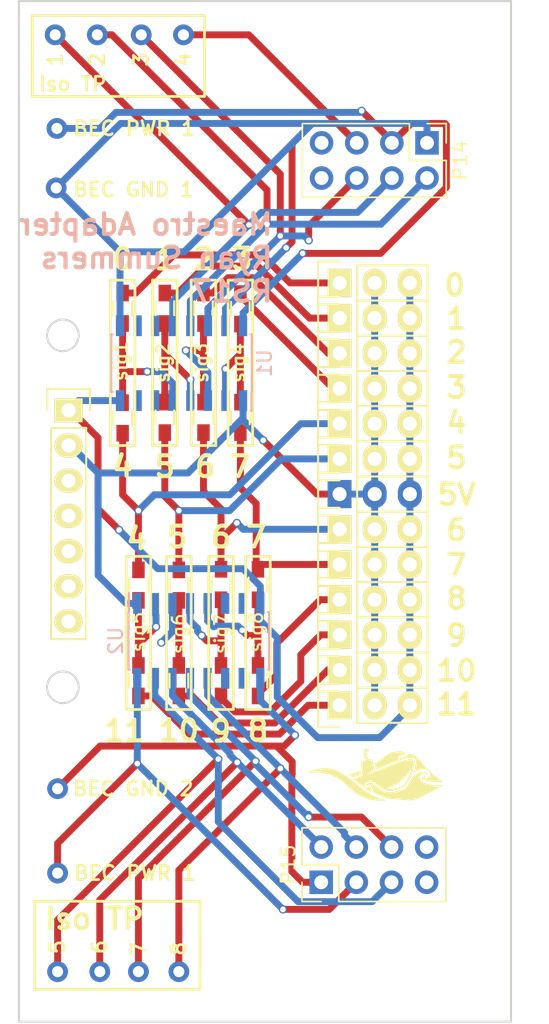
<source format=kicad_pcb>
(kicad_pcb (version 4) (host pcbnew 4.0.5-e0-6337~49~ubuntu16.04.1)

  (general
    (links 87)
    (no_connects 0)
    (area 149.911999 61.951799 185.622001 135.761801)
    (thickness 1.6)
    (drawings 101)
    (tracks 334)
    (zones 0)
    (modules 47)
    (nets 35)
  )

  (page A4)
  (layers
    (0 F.Cu signal)
    (31 B.Cu signal)
    (32 B.Adhes user)
    (33 F.Adhes user)
    (34 B.Paste user)
    (35 F.Paste user)
    (36 B.SilkS user)
    (37 F.SilkS user)
    (38 B.Mask user)
    (39 F.Mask user)
    (40 Dwgs.User user)
    (41 Cmts.User user)
    (42 Eco1.User user)
    (43 Eco2.User user)
    (44 Edge.Cuts user)
    (45 Margin user)
    (46 B.CrtYd user)
    (47 F.CrtYd user)
    (48 B.Fab user)
    (49 F.Fab user)
  )

  (setup
    (last_trace_width 0.5)
    (trace_clearance 0.3)
    (zone_clearance 0.508)
    (zone_45_only no)
    (trace_min 0.1524)
    (segment_width 0.2)
    (edge_width 0.15)
    (via_size 0.6)
    (via_drill 0.4)
    (via_min_size 0.4)
    (via_min_drill 0.3)
    (uvia_size 0.3)
    (uvia_drill 0.1)
    (uvias_allowed no)
    (uvia_min_size 0.2)
    (uvia_min_drill 0.1)
    (pcb_text_width 0.3)
    (pcb_text_size 1.5 1.5)
    (mod_edge_width 0.15)
    (mod_text_size 1 1)
    (mod_text_width 0.15)
    (pad_size 2.032 2.032)
    (pad_drill 1.016)
    (pad_to_mask_clearance 0)
    (aux_axis_origin 0 0)
    (visible_elements FFFEFF7F)
    (pcbplotparams
      (layerselection 0x00030_80000001)
      (usegerberextensions false)
      (excludeedgelayer true)
      (linewidth 0.100000)
      (plotframeref false)
      (viasonmask false)
      (mode 1)
      (useauxorigin false)
      (hpglpennumber 1)
      (hpglpenspeed 20)
      (hpglpendiameter 15)
      (hpglpenoverlay 2)
      (psnegative false)
      (psa4output false)
      (plotreference true)
      (plotvalue true)
      (plotinvisibletext false)
      (padsonsilk false)
      (subtractmaskfromsilk false)
      (outputformat 1)
      (mirror false)
      (drillshape 1)
      (scaleselection 1)
      (outputdirectory ""))
  )

  (net 0 "")
  (net 1 /sig4)
  (net 2 GND)
  (net 3 /sig2)
  (net 4 /sig1)
  (net 5 /sig3)
  (net 6 /sig8)
  (net 7 /sig6)
  (net 8 /sig5)
  (net 9 /sig7)
  (net 10 +5V)
  (net 11 /sig3_isolated)
  (net 12 /bec_esc_1)
  (net 13 /sig4_isolated)
  (net 14 /sig2_isolated)
  (net 15 /sig1_isolated)
  (net 16 /bec_gnd_1)
  (net 17 /sig7_isolated)
  (net 18 /bec_esc_2)
  (net 19 /sig8_isolated)
  (net 20 /sig6_isolated)
  (net 21 /sig5_isolated)
  (net 22 /bec_gnd_2)
  (net 23 /t1)
  (net 24 /t2)
  (net 25 /t3)
  (net 26 /t4)
  (net 27 /sig1_in)
  (net 28 /sig2_in)
  (net 29 /sig3_in)
  (net 30 /sig4_in)
  (net 31 /sig5_in)
  (net 32 /sig6_in)
  (net 33 /sig7_in)
  (net 34 /sig8_in)

  (net_class Default "This is the default net class."
    (clearance 0.3)
    (trace_width 0.5)
    (via_dia 0.6)
    (via_drill 0.4)
    (uvia_dia 0.3)
    (uvia_drill 0.1)
    (add_net +5V)
    (add_net /bec_esc_1)
    (add_net /bec_esc_2)
    (add_net /bec_gnd_1)
    (add_net /bec_gnd_2)
    (add_net /sig1)
    (add_net /sig1_in)
    (add_net /sig1_isolated)
    (add_net /sig2)
    (add_net /sig2_in)
    (add_net /sig2_isolated)
    (add_net /sig3)
    (add_net /sig3_in)
    (add_net /sig3_isolated)
    (add_net /sig4)
    (add_net /sig4_in)
    (add_net /sig4_isolated)
    (add_net /sig5)
    (add_net /sig5_in)
    (add_net /sig5_isolated)
    (add_net /sig6)
    (add_net /sig6_in)
    (add_net /sig6_isolated)
    (add_net /sig7)
    (add_net /sig7_in)
    (add_net /sig7_isolated)
    (add_net /sig8)
    (add_net /sig8_in)
    (add_net /sig8_isolated)
    (add_net /t1)
    (add_net /t2)
    (add_net /t3)
    (add_net /t4)
    (add_net GND)
  )

  (module robosub_footprints:robosub_logo-medium (layer F.Cu) (tedit 0) (tstamp 58B4F892)
    (at 175.8442 117.983)
    (fp_text reference G*** (at 0 0) (layer F.SilkS) hide
      (effects (font (thickness 0.3)))
    )
    (fp_text value LOGO (at 0.75 0) (layer F.SilkS) hide
      (effects (font (thickness 0.3)))
    )
    (fp_poly (pts (xy -3.630522 -0.586779) (xy -3.608205 -0.586576) (xy -3.588209 -0.586171) (xy -3.569697 -0.585523)
      (xy -3.551832 -0.584591) (xy -3.533775 -0.583331) (xy -3.514687 -0.581704) (xy -3.493732 -0.579665)
      (xy -3.476535 -0.577869) (xy -3.399362 -0.567949) (xy -3.321616 -0.554586) (xy -3.243241 -0.537754)
      (xy -3.164179 -0.517431) (xy -3.084373 -0.493592) (xy -3.003765 -0.466215) (xy -2.922298 -0.435276)
      (xy -2.839914 -0.400751) (xy -2.756557 -0.362617) (xy -2.672168 -0.32085) (xy -2.586691 -0.275426)
      (xy -2.500069 -0.226322) (xy -2.412243 -0.173515) (xy -2.323156 -0.11698) (xy -2.27 -0.08188)
      (xy -2.236933 -0.059573) (xy -2.204022 -0.037032) (xy -2.17108 -0.014115) (xy -2.137922 0.00932)
      (xy -2.104361 0.033416) (xy -2.07021 0.058315) (xy -2.035284 0.08416) (xy -1.999397 0.111093)
      (xy -1.962361 0.139256) (xy -1.923992 0.168792) (xy -1.884102 0.199844) (xy -1.842506 0.232554)
      (xy -1.799018 0.267064) (xy -1.75345 0.303516) (xy -1.705617 0.342054) (xy -1.655333 0.38282)
      (xy -1.602411 0.425955) (xy -1.55 0.468867) (xy -1.50476 0.505964) (xy -1.462416 0.540648)
      (xy -1.422788 0.573063) (xy -1.385697 0.603355) (xy -1.350962 0.631666) (xy -1.318405 0.658141)
      (xy -1.287844 0.682925) (xy -1.259101 0.706161) (xy -1.231995 0.727993) (xy -1.206346 0.748567)
      (xy -1.181975 0.768025) (xy -1.158702 0.786513) (xy -1.136346 0.804174) (xy -1.114729 0.821153)
      (xy -1.09367 0.837593) (xy -1.072989 0.85364) (xy -1.052506 0.869436) (xy -1.032042 0.885127)
      (xy -1.011417 0.900856) (xy -1.006 0.904974) (xy -0.942525 0.952574) (xy -0.878815 0.999118)
      (xy -0.81522 1.044372) (xy -0.752087 1.088104) (xy -0.689765 1.13008) (xy -0.628604 1.170065)
      (xy -0.56895 1.207826) (xy -0.511153 1.243129) (xy -0.455561 1.27574) (xy -0.44 1.284605)
      (xy -0.39336 1.310397) (xy -0.343515 1.336845) (xy -0.291139 1.363611) (xy -0.236903 1.39036)
      (xy -0.18148 1.416758) (xy -0.12554 1.442466) (xy -0.111863 1.448608) (xy -0.06872 1.467598)
      (xy -0.023471 1.486934) (xy 0.024049 1.50668) (xy 0.074003 1.526898) (xy 0.126557 1.547651)
      (xy 0.181876 1.569003) (xy 0.240124 1.591017) (xy 0.301465 1.613756) (xy 0.366064 1.637282)
      (xy 0.434087 1.661659) (xy 0.505697 1.686951) (xy 0.558 1.705216) (xy 0.575423 1.711275)
      (xy 0.591729 1.716947) (xy 0.60652 1.722094) (xy 0.619396 1.726576) (xy 0.629959 1.730255)
      (xy 0.637809 1.732992) (xy 0.642548 1.734648) (xy 0.643786 1.735084) (xy 0.645738 1.736478)
      (xy 0.645621 1.737045) (xy 0.643115 1.737714) (xy 0.637008 1.738556) (xy 0.627695 1.739543)
      (xy 0.615569 1.740647) (xy 0.601025 1.741842) (xy 0.584457 1.7431) (xy 0.566259 1.744393)
      (xy 0.546826 1.745695) (xy 0.526551 1.746977) (xy 0.50583 1.748213) (xy 0.485055 1.749375)
      (xy 0.464621 1.750437) (xy 0.444923 1.751369) (xy 0.43 1.752003) (xy 0.414569 1.752499)
      (xy 0.395784 1.752903) (xy 0.374291 1.753218) (xy 0.350733 1.753442) (xy 0.325755 1.753576)
      (xy 0.300004 1.753621) (xy 0.274123 1.753576) (xy 0.248758 1.753443) (xy 0.224553 1.753221)
      (xy 0.202153 1.752911) (xy 0.182204 1.752513) (xy 0.16535 1.752027) (xy 0.161 1.751864)
      (xy 0.04898 1.74565) (xy -0.062278 1.735982) (xy -0.172624 1.722901) (xy -0.281907 1.706448)
      (xy -0.389974 1.686664) (xy -0.496675 1.663588) (xy -0.601858 1.637262) (xy -0.705371 1.607725)
      (xy -0.807064 1.575018) (xy -0.906784 1.539182) (xy -1.00438 1.500257) (xy -1.099701 1.458284)
      (xy -1.192595 1.413302) (xy -1.28 1.366967) (xy -1.3263 1.340814) (xy -1.370797 1.314587)
      (xy -1.414098 1.287884) (xy -1.45681 1.260301) (xy -1.49954 1.231434) (xy -1.542896 1.200878)
      (xy -1.587484 1.168231) (xy -1.633912 1.133089) (xy -1.648 1.122224) (xy -1.672079 1.10347)
      (xy -1.695167 1.085244) (xy -1.717524 1.067315) (xy -1.73941 1.049454) (xy -1.761084 1.03143)
      (xy -1.782807 1.013014) (xy -1.804838 0.993976) (xy -1.827437 0.974086) (xy -1.850863 0.953114)
      (xy -1.875376 0.930831) (xy -1.901236 0.907005) (xy -1.928703 0.881408) (xy -1.958036 0.853809)
      (xy -1.989495 0.823979) (xy -2.02334 0.791687) (xy -2.046878 0.769138) (xy -2.081779 0.735689)
      (xy -2.11404 0.704844) (xy -2.143875 0.676409) (xy -2.171501 0.650188) (xy -2.197134 0.625986)
      (xy -2.220989 0.603608) (xy -2.243284 0.582859) (xy -2.264233 0.563543) (xy -2.284053 0.545466)
      (xy -2.30296 0.528433) (xy -2.321169 0.512247) (xy -2.338897 0.496715) (xy -2.35636 0.481641)
      (xy -2.373773 0.46683) (xy -2.391352 0.452086) (xy -2.409314 0.437215) (xy -2.427874 0.422021)
      (xy -2.447249 0.40631) (xy -2.458 0.397642) (xy -2.519738 0.348895) (xy -2.580006 0.303254)
      (xy -2.639346 0.260371) (xy -2.698303 0.219895) (xy -2.757417 0.181477) (xy -2.817231 0.144766)
      (xy -2.878289 0.109413) (xy -2.941133 0.075067) (xy -3.006306 0.04138) (xy -3.025 0.03204)
      (xy -3.12409 -0.014925) (xy -3.224543 -0.058215) (xy -3.326244 -0.097808) (xy -3.429077 -0.133681)
      (xy -3.532926 -0.165811) (xy -3.637675 -0.194176) (xy -3.743208 -0.218752) (xy -3.849409 -0.239517)
      (xy -3.956162 -0.256448) (xy -4.063351 -0.269522) (xy -4.170861 -0.278716) (xy -4.278575 -0.284007)
      (xy -4.386377 -0.285373) (xy -4.494152 -0.28279) (xy -4.593 -0.276921) (xy -4.678269 -0.269046)
      (xy -4.763874 -0.258481) (xy -4.848567 -0.2454) (xy -4.927057 -0.230796) (xy -4.943826 -0.227412)
      (xy -4.957086 -0.224769) (xy -4.967246 -0.222801) (xy -4.974714 -0.221442) (xy -4.9799 -0.220629)
      (xy -4.983212 -0.220295) (xy -4.98506 -0.220375) (xy -4.985852 -0.220804) (xy -4.986001 -0.221389)
      (xy -4.984334 -0.224424) (xy -4.979508 -0.229339) (xy -4.971778 -0.235937) (xy -4.961402 -0.244019)
      (xy -4.948639 -0.25339) (xy -4.933745 -0.26385) (xy -4.916978 -0.275203) (xy -4.90873 -0.280655)
      (xy -4.847411 -0.318643) (xy -4.78299 -0.354165) (xy -4.715532 -0.387196) (xy -4.645103 -0.417712)
      (xy -4.571769 -0.445689) (xy -4.495597 -0.471103) (xy -4.41665 -0.493929) (xy -4.334996 -0.514144)
      (xy -4.2507 -0.531722) (xy -4.205482 -0.539875) (xy -4.131874 -0.551455) (xy -4.055609 -0.561549)
      (xy -3.977677 -0.570074) (xy -3.899067 -0.576944) (xy -3.82077 -0.582074) (xy -3.743775 -0.585382)
      (xy -3.669073 -0.586781) (xy -3.656 -0.586823) (xy -3.630522 -0.586779)) (layer F.SilkS) (width 0.01))
    (fp_poly (pts (xy 3.41982 -0.350762) (xy 3.457689 -0.346062) (xy 3.494283 -0.338131) (xy 3.529168 -0.327047)
      (xy 3.561906 -0.312888) (xy 3.568 -0.309778) (xy 3.585426 -0.299815) (xy 3.602651 -0.288423)
      (xy 3.619136 -0.27607) (xy 3.634346 -0.263221) (xy 3.647743 -0.250344) (xy 3.65879 -0.237904)
      (xy 3.666949 -0.22637) (xy 3.669594 -0.221479) (xy 3.677917 -0.19952) (xy 3.6826 -0.176359)
      (xy 3.68362 -0.152506) (xy 3.680952 -0.128472) (xy 3.675174 -0.106512) (xy 3.67142 -0.096399)
      (xy 3.66726 -0.086679) (xy 3.663204 -0.078454) (xy 3.659759 -0.072826) (xy 3.659434 -0.072406)
      (xy 3.65705 -0.071159) (xy 3.655177 -0.07338) (xy 3.654139 -0.07854) (xy 3.65403 -0.081244)
      (xy 3.653304 -0.088085) (xy 3.651383 -0.097537) (xy 3.648573 -0.108505) (xy 3.645184 -0.119893)
      (xy 3.641524 -0.130606) (xy 3.6379 -0.139549) (xy 3.637228 -0.140983) (xy 3.626636 -0.158482)
      (xy 3.612585 -0.174542) (xy 3.595427 -0.188938) (xy 3.575514 -0.201444) (xy 3.553201 -0.211836)
      (xy 3.528837 -0.219887) (xy 3.506147 -0.224829) (xy 3.492764 -0.226472) (xy 3.47663 -0.227492)
      (xy 3.458942 -0.227888) (xy 3.440902 -0.227656) (xy 3.423708 -0.226793) (xy 3.40856 -0.225297)
      (xy 3.406881 -0.225067) (xy 3.393449 -0.222899) (xy 3.37803 -0.219988) (xy 3.361599 -0.216557)
      (xy 3.345129 -0.212825) (xy 3.329594 -0.209015) (xy 3.315965 -0.205348) (xy 3.305218 -0.202046)
      (xy 3.304325 -0.201739) (xy 3.273963 -0.189269) (xy 3.244576 -0.173469) (xy 3.216688 -0.154746)
      (xy 3.190826 -0.133512) (xy 3.167516 -0.110175) (xy 3.147282 -0.085144) (xy 3.139041 -0.073)
      (xy 3.123822 -0.04604) (xy 3.111455 -0.017563) (xy 3.102338 0.011433) (xy 3.0989 0.027)
      (xy 3.096942 0.042237) (xy 3.096087 0.06008) (xy 3.096291 0.079302) (xy 3.09751 0.098674)
      (xy 3.099699 0.11697) (xy 3.102685 0.132433) (xy 3.113337 0.167892) (xy 3.127877 0.202546)
      (xy 3.146262 0.236332) (xy 3.168449 0.269188) (xy 3.194396 0.30105) (xy 3.224061 0.331856)
      (xy 3.257399 0.361542) (xy 3.259 0.362862) (xy 3.278394 0.378392) (xy 3.296834 0.392192)
      (xy 3.31513 0.404774) (xy 3.334095 0.416651) (xy 3.35454 0.428334) (xy 3.377278 0.440337)
      (xy 3.399 0.451164) (xy 3.446508 0.473477) (xy 3.49476 0.494351) (xy 3.544032 0.513859)
      (xy 3.594597 0.532076) (xy 3.64673 0.549075) (xy 3.700705 0.564928) (xy 3.756797 0.579711)
      (xy 3.81528 0.593496) (xy 3.876429 0.606356) (xy 3.940518 0.618366) (xy 4.007822 0.629599)
      (xy 4.078615 0.640128) (xy 4.131 0.647197) (xy 4.159799 0.650919) (xy 4.185116 0.654144)
      (xy 4.207434 0.656907) (xy 4.227235 0.659244) (xy 4.245003 0.661188) (xy 4.26122 0.662776)
      (xy 4.276367 0.664041) (xy 4.290929 0.66502) (xy 4.305388 0.665745) (xy 4.320226 0.666254)
      (xy 4.335927 0.66658) (xy 4.352972 0.666758) (xy 4.371845 0.666823) (xy 4.393027 0.666811)
      (xy 4.402 0.666793) (xy 4.420312 0.666735) (xy 4.437066 0.666635) (xy 4.452657 0.666474)
      (xy 4.467483 0.666235) (xy 4.48194 0.665898) (xy 4.496424 0.665444) (xy 4.511332 0.664855)
      (xy 4.527062 0.664112) (xy 4.544008 0.663197) (xy 4.562569 0.66209) (xy 4.58314 0.660773)
      (xy 4.606119 0.659227) (xy 4.631901 0.657434) (xy 4.660885 0.655374) (xy 4.693 0.653063)
      (xy 4.712909 0.651633) (xy 4.732349 0.650252) (xy 4.750798 0.648956) (xy 4.767736 0.647781)
      (xy 4.782644 0.646762) (xy 4.795001 0.645936) (xy 4.804288 0.645339) (xy 4.809 0.645058)
      (xy 4.819216 0.64444) (xy 4.829089 0.64375) (xy 4.837244 0.643088) (xy 4.841 0.642717)
      (xy 4.846072 0.642302) (xy 4.848622 0.642549) (xy 4.84845 0.643579) (xy 4.845355 0.645516)
      (xy 4.839138 0.648481) (xy 4.829598 0.652598) (xy 4.816534 0.657988) (xy 4.815 0.658613)
      (xy 4.769085 0.678093) (xy 4.72165 0.699825) (xy 4.67246 0.723929) (xy 4.621282 0.750521)
      (xy 4.567883 0.779722) (xy 4.512031 0.811651) (xy 4.492 0.82341) (xy 4.481422 0.829704)
      (xy 4.467875 0.837836) (xy 4.451791 0.847543) (xy 4.433605 0.85856) (xy 4.413749 0.870624)
      (xy 4.392657 0.883471) (xy 4.370761 0.896836) (xy 4.348496 0.910456) (xy 4.326295 0.924067)
      (xy 4.30459 0.937405) (xy 4.283816 0.950205) (xy 4.282 0.951326) (xy 4.227654 0.984589)
      (xy 4.176303 1.015427) (xy 4.127815 1.04391) (xy 4.082058 1.070108) (xy 4.0389 1.094094)
      (xy 3.99821 1.115936) (xy 3.959856 1.135706) (xy 3.923707 1.153475) (xy 3.889631 1.169312)
      (xy 3.857496 1.183289) (xy 3.827171 1.195476) (xy 3.825845 1.195984) (xy 3.801573 1.205456)
      (xy 3.777184 1.215373) (xy 3.752424 1.225861) (xy 3.727042 1.237044) (xy 3.700786 1.249045)
      (xy 3.673404 1.261991) (xy 3.644643 1.276006) (xy 3.614253 1.291214) (xy 3.581981 1.30774)
      (xy 3.547575 1.325709) (xy 3.510783 1.345245) (xy 3.471353 1.366472) (xy 3.429034 1.389517)
      (xy 3.383573 1.414502) (xy 3.379 1.417026) (xy 3.333733 1.441876) (xy 3.29153 1.46473)
      (xy 3.252077 1.485744) (xy 3.215065 1.505071) (xy 3.180181 1.522865) (xy 3.147115 1.539279)
      (xy 3.115553 1.554467) (xy 3.085187 1.568582) (xy 3.055702 1.58178) (xy 3.02679 1.594212)
      (xy 2.998137 1.606033) (xy 2.987 1.610498) (xy 2.927175 1.632787) (xy 2.866312 1.652445)
      (xy 2.804046 1.669552) (xy 2.740015 1.684186) (xy 2.673856 1.696427) (xy 2.605206 1.706353)
      (xy 2.5337 1.714044) (xy 2.498 1.716984) (xy 2.487302 1.717693) (xy 2.473911 1.71844)
      (xy 2.458393 1.719205) (xy 2.441316 1.719969) (xy 2.423248 1.72071) (xy 2.404756 1.721411)
      (xy 2.386408 1.722049) (xy 2.368771 1.722606) (xy 2.352414 1.723062) (xy 2.337904 1.723396)
      (xy 2.325808 1.723589) (xy 2.316694 1.72362) (xy 2.312 1.723519) (xy 2.306857 1.723347)
      (xy 2.29866 1.723144) (xy 2.288353 1.722932) (xy 2.27688 1.72273) (xy 2.271 1.722639)
      (xy 2.24247 1.722006) (xy 2.210884 1.720923) (xy 2.176897 1.719436) (xy 2.141169 1.717588)
      (xy 2.104355 1.715425) (xy 2.067114 1.71299) (xy 2.030102 1.710328) (xy 1.993977 1.707484)
      (xy 1.959397 1.704502) (xy 1.927019 1.701428) (xy 1.8975 1.698304) (xy 1.878 1.696002)
      (xy 1.856482 1.693392) (xy 1.834617 1.69088) (xy 1.812141 1.688444) (xy 1.788789 1.686063)
      (xy 1.764297 1.683716) (xy 1.738402 1.681382) (xy 1.71084 1.679039) (xy 1.681347 1.676665)
      (xy 1.649659 1.67424) (xy 1.615512 1.671742) (xy 1.578642 1.66915) (xy 1.538785 1.666443)
      (xy 1.495677 1.663598) (xy 1.449054 1.660595) (xy 1.408 1.657999) (xy 1.355562 1.654656)
      (xy 1.306832 1.651441) (xy 1.261517 1.648326) (xy 1.219327 1.645287) (xy 1.179972 1.642296)
      (xy 1.143161 1.639329) (xy 1.108603 1.636358) (xy 1.076008 1.633359) (xy 1.045085 1.630305)
      (xy 1.015543 1.627171) (xy 0.987092 1.623929) (xy 0.959441 1.620555) (xy 0.932299 1.617022)
      (xy 0.905377 1.613304) (xy 0.901 1.61268) (xy 0.851 1.605525) (xy 0.726 1.563537)
      (xy 0.647821 1.537083) (xy 0.573298 1.511463) (xy 0.502195 1.486586) (xy 0.434277 1.462361)
      (xy 0.369308 1.438696) (xy 0.307051 1.415501) (xy 0.247272 1.392686) (xy 0.189734 1.370158)
      (xy 0.134202 1.347828) (xy 0.08044 1.325604) (xy 0.028213 1.303395) (xy -0.022717 1.281111)
      (xy -0.072583 1.25866) (xy -0.114 1.239522) (xy -0.128116 1.232861) (xy -0.143565 1.225463)
      (xy -0.159945 1.21753) (xy -0.176854 1.209262) (xy -0.193891 1.200861) (xy -0.210654 1.19253)
      (xy -0.226741 1.184469) (xy -0.24175 1.176881) (xy -0.255279 1.169966) (xy -0.266927 1.163927)
      (xy -0.276292 1.158964) (xy -0.282971 1.15528) (xy -0.286564 1.153077) (xy -0.286964 1.15275)
      (xy -0.289305 1.147827) (xy -0.289919 1.139838) (xy -0.288842 1.129309) (xy -0.286109 1.116765)
      (xy -0.284137 1.10992) (xy -0.281524 1.101355) (xy -0.27954 1.094276) (xy -0.278053 1.087829)
      (xy -0.27693 1.081161) (xy -0.276037 1.073419) (xy -0.275242 1.06375) (xy -0.274413 1.0513)
      (xy -0.274019 1.045) (xy -0.273282 1.004506) (xy -0.275988 0.964084) (xy -0.281998 0.924074)
      (xy -0.291178 0.884816) (xy -0.303392 0.846653) (xy -0.318501 0.809923) (xy -0.336371 0.774969)
      (xy -0.356865 0.742131) (xy -0.379847 0.711749) (xy -0.40518 0.684165) (xy -0.425956 0.665254)
      (xy -0.450404 0.646017) (xy -0.473715 0.63035) (xy -0.496196 0.618092) (xy -0.518151 0.609084)
      (xy -0.539888 0.603164) (xy -0.546761 0.601909) (xy -0.557298 0.600823) (xy -0.570567 0.600366)
      (xy -0.585354 0.600495) (xy -0.600447 0.601169) (xy -0.614634 0.602345) (xy -0.626702 0.603982)
      (xy -0.631 0.604831) (xy -0.655087 0.611433) (xy -0.680701 0.620595) (xy -0.706763 0.631844)
      (xy -0.73219 0.644709) (xy -0.755901 0.658717) (xy -0.759 0.660728) (xy -0.766766 0.665649)
      (xy -0.773237 0.669409) (xy -0.77775 0.671648) (xy -0.779641 0.672004) (xy -0.77965 0.671983)
      (xy -0.7791 0.669193) (xy -0.776882 0.663741) (xy -0.773387 0.656389) (xy -0.769009 0.647904)
      (xy -0.76414 0.63905) (xy -0.759172 0.630592) (xy -0.755156 0.62427) (xy -0.736211 0.599331)
      (xy -0.713931 0.576118) (xy -0.688679 0.554843) (xy -0.660821 0.535717) (xy -0.630723 0.518949)
      (xy -0.598749 0.504751) (xy -0.565265 0.493333) (xy -0.530636 0.484906) (xy -0.506848 0.481021)
      (xy -0.480649 0.478656) (xy -0.452343 0.477996) (xy -0.42331 0.478985) (xy -0.394927 0.481567)
      (xy -0.368572 0.485688) (xy -0.363 0.486834) (xy -0.329126 0.495809) (xy -0.29566 0.507854)
      (xy -0.263619 0.52255) (xy -0.23402 0.539472) (xy -0.230249 0.541916) (xy -0.213735 0.553233)
      (xy -0.194476 0.567245) (xy -0.172589 0.583855) (xy -0.148195 0.602967) (xy -0.121413 0.624485)
      (xy -0.092362 0.648312) (xy -0.061161 0.674352) (xy -0.027931 0.702508) (xy 0.007211 0.732684)
      (xy 0.026 0.748967) (xy 0.06213 0.780207) (xy 0.095678 0.808855) (xy 0.126909 0.835122)
      (xy 0.156094 0.85922) (xy 0.183498 0.881363) (xy 0.209391 0.901763) (xy 0.234041 0.920632)
      (xy 0.257714 0.938183) (xy 0.280679 0.954628) (xy 0.303205 0.970179) (xy 0.315 0.978094)
      (xy 0.35593 1.004182) (xy 0.396958 1.028164) (xy 0.437686 1.04985) (xy 0.477713 1.069048)
      (xy 0.516642 1.085569) (xy 0.554072 1.09922) (xy 0.589606 1.109812) (xy 0.59142 1.110283)
      (xy 0.657025 1.125295) (xy 0.724033 1.136939) (xy 0.792577 1.145224) (xy 0.862791 1.150158)
      (xy 0.934807 1.15175) (xy 1.008758 1.150007) (xy 1.084776 1.144939) (xy 1.107 1.142871)
      (xy 1.175599 1.134788) (xy 1.246693 1.12387) (xy 1.32001 1.110169) (xy 1.39528 1.093743)
      (xy 1.472235 1.074644) (xy 1.550602 1.05293) (xy 1.55487 1.051683) (xy 1.566495 1.048178)
      (xy 1.581384 1.043526) (xy 1.599024 1.037899) (xy 1.618905 1.031468) (xy 1.640511 1.024405)
      (xy 1.663333 1.016882) (xy 1.686856 1.009068) (xy 1.710568 1.001136) (xy 1.733958 0.993257)
      (xy 1.756511 0.985603) (xy 1.777717 0.978344) (xy 1.797062 0.971652) (xy 1.814034 0.965698)
      (xy 1.82812 0.960653) (xy 1.837 0.957375) (xy 1.87252 0.943646) (xy 1.905958 0.930027)
      (xy 1.937083 0.916633) (xy 1.965665 0.903574) (xy 1.991473 0.890962) (xy 2.014275 0.878909)
      (xy 2.033843 0.867527) (xy 2.049944 0.856928) (xy 2.06 0.849234) (xy 2.077324 0.834139)
      (xy 2.094498 0.817797) (xy 2.111706 0.799973) (xy 2.129133 0.780427) (xy 2.146963 0.758923)
      (xy 2.165381 0.735224) (xy 2.18457 0.709092) (xy 2.204716 0.680289) (xy 2.226002 0.648579)
      (xy 2.248613 0.613724) (xy 2.272734 0.575487) (xy 2.273038 0.575) (xy 2.282804 0.559364)
      (xy 2.293269 0.542676) (xy 2.303873 0.525824) (xy 2.314056 0.509694) (xy 2.323259 0.495176)
      (xy 2.330923 0.483156) (xy 2.331023 0.483) (xy 2.340625 0.467904) (xy 2.349703 0.453396)
      (xy 2.358563 0.438955) (xy 2.367513 0.424061) (xy 2.376856 0.408197) (xy 2.386901 0.390842)
      (xy 2.397952 0.371477) (xy 2.410316 0.349584) (xy 2.42298 0.327) (xy 2.442413 0.292373)
      (xy 2.460159 0.261008) (xy 2.476392 0.232622) (xy 2.491284 0.206935) (xy 2.505008 0.183667)
      (xy 2.517736 0.162535) (xy 2.529642 0.143259) (xy 2.540898 0.125559) (xy 2.551677 0.109152)
      (xy 2.56215 0.093759) (xy 2.572493 0.079097) (xy 2.582875 0.064887) (xy 2.589546 0.056)
      (xy 2.598567 0.044327) (xy 2.607074 0.0339) (xy 2.615655 0.024095) (xy 2.624903 0.014286)
      (xy 2.635405 0.003851) (xy 2.647753 -0.007834) (xy 2.662537 -0.021394) (xy 2.664 -0.022721)
      (xy 2.719428 -0.070787) (xy 2.775629 -0.115218) (xy 2.832532 -0.155979) (xy 2.890066 -0.193035)
      (xy 2.948161 -0.226352) (xy 3.006745 -0.255897) (xy 3.065747 -0.281635) (xy 3.125097 -0.303531)
      (xy 3.184723 -0.321551) (xy 3.244554 -0.335661) (xy 3.304519 -0.345827) (xy 3.342 -0.35016)
      (xy 3.381112 -0.352154) (xy 3.41982 -0.350762)) (layer F.SilkS) (width 0.01))
    (fp_poly (pts (xy -0.699796 -1.993873) (xy -0.673051 -1.989352) (xy -0.648017 -1.982175) (xy -0.625256 -1.972306)
      (xy -0.622 -1.970551) (xy -0.610464 -1.962912) (xy -0.598755 -1.952999) (xy -0.587832 -1.941793)
      (xy -0.578652 -1.930274) (xy -0.572217 -1.919521) (xy -0.565424 -1.901549) (xy -0.561452 -1.882698)
      (xy -0.560439 -1.864025) (xy -0.562519 -1.846587) (xy -0.562721 -1.845706) (xy -0.567859 -1.830794)
      (xy -0.575824 -1.818136) (xy -0.586804 -1.807574) (xy -0.600989 -1.79895) (xy -0.618567 -1.792106)
      (xy -0.631 -1.788748) (xy -0.641989 -1.786915) (xy -0.656007 -1.785706) (xy -0.672131 -1.785114)
      (xy -0.689441 -1.785133) (xy -0.707014 -1.785757) (xy -0.72393 -1.786978) (xy -0.739267 -1.788791)
      (xy -0.744 -1.789548) (xy -0.753038 -1.791082) (xy -0.760474 -1.792286) (xy -0.765519 -1.793036)
      (xy -0.767382 -1.793216) (xy -0.767352 -1.791022) (xy -0.76656 -1.78534) (xy -0.765093 -1.776591)
      (xy -0.763034 -1.765199) (xy -0.760468 -1.751583) (xy -0.757482 -1.736166) (xy -0.754159 -1.719369)
      (xy -0.750585 -1.701613) (xy -0.746844 -1.683322) (xy -0.743022 -1.664915) (xy -0.739204 -1.646815)
      (xy -0.735475 -1.629443) (xy -0.731919 -1.613222) (xy -0.728622 -1.598571) (xy -0.725669 -1.585914)
      (xy -0.725209 -1.584) (xy -0.713729 -1.539598) (xy -0.699942 -1.491983) (xy -0.683863 -1.441203)
      (xy -0.665507 -1.387301) (xy -0.646992 -1.336) (xy -0.640061 -1.317373) (xy -0.633097 -1.298864)
      (xy -0.626253 -1.280863) (xy -0.619682 -1.263764) (xy -0.613539 -1.247956) (xy -0.607975 -1.233831)
      (xy -0.603145 -1.221781) (xy -0.599202 -1.212196) (xy -0.596299 -1.205469) (xy -0.594589 -1.20199)
      (xy -0.594343 -1.201649) (xy -0.591942 -1.201441) (xy -0.586492 -1.201929) (xy -0.578865 -1.203015)
      (xy -0.572 -1.204206) (xy -0.541729 -1.209448) (xy -0.51222 -1.213799) (xy -0.483875 -1.217232)
      (xy -0.457098 -1.219719) (xy -0.432293 -1.221234) (xy -0.409864 -1.221749) (xy -0.390214 -1.221238)
      (xy -0.373746 -1.219673) (xy -0.365 -1.218092) (xy -0.353834 -1.214683) (xy -0.344133 -1.210061)
      (xy -0.336834 -1.204741) (xy -0.333643 -1.200856) (xy -0.332516 -1.197698) (xy -0.330685 -1.191056)
      (xy -0.328254 -1.181368) (xy -0.325326 -1.169069) (xy -0.322001 -1.154594) (xy -0.318384 -1.138378)
      (xy -0.314576 -1.120858) (xy -0.312263 -1.11) (xy -0.294978 -1.02982) (xy -0.277852 -0.953593)
      (xy -0.260872 -0.881276) (xy -0.244028 -0.812827) (xy -0.227306 -0.748202) (xy -0.210695 -0.687359)
      (xy -0.194183 -0.630254) (xy -0.177756 -0.576845) (xy -0.161403 -0.527088) (xy -0.145113 -0.480942)
      (xy -0.128872 -0.438361) (xy -0.112669 -0.399305) (xy -0.108523 -0.389864) (xy -0.097354 -0.364727)
      (xy 0.048823 -0.421117) (xy 0.104291 -0.442558) (xy 0.158848 -0.463736) (xy 0.212828 -0.484785)
      (xy 0.266565 -0.505839) (xy 0.320392 -0.527029) (xy 0.374645 -0.548491) (xy 0.429656 -0.570356)
      (xy 0.485761 -0.592759) (xy 0.543292 -0.615832) (xy 0.561092 -0.623) (xy 2.542 -0.623)
      (xy 2.543 -0.622) (xy 2.544 -0.623) (xy 2.543 -0.624) (xy 2.542 -0.623)
      (xy 0.561092 -0.623) (xy 0.602585 -0.639709) (xy 0.663972 -0.664523) (xy 0.727789 -0.690408)
      (xy 0.794368 -0.717497) (xy 0.864045 -0.745923) (xy 0.918 -0.76798) (xy 0.974509 -0.791075)
      (xy 1.027572 -0.812703) (xy 1.077424 -0.832957) (xy 1.124303 -0.851928) (xy 1.168446 -0.86971)
      (xy 1.21009 -0.886394) (xy 1.249471 -0.902071) (xy 1.286826 -0.916836) (xy 1.322393 -0.930778)
      (xy 1.356408 -0.943992) (xy 1.389108 -0.956567) (xy 1.420729 -0.968598) (xy 1.45151 -0.980176)
      (xy 1.481687 -0.991393) (xy 1.511496 -1.002341) (xy 1.541175 -1.013112) (xy 1.57096 -1.023798)
      (xy 1.601089 -1.034493) (xy 1.625 -1.042905) (xy 1.706046 -1.070745) (xy 1.783877 -1.0963)
      (xy 1.858552 -1.11958) (xy 1.930133 -1.140593) (xy 1.998681 -1.159349) (xy 2.064257 -1.175855)
      (xy 2.126923 -1.190121) (xy 2.186739 -1.202156) (xy 2.243767 -1.211968) (xy 2.298068 -1.219565)
      (xy 2.349703 -1.224958) (xy 2.398733 -1.228153) (xy 2.44522 -1.229161) (xy 2.489224 -1.227991)
      (xy 2.530807 -1.224649) (xy 2.57003 -1.219147) (xy 2.606954 -1.211491) (xy 2.64164 -1.201692)
      (xy 2.668 -1.192243) (xy 2.682932 -1.186078) (xy 2.69442 -1.180691) (xy 2.702884 -1.175841)
      (xy 2.708748 -1.171284) (xy 2.712432 -1.166776) (xy 2.712557 -1.166565) (xy 2.714605 -1.161796)
      (xy 2.717005 -1.154338) (xy 2.719377 -1.145432) (xy 2.720489 -1.140565) (xy 2.721814 -1.133935)
      (xy 2.722833 -1.127508) (xy 2.723583 -1.120621) (xy 2.724104 -1.112614) (xy 2.724434 -1.102825)
      (xy 2.724613 -1.090591) (xy 2.724678 -1.075253) (xy 2.724681 -1.069) (xy 2.723759 -1.027457)
      (xy 2.721007 -0.98243) (xy 2.716433 -0.933989) (xy 2.710047 -0.882204) (xy 2.701857 -0.827143)
      (xy 2.691873 -0.768876) (xy 2.680104 -0.707471) (xy 2.67311 -0.673512) (xy 2.651244 -0.576584)
      (xy 2.62658 -0.479937) (xy 2.599244 -0.383902) (xy 2.569364 -0.28881) (xy 2.537064 -0.194993)
      (xy 2.502472 -0.102781) (xy 2.465712 -0.012507) (xy 2.426912 0.075499) (xy 2.386198 0.160906)
      (xy 2.343695 0.243381) (xy 2.299531 0.322595) (xy 2.283398 0.35) (xy 2.248041 0.407251)
      (xy 2.211136 0.463279) (xy 2.172968 0.517722) (xy 2.133819 0.570215) (xy 2.093974 0.620397)
      (xy 2.053716 0.667904) (xy 2.01333 0.712374) (xy 1.9731 0.753443) (xy 1.951897 0.773745)
      (xy 1.941419 0.783495) (xy 1.932673 0.791393) (xy 1.925013 0.797838) (xy 1.917791 0.803229)
      (xy 1.910357 0.807966) (xy 1.902065 0.812449) (xy 1.892267 0.817075) (xy 1.880314 0.822245)
      (xy 1.865559 0.828358) (xy 1.858767 0.83114) (xy 1.845125 0.836569) (xy 1.828203 0.843051)
      (xy 1.808529 0.850401) (xy 1.786628 0.858433) (xy 1.763023 0.866965) (xy 1.738243 0.87581)
      (xy 1.71281 0.884783) (xy 1.687252 0.893701) (xy 1.662092 0.902378) (xy 1.637858 0.910629)
      (xy 1.615073 0.91827) (xy 1.594263 0.925116) (xy 1.575955 0.930982) (xy 1.567 0.933767)
      (xy 1.47964 0.959169) (xy 1.394345 0.981154) (xy 1.3111 0.999721) (xy 1.229894 1.014873)
      (xy 1.150713 1.026611) (xy 1.073545 1.034934) (xy 0.998377 1.039846) (xy 0.925197 1.041346)
      (xy 0.853992 1.039436) (xy 0.784749 1.034117) (xy 0.717457 1.02539) (xy 0.655959 1.014078)
      (xy 0.620047 1.005045) (xy 0.582321 0.992794) (xy 0.543119 0.977479) (xy 0.50278 0.959254)
      (xy 0.461642 0.938272) (xy 0.420044 0.914688) (xy 0.397288 0.900487) (xy 0.68147 0.900487)
      (xy 0.684501 0.902024) (xy 0.690677 0.903845) (xy 0.699582 0.905878) (xy 0.710799 0.908051)
      (xy 0.723912 0.910294) (xy 0.738505 0.912535) (xy 0.754162 0.914703) (xy 0.770466 0.916726)
      (xy 0.787002 0.918534) (xy 0.803 0.920025) (xy 0.816729 0.921186) (xy 0.829637 0.922283)
      (xy 0.841015 0.923255) (xy 0.850153 0.924041) (xy 0.856341 0.924581) (xy 0.858 0.924729)
      (xy 0.861905 0.924891) (xy 0.869339 0.925013) (xy 0.879832 0.925094) (xy 0.892913 0.925133)
      (xy 0.908111 0.925129) (xy 0.924954 0.925081) (xy 0.942974 0.924989) (xy 0.952 0.924927)
      (xy 0.975902 0.924709) (xy 0.996382 0.924421) (xy 1.014018 0.924041) (xy 1.029388 0.923547)
      (xy 1.043069 0.922918) (xy 1.05564 0.922133) (xy 1.067679 0.921169) (xy 1.07711 0.920277)
      (xy 1.12786 0.914568) (xy 1.178339 0.90762) (xy 1.228942 0.899342) (xy 1.280062 0.88964)
      (xy 1.332094 0.878425) (xy 1.385433 0.865604) (xy 1.440473 0.851087) (xy 1.497609 0.83478)
      (xy 1.557234 0.816593) (xy 1.619743 0.796435) (xy 1.641 0.789358) (xy 1.673005 0.778574)
      (xy 1.70138 0.768901) (xy 1.726312 0.760269) (xy 1.747993 0.752608) (xy 1.766612 0.745849)
      (xy 1.78236 0.739921) (xy 1.795426 0.734754) (xy 1.806 0.730278) (xy 1.814272 0.726424)
      (xy 1.819751 0.723518) (xy 1.847516 0.706047) (xy 1.875098 0.685606) (xy 1.902682 0.662022)
      (xy 1.93045 0.635124) (xy 1.958586 0.604739) (xy 1.987273 0.570695) (xy 2.001296 0.553)
      (xy 2.01145 0.539786) (xy 2.023157 0.524281) (xy 2.036013 0.507041) (xy 2.049614 0.488621)
      (xy 2.063556 0.469577) (xy 2.077434 0.450466) (xy 2.090845 0.431844) (xy 2.103385 0.414265)
      (xy 2.114649 0.398287) (xy 2.124234 0.384466) (xy 2.130719 0.374889) (xy 2.180517 0.296828)
      (xy 2.228085 0.215526) (xy 2.273374 0.131096) (xy 2.316333 0.043652) (xy 2.356913 -0.046694)
      (xy 2.395063 -0.139829) (xy 2.430735 -0.235639) (xy 2.463878 -0.334013) (xy 2.494442 -0.434836)
      (xy 2.505983 -0.476) (xy 2.509505 -0.48904) (xy 2.513321 -0.503479) (xy 2.517311 -0.518836)
      (xy 2.521357 -0.534633) (xy 2.525338 -0.550389) (xy 2.529138 -0.565623) (xy 2.532636 -0.579858)
      (xy 2.535714 -0.592611) (xy 2.538253 -0.603404) (xy 2.540134 -0.611756) (xy 2.541238 -0.617187)
      (xy 2.541453 -0.619214) (xy 2.54017 -0.617855) (xy 2.537009 -0.613607) (xy 2.532286 -0.606922)
      (xy 2.526319 -0.598254) (xy 2.519426 -0.588057) (xy 2.515055 -0.58151) (xy 2.453674 -0.49074)
      (xy 2.392038 -0.402746) (xy 2.330243 -0.317645) (xy 2.268383 -0.235555) (xy 2.206554 -0.156594)
      (xy 2.144853 -0.080878) (xy 2.083373 -0.008525) (xy 2.022212 0.060348) (xy 1.961464 0.125622)
      (xy 1.901226 0.18718) (xy 1.847 0.239807) (xy 1.804116 0.279794) (xy 1.763083 0.316872)
      (xy 1.723451 0.351404) (xy 1.684771 0.383753) (xy 1.646593 0.414284) (xy 1.608469 0.443359)
      (xy 1.56995 0.471343) (xy 1.530587 0.498599) (xy 1.512 0.511041) (xy 1.490485 0.525117)
      (xy 1.469437 0.538498) (xy 1.448421 0.551427) (xy 1.427 0.564149) (xy 1.404739 0.576908)
      (xy 1.381201 0.589946) (xy 1.355949 0.603508) (xy 1.328549 0.617837) (xy 1.298564 0.633178)
      (xy 1.265558 0.649773) (xy 1.249 0.658014) (xy 1.192826 0.685459) (xy 1.136427 0.712116)
      (xy 1.079302 0.738204) (xy 1.020947 0.763938) (xy 0.960861 0.789534) (xy 0.898542 0.815209)
      (xy 0.833487 0.841178) (xy 0.765195 0.867659) (xy 0.74 0.877253) (xy 0.725908 0.882596)
      (xy 0.712948 0.887515) (xy 0.701615 0.891821) (xy 0.692404 0.895325) (xy 0.685812 0.897838)
      (xy 0.682334 0.899173) (xy 0.682 0.899304) (xy 0.68147 0.900487) (xy 0.397288 0.900487)
      (xy 0.378326 0.888654) (xy 0.376 0.887132) (xy 0.357943 0.875113) (xy 0.340145 0.862898)
      (xy 0.322322 0.850265) (xy 0.304191 0.836988) (xy 0.285469 0.822845) (xy 0.265873 0.807612)
      (xy 0.245121 0.791065) (xy 0.222928 0.77298) (xy 0.199011 0.753134) (xy 0.173089 0.731302)
      (xy 0.144878 0.707262) (xy 0.114095 0.68079) (xy 0.105 0.672932) (xy 0.081905 0.653003)
      (xy 0.058964 0.633288) (xy 0.036488 0.614053) (xy 0.01479 0.59556) (xy -0.005817 0.578075)
      (xy -0.025021 0.561863) (xy -0.04251 0.547186) (xy -0.057971 0.53431) (xy -0.071091 0.5235)
      (xy -0.081558 0.515019) (xy -0.082852 0.513986) (xy -0.12121 0.484688) (xy -0.158225 0.458968)
      (xy -0.194105 0.436716) (xy -0.229058 0.417823) (xy -0.263291 0.402178) (xy -0.297012 0.389672)
      (xy -0.330427 0.380196) (xy -0.34 0.378018) (xy -0.359745 0.374508) (xy -0.382392 0.371725)
      (xy -0.406901 0.369714) (xy -0.432235 0.368518) (xy -0.457354 0.36818) (xy -0.48122 0.368744)
      (xy -0.502792 0.370254) (xy -0.508986 0.370937) (xy -0.551355 0.377637) (xy -0.591555 0.387238)
      (xy -0.630403 0.399978) (xy -0.668719 0.416097) (xy -0.677248 0.420165) (xy -0.710355 0.437777)
      (xy -0.74049 0.45706) (xy -0.768539 0.478647) (xy -0.795394 0.503169) (xy -0.799044 0.506808)
      (xy -0.825052 0.535607) (xy -0.847731 0.56621) (xy -0.866967 0.598386) (xy -0.882647 0.631903)
      (xy -0.894656 0.666529) (xy -0.90288 0.702035) (xy -0.905988 0.724009) (xy -0.906978 0.742753)
      (xy -0.906049 0.761304) (xy -0.903343 0.778824) (xy -0.899003 0.794473) (xy -0.893172 0.807413)
      (xy -0.89132 0.810393) (xy -0.884375 0.818001) (xy -0.874797 0.824812) (xy -0.863951 0.829968)
      (xy -0.856814 0.832038) (xy -0.843023 0.833355) (xy -0.828406 0.831658) (xy -0.812732 0.826858)
      (xy -0.795772 0.818862) (xy -0.777297 0.80758) (xy -0.757078 0.792922) (xy -0.756 0.792086)
      (xy -0.746173 0.784736) (xy -0.734179 0.776232) (xy -0.720877 0.767138) (xy -0.707122 0.75802)
      (xy -0.693772 0.749445) (xy -0.681684 0.741977) (xy -0.671715 0.736184) (xy -0.669509 0.734987)
      (xy -0.644319 0.723168) (xy -0.620328 0.71516) (xy -0.597515 0.71096) (xy -0.57586 0.71057)
      (xy -0.555344 0.713988) (xy -0.535944 0.721215) (xy -0.517642 0.73225) (xy -0.516397 0.733169)
      (xy -0.490141 0.755232) (xy -0.466499 0.7801) (xy -0.445586 0.807452) (xy -0.427515 0.836971)
      (xy -0.412403 0.868338) (xy -0.400362 0.901234) (xy -0.391508 0.93534) (xy -0.385955 0.970338)
      (xy -0.383817 1.005908) (xy -0.385209 1.041732) (xy -0.390245 1.077491) (xy -0.391149 1.082)
      (xy -0.393333 1.091358) (xy -0.396193 1.101919) (xy -0.399503 1.113017) (xy -0.403036 1.123987)
      (xy -0.406563 1.134165) (xy -0.409859 1.142884) (xy -0.412696 1.149479) (xy -0.414847 1.153287)
      (xy -0.415725 1.153956) (xy -0.417755 1.152946) (xy -0.422635 1.150163) (xy -0.429812 1.145934)
      (xy -0.438732 1.140584) (xy -0.448841 1.134441) (xy -0.449 1.134343) (xy -0.46887 1.122086)
      (xy -0.491236 1.108104) (xy -0.515283 1.092918) (xy -0.540197 1.077049) (xy -0.565163 1.061018)
      (xy -0.589367 1.045346) (xy -0.611994 1.030554) (xy -0.632 1.017316) (xy -0.662822 0.996635)
      (xy -0.693338 0.97589) (xy -0.723719 0.954949) (xy -0.754135 0.933682) (xy -0.784754 0.91196)
      (xy -0.815748 0.889652) (xy -0.847287 0.866627) (xy -0.879539 0.842757) (xy -0.912676 0.81791)
      (xy -0.946866 0.791956) (xy -0.982281 0.764765) (xy -1.019089 0.736207) (xy -1.057461 0.706152)
      (xy -1.097567 0.67447) (xy -1.139577 0.64103) (xy -1.18366 0.605702) (xy -1.229987 0.568356)
      (xy -1.278727 0.528863) (xy -1.330051 0.487091) (xy -1.384128 0.44291) (xy -1.418 0.415163)
      (xy -1.440795 0.396485) (xy -1.464385 0.377177) (xy -1.488352 0.357579) (xy -1.512278 0.338031)
      (xy -1.535746 0.318875) (xy -1.558339 0.300452) (xy -1.579638 0.283101) (xy -1.599227 0.267163)
      (xy -1.616687 0.25298) (xy -1.631601 0.240892) (xy -1.635568 0.237683) (xy -1.650874 0.225272)
      (xy -1.665177 0.213601) (xy -1.678188 0.202913) (xy -1.689612 0.193453) (xy -1.699159 0.185462)
      (xy -1.706537 0.179184) (xy -1.711453 0.174863) (xy -1.713616 0.172742) (xy -1.713692 0.172583)
      (xy -1.711721 0.171722) (xy -1.706324 0.169994) (xy -1.697948 0.167527) (xy -1.687041 0.164447)
      (xy -1.674052 0.16088) (xy -1.659427 0.156955) (xy -1.647124 0.153713) (xy -1.585625 0.137326)
      (xy -1.522046 0.119767) (xy -1.456106 0.100956) (xy -1.387521 0.080809) (xy -1.316007 0.059244)
      (xy -1.241284 0.036178) (xy -1.197631 0.02248) (xy -1.104262 -0.006982) (xy -1.09192 -0.038991)
      (xy -1.08466 -0.058274) (xy -1.077693 -0.077645) (xy -1.07123 -0.096458) (xy -1.068457 -0.104956)
      (xy -0.808437 -0.104956) (xy -0.80792 -0.1045) (xy -0.804726 -0.104979) (xy -0.804 -0.105115)
      (xy -0.800008 -0.106127) (xy -0.792908 -0.108185) (xy -0.783393 -0.111078) (xy -0.772152 -0.114595)
      (xy -0.759876 -0.118527) (xy -0.757 -0.11946) (xy -0.735821 -0.126446) (xy -0.712305 -0.13437)
      (xy -0.686729 -0.14313) (xy -0.659372 -0.152622) (xy -0.63051 -0.162744) (xy -0.60042 -0.173395)
      (xy -0.569381 -0.184472) (xy -0.537669 -0.195873) (xy -0.505562 -0.207494) (xy -0.473337 -0.219235)
      (xy -0.441271 -0.230992) (xy -0.409641 -0.242663) (xy -0.378726 -0.254146) (xy -0.348801 -0.265339)
      (xy -0.320146 -0.276138) (xy -0.293035 -0.286443) (xy -0.267749 -0.29615) (xy -0.244562 -0.305157)
      (xy -0.223753 -0.313362) (xy -0.205599 -0.320663) (xy -0.190378 -0.326956) (xy -0.178366 -0.33214)
      (xy -0.169842 -0.336113) (xy -0.169551 -0.336259) (xy -0.164783 -0.338661) (xy -0.161517 -0.340754)
      (xy -0.159677 -0.34322) (xy -0.159181 -0.346741) (xy -0.159952 -0.352001) (xy -0.161911 -0.359682)
      (xy -0.164978 -0.370465) (xy -0.165417 -0.372) (xy -0.171136 -0.390542) (xy -0.177822 -0.409698)
      (xy -0.185269 -0.429057) (xy -0.193272 -0.448208) (xy -0.201624 -0.466739) (xy -0.210121 -0.484238)
      (xy -0.218556 -0.500292) (xy -0.226725 -0.514491) (xy -0.234421 -0.526422) (xy -0.241438 -0.535674)
      (xy -0.247572 -0.541834) (xy -0.251368 -0.54414) (xy -0.257406 -0.544422) (xy -0.263741 -0.541122)
      (xy -0.270011 -0.534603) (xy -0.275857 -0.52523) (xy -0.28044 -0.51471) (xy -0.281741 -0.510823)
      (xy -0.282782 -0.506709) (xy -0.283609 -0.501821) (xy -0.284268 -0.495618) (xy -0.284807 -0.487554)
      (xy -0.285271 -0.477087) (xy -0.285707 -0.463671) (xy -0.28613 -0.448) (xy -0.286661 -0.429271)
      (xy -0.287261 -0.414013) (xy -0.288024 -0.401699) (xy -0.289044 -0.3918) (xy -0.290415 -0.383787)
      (xy -0.292231 -0.377134) (xy -0.294585 -0.371311) (xy -0.297573 -0.36579) (xy -0.301286 -0.360043)
      (xy -0.301943 -0.359084) (xy -0.304857 -0.355215) (xy -0.308317 -0.351473) (xy -0.31266 -0.347653)
      (xy -0.318218 -0.343552) (xy -0.325326 -0.338967) (xy -0.334319 -0.333694) (xy -0.34553 -0.327531)
      (xy -0.359295 -0.320273) (xy -0.375947 -0.311718) (xy -0.395822 -0.301663) (xy -0.399 -0.300063)
      (xy -0.410925 -0.294067) (xy -0.421728 -0.288644) (xy -0.431692 -0.28366) (xy -0.441102 -0.27898)
      (xy -0.450242 -0.27447) (xy -0.459394 -0.269996) (xy -0.468842 -0.265422) (xy -0.478872 -0.260616)
      (xy -0.489765 -0.255443) (xy -0.501806 -0.249767) (xy -0.515278 -0.243456) (xy -0.530466 -0.236374)
      (xy -0.547652 -0.228388) (xy -0.567121 -0.219362) (xy -0.589157 -0.209163) (xy -0.614043 -0.197656)
      (xy -0.642062 -0.184707) (xy -0.665404 -0.173921) (xy -0.686654 -0.164083) (xy -0.707067 -0.154591)
      (xy -0.726315 -0.145602) (xy -0.744071 -0.137271) (xy -0.760005 -0.129752) (xy -0.773789 -0.123202)
      (xy -0.785095 -0.117775) (xy -0.793595 -0.113626) (xy -0.79896 -0.110911) (xy -0.800404 -0.110116)
      (xy -0.806018 -0.106708) (xy -0.808437 -0.104956) (xy -1.068457 -0.104956) (xy -1.065481 -0.114071)
      (xy -1.060657 -0.12984) (xy -1.05697 -0.14312) (xy -1.054843 -0.152185) (xy -1.052995 -0.16357)
      (xy -1.052262 -0.174866) (xy -1.052537 -0.18794) (xy -1.052647 -0.189979) (xy -1.053259 -0.198149)
      (xy -1.054359 -0.209998) (xy -1.055915 -0.225241) (xy -1.057894 -0.243592) (xy -1.060265 -0.264766)
      (xy -1.062993 -0.288475) (xy -1.066047 -0.314435) (xy -1.069395 -0.342359) (xy -1.073003 -0.371961)
      (xy -1.07684 -0.402955) (xy -1.07697 -0.404) (xy -1.084512 -0.465899) (xy -1.091212 -0.524001)
      (xy -1.097081 -0.578419) (xy -1.102128 -0.629266) (xy -1.10636 -0.676654) (xy -1.109788 -0.720697)
      (xy -1.11242 -0.761505) (xy -1.114265 -0.799193) (xy -1.115332 -0.833872) (xy -1.115629 -0.865655)
      (xy -1.115321 -0.889) (xy -1.114404 -0.91603) (xy -1.11303 -0.93946) (xy -1.111142 -0.95967)
      (xy -1.108686 -0.977041) (xy -1.105604 -0.991952) (xy -1.101842 -1.004783) (xy -1.097344 -1.015914)
      (xy -1.096419 -1.017832) (xy -1.091777 -1.025477) (xy -1.085436 -1.032728) (xy -1.076972 -1.039904)
      (xy -1.065957 -1.047325) (xy -1.051968 -1.05531) (xy -1.035 -1.063973) (xy -1.0192 -1.071533)
      (xy -1.003385 -1.078683) (xy -0.986971 -1.085651) (xy -0.96937 -1.092668) (xy -0.949999 -1.099963)
      (xy -0.92827 -1.107767) (xy -0.903599 -1.116308) (xy -0.888687 -1.121362) (xy -0.832374 -1.140329)
      (xy -0.834187 -1.146651) (xy -0.835691 -1.153505) (xy -0.835221 -1.158674) (xy -0.832373 -1.16372)
      (xy -0.828637 -1.16814) (xy -0.823323 -1.17336) (xy -0.817369 -1.17769) (xy -0.810229 -1.181313)
      (xy -0.801358 -1.184416) (xy -0.790211 -1.187185) (xy -0.776244 -1.189805) (xy -0.75891 -1.192461)
      (xy -0.756 -1.192872) (xy -0.75004 -1.193685) (xy -0.743846 -1.194479) (xy -0.73698 -1.1953)
      (xy -0.729006 -1.196192) (xy -0.719486 -1.197202) (xy -0.707983 -1.198376) (xy -0.69406 -1.199759)
      (xy -0.67728 -1.201397) (xy -0.657205 -1.203336) (xy -0.644022 -1.204603) (xy -0.632936 -1.205758)
      (xy -0.625304 -1.206928) (xy -0.62059 -1.208413) (xy -0.618257 -1.210512) (xy -0.61777 -1.213524)
      (xy -0.618592 -1.217748) (xy -0.618838 -1.218659) (xy -0.619963 -1.222467) (xy -0.621319 -1.2253)
      (xy -0.623443 -1.227268) (xy -0.626874 -1.228481) (xy -0.632149 -1.229049) (xy -0.639805 -1.229081)
      (xy -0.650381 -1.228689) (xy -0.664412 -1.227981) (xy -0.68536 -1.227219) (xy -0.705534 -1.22711)
      (xy -0.724315 -1.227624) (xy -0.741083 -1.228731) (xy -0.755218 -1.2304) (xy -0.766099 -1.232602)
      (xy -0.767447 -1.232987) (xy -0.774765 -1.235816) (xy -0.779919 -1.239764) (xy -0.783686 -1.244562)
      (xy -0.789123 -1.253391) (xy -0.795806 -1.265821) (xy -0.80365 -1.281683) (xy -0.812571 -1.300805)
      (xy -0.822134 -1.322218) (xy -0.830883 -1.341937) (xy -0.8383 -1.358121) (xy -0.844495 -1.370967)
      (xy -0.849578 -1.380671) (xy -0.853659 -1.38743) (xy -0.856849 -1.391439) (xy -0.859256 -1.392896)
      (xy -0.860993 -1.391997) (xy -0.861138 -1.391778) (xy -0.862181 -1.388492) (xy -0.862424 -1.383084)
      (xy -0.861827 -1.375294) (xy -0.860349 -1.364863) (xy -0.857949 -1.351529) (xy -0.854587 -1.335033)
      (xy -0.850221 -1.315115) (xy -0.846778 -1.3) (xy -0.842233 -1.2801) (xy -0.838596 -1.263665)
      (xy -0.835819 -1.25028) (xy -0.833849 -1.239526) (xy -0.832636 -1.230988) (xy -0.832127 -1.224249)
      (xy -0.832273 -1.21889) (xy -0.833021 -1.214497) (xy -0.834322 -1.210652) (xy -0.835504 -1.20812)
      (xy -0.838403 -1.203103) (xy -0.840989 -1.200442) (xy -0.843417 -1.200375) (xy -0.845842 -1.203137)
      (xy -0.848421 -1.208967) (xy -0.851309 -1.218101) (xy -0.854661 -1.230776) (xy -0.857197 -1.241166)
      (xy -0.873268 -1.310387) (xy -0.887881 -1.377421) (xy -0.900995 -1.442055) (xy -0.912572 -1.504075)
      (xy -0.922574 -1.563268) (xy -0.930962 -1.619419) (xy -0.937697 -1.672315) (xy -0.941282 -1.706)
      (xy -0.942436 -1.720306) (xy -0.943364 -1.736739) (xy -0.944061 -1.754601) (xy -0.944522 -1.77319)
      (xy -0.944742 -1.791806) (xy -0.944717 -1.80975) (xy -0.94444 -1.82632) (xy -0.943908 -1.840816)
      (xy -0.943116 -1.852539) (xy -0.942361 -1.859) (xy -0.939311 -1.876116) (xy -0.819808 -1.876116)
      (xy -0.818915 -1.864565) (xy -0.817165 -1.855802) (xy -0.814658 -1.848745) (xy -0.811336 -1.840972)
      (xy -0.80772 -1.833536) (xy -0.804331 -1.827495) (xy -0.80169 -1.823903) (xy -0.801238 -1.823531)
      (xy -0.795708 -1.822021) (xy -0.790124 -1.823691) (xy -0.787012 -1.826702) (xy -0.785528 -1.829447)
      (xy -0.785247 -1.83223) (xy -0.786349 -1.836139) (xy -0.789017 -1.842262) (xy -0.789955 -1.844276)
      (xy -0.796661 -1.862613) (xy -0.799197 -1.879175) (xy -0.720061 -1.879175) (xy -0.717313 -1.871617)
      (xy -0.710987 -1.864594) (xy -0.70107 -1.858599) (xy -0.696885 -1.856885) (xy -0.686791 -1.854671)
      (xy -0.674845 -1.854317) (xy -0.662672 -1.855715) (xy -0.651903 -1.858755) (xy -0.648946 -1.860095)
      (xy -0.640718 -1.865694) (xy -0.635042 -1.87243) (xy -0.632417 -1.879556) (xy -0.63266 -1.884355)
      (xy -0.636583 -1.8922) (xy -0.643648 -1.898681) (xy -0.653162 -1.903573) (xy -0.664433 -1.906647)
      (xy -0.676766 -1.907676) (xy -0.689469 -1.906435) (xy -0.695543 -1.904951) (xy -0.706971 -1.900158)
      (xy -0.714876 -1.893937) (xy -0.719244 -1.886779) (xy -0.720061 -1.879175) (xy -0.799197 -1.879175)
      (xy -0.799396 -1.880474) (xy -0.798161 -1.897854) (xy -0.792957 -1.914751) (xy -0.783784 -1.93116)
      (xy -0.770644 -1.947079) (xy -0.7624 -1.955022) (xy -0.75555 -1.962322) (xy -0.752087 -1.968729)
      (xy -0.752087 -1.973976) (xy -0.755625 -1.977796) (xy -0.755869 -1.97793) (xy -0.760092 -1.979605)
      (xy -0.76406 -1.979398) (xy -0.768814 -1.977001) (xy -0.775308 -1.972173) (xy -0.789038 -1.959038)
      (xy -0.801154 -1.943133) (xy -0.810895 -1.9256) (xy -0.816777 -1.910137) (xy -0.818728 -1.900424)
      (xy -0.819741 -1.888576) (xy -0.819808 -1.876116) (xy -0.939311 -1.876116) (xy -0.938748 -1.87927)
      (xy -0.934428 -1.896192) (xy -0.929034 -1.910405) (xy -0.9222 -1.922546) (xy -0.913557 -1.933254)
      (xy -0.90274 -1.943168) (xy -0.88938 -1.952924) (xy -0.887679 -1.954055) (xy -0.864703 -1.967156)
      (xy -0.839502 -1.977843) (xy -0.812637 -1.986084) (xy -0.784672 -1.991842) (xy -0.756169 -1.995083)
      (xy -0.727689 -1.995771) (xy -0.699796 -1.993873)) (layer F.SilkS) (width 0.01))
    (fp_poly (pts (xy 1.69516 -1.795462) (xy 1.725978 -1.794578) (xy 1.754852 -1.793021) (xy 1.782456 -1.790745)
      (xy 1.809461 -1.787706) (xy 1.836542 -1.783861) (xy 1.861 -1.779768) (xy 1.891451 -1.773977)
      (xy 1.918424 -1.76803) (xy 1.942443 -1.761779) (xy 1.96403 -1.755076) (xy 1.983708 -1.747773)
      (xy 2.00126 -1.740074) (xy 2.019934 -1.730476) (xy 2.035844 -1.720525) (xy 2.050198 -1.709404)
      (xy 2.060249 -1.700212) (xy 2.066649 -1.693853) (xy 2.070569 -1.689415) (xy 2.072502 -1.686142)
      (xy 2.072942 -1.683281) (xy 2.072651 -1.68124) (xy 2.069423 -1.674421) (xy 2.062588 -1.666789)
      (xy 2.052402 -1.658571) (xy 2.03912 -1.649995) (xy 2.034 -1.647067) (xy 2.024078 -1.641278)
      (xy 2.013919 -1.634888) (xy 2.004921 -1.628796) (xy 2 -1.625144) (xy 1.970878 -1.603224)
      (xy 1.939905 -1.582019) (xy 1.90662 -1.561247) (xy 1.870563 -1.540628) (xy 1.831273 -1.519881)
      (xy 1.807036 -1.507785) (xy 1.794081 -1.501505) (xy 1.779083 -1.494344) (xy 1.762447 -1.486486)
      (xy 1.744576 -1.478115) (xy 1.725874 -1.469417) (xy 1.706745 -1.460575) (xy 1.687594 -1.451775)
      (xy 1.668823 -1.443201) (xy 1.650838 -1.435037) (xy 1.634043 -1.427468) (xy 1.61884 -1.420678)
      (xy 1.605635 -1.414852) (xy 1.59483 -1.410175) (xy 1.586831 -1.406831) (xy 1.582041 -1.405004)
      (xy 1.582 -1.404991) (xy 1.571936 -1.400036) (xy 1.561811 -1.39218) (xy 1.552584 -1.382385)
      (xy 1.545216 -1.371619) (xy 1.541938 -1.36471) (xy 1.537741 -1.349399) (xy 1.537238 -1.335111)
      (xy 1.540381 -1.322084) (xy 1.547125 -1.310552) (xy 1.553997 -1.303466) (xy 1.558285 -1.300116)
      (xy 1.562655 -1.297645) (xy 1.567881 -1.295862) (xy 1.574735 -1.294575) (xy 1.583989 -1.29359)
      (xy 1.596417 -1.292716) (xy 1.59741 -1.292655) (xy 1.610693 -1.292242) (xy 1.624303 -1.292682)
      (xy 1.638654 -1.294059) (xy 1.654159 -1.296462) (xy 1.671233 -1.299975) (xy 1.690288 -1.304685)
      (xy 1.71174 -1.310679) (xy 1.736001 -1.318042) (xy 1.763485 -1.326862) (xy 1.767 -1.328016)
      (xy 1.78345 -1.33337) (xy 1.799554 -1.338507) (xy 1.814701 -1.343238) (xy 1.828278 -1.347376)
      (xy 1.839674 -1.350734) (xy 1.848277 -1.353123) (xy 1.852 -1.354051) (xy 1.883214 -1.36238)
      (xy 1.916424 -1.373546) (xy 1.951065 -1.387315) (xy 1.986573 -1.403448) (xy 2.022384 -1.421711)
      (xy 2.048 -1.436024) (xy 2.064775 -1.446057) (xy 2.083287 -1.457662) (xy 2.102897 -1.470399)
      (xy 2.122966 -1.483827) (xy 2.142852 -1.497505) (xy 2.161918 -1.510994) (xy 2.179523 -1.523851)
      (xy 2.195029 -1.535637) (xy 2.207794 -1.545911) (xy 2.20917 -1.547072) (xy 2.23142 -1.563938)
      (xy 2.25669 -1.579555) (xy 2.284079 -1.59347) (xy 2.312688 -1.605228) (xy 2.341616 -1.614376)
      (xy 2.343964 -1.614994) (xy 2.368775 -1.620224) (xy 2.39577 -1.623809) (xy 2.423617 -1.625671)
      (xy 2.450983 -1.625731) (xy 2.476534 -1.623911) (xy 2.482391 -1.623165) (xy 2.501521 -1.619723)
      (xy 2.523319 -1.614462) (xy 2.547018 -1.607617) (xy 2.571854 -1.599422) (xy 2.59706 -1.590112)
      (xy 2.617617 -1.581747) (xy 2.660331 -1.562192) (xy 2.702737 -1.539941) (xy 2.745014 -1.51486)
      (xy 2.787346 -1.486814) (xy 2.829912 -1.455669) (xy 2.872893 -1.421289) (xy 2.916472 -1.383541)
      (xy 2.960829 -1.342289) (xy 3.006146 -1.2974) (xy 3.021047 -1.282072) (xy 3.039187 -1.26312)
      (xy 3.056045 -1.245213) (xy 3.072028 -1.227882) (xy 3.087544 -1.210657) (xy 3.102999 -1.19307)
      (xy 3.118801 -1.174651) (xy 3.135356 -1.154931) (xy 3.153073 -1.133441) (xy 3.172357 -1.109711)
      (xy 3.193617 -1.083272) (xy 3.194635 -1.082) (xy 3.224016 -1.04535) (xy 3.25119 -1.011559)
      (xy 3.276406 -0.98033) (xy 3.299911 -0.951362) (xy 3.321953 -0.924356) (xy 3.342779 -0.899013)
      (xy 3.362636 -0.875035) (xy 3.381773 -0.852122) (xy 3.400438 -0.829974) (xy 3.418876 -0.808293)
      (xy 3.437337 -0.78678) (xy 3.456067 -0.765135) (xy 3.471869 -0.747) (xy 3.514712 -0.698722)
      (xy 3.560226 -0.64884) (xy 3.607779 -0.598004) (xy 3.656737 -0.546867) (xy 3.70647 -0.49608)
      (xy 3.756344 -0.446293) (xy 3.805728 -0.398159) (xy 3.853988 -0.352329) (xy 3.865058 -0.342)
      (xy 3.890965 -0.318033) (xy 3.916943 -0.294245) (xy 3.943176 -0.270482) (xy 3.969844 -0.24659)
      (xy 3.997132 -0.222414) (xy 4.025221 -0.197801) (xy 4.054293 -0.172595) (xy 4.084531 -0.146642)
      (xy 4.116118 -0.119788) (xy 4.149235 -0.091878) (xy 4.184066 -0.062759) (xy 4.220792 -0.032275)
      (xy 4.259596 -0.000272) (xy 4.300661 0.033403) (xy 4.344168 0.068906) (xy 4.3903 0.106391)
      (xy 4.43924 0.146012) (xy 4.49 0.186981) (xy 4.526823 0.216671) (xy 4.560596 0.243919)
      (xy 4.591388 0.268783) (xy 4.619271 0.291321) (xy 4.644317 0.311591) (xy 4.666596 0.32965)
      (xy 4.686179 0.345557) (xy 4.703138 0.35937) (xy 4.717544 0.371146) (xy 4.729468 0.380944)
      (xy 4.738982 0.38882) (xy 4.746156 0.394834) (xy 4.751062 0.399043) (xy 4.753665 0.401402)
      (xy 4.759434 0.407786) (xy 4.761661 0.41243) (xy 4.760333 0.415481) (xy 4.755432 0.417091)
      (xy 4.751982 0.417388) (xy 4.746091 0.417458) (xy 4.74186 0.417176) (xy 4.741 0.416977)
      (xy 4.738424 0.41652) (xy 4.732457 0.41574) (xy 4.723689 0.4147) (xy 4.71271 0.413463)
      (xy 4.70011 0.412094) (xy 4.686479 0.410656) (xy 4.672407 0.409213) (xy 4.658485 0.407828)
      (xy 4.645301 0.406565) (xy 4.64 0.406075) (xy 4.6229 0.404625) (xy 4.602473 0.403078)
      (xy 4.579385 0.401476) (xy 4.554306 0.399858) (xy 4.527905 0.398265) (xy 4.50085 0.396738)
      (xy 4.473811 0.395317) (xy 4.447456 0.394043) (xy 4.426 0.393102) (xy 4.415015 0.392655)
      (xy 4.40416 0.392232) (xy 4.393197 0.391829) (xy 4.381889 0.39144) (xy 4.369997 0.391058)
      (xy 4.357285 0.39068) (xy 4.343513 0.390298) (xy 4.328445 0.389909) (xy 4.311842 0.389505)
      (xy 4.293468 0.389081) (xy 4.273083 0.388632) (xy 4.250452 0.388153) (xy 4.225335 0.387637)
      (xy 4.197495 0.387079) (xy 4.166694 0.386474) (xy 4.132695 0.385815) (xy 4.09526 0.385098)
      (xy 4.054151 0.384317) (xy 4.038 0.384011) (xy 4.017074 0.383603) (xy 3.996717 0.383182)
      (xy 3.977402 0.382759) (xy 3.959604 0.382346) (xy 3.943797 0.381954) (xy 3.930457 0.381596)
      (xy 3.920057 0.381281) (xy 3.913073 0.381022) (xy 3.912 0.380972) (xy 3.904688 0.380646)
      (xy 3.894072 0.380228) (xy 3.880847 0.379743) (xy 3.865707 0.379215) (xy 3.849346 0.37867)
      (xy 3.83246 0.378131) (xy 3.826 0.377932) (xy 3.808689 0.377336) (xy 3.791279 0.376615)
      (xy 3.77454 0.375809) (xy 3.759246 0.374959) (xy 3.746168 0.374106) (xy 3.736079 0.37329)
      (xy 3.733694 0.373053) (xy 3.680642 0.365637) (xy 3.628981 0.354813) (xy 3.578949 0.34066)
      (xy 3.530788 0.323259) (xy 3.484737 0.302689) (xy 3.441036 0.279032) (xy 3.428002 0.271083)
      (xy 3.412754 0.261332) (xy 3.39973 0.252499) (xy 3.388079 0.243898) (xy 3.376948 0.234847)
      (xy 3.365485 0.224662) (xy 3.352837 0.212659) (xy 3.342498 0.202485) (xy 3.324181 0.183542)
      (xy 3.309055 0.166195) (xy 3.296853 0.150029) (xy 3.287308 0.134628) (xy 3.280153 0.119576)
      (xy 3.275123 0.104458) (xy 3.272738 0.093699) (xy 3.27086 0.072936) (xy 3.272779 0.053141)
      (xy 3.278374 0.034475) (xy 3.287525 0.017099) (xy 3.300111 0.001173) (xy 3.316011 -0.013141)
      (xy 3.335104 -0.025682) (xy 3.357269 -0.03629) (xy 3.375 -0.04262) (xy 3.389951 -0.046511)
      (xy 3.407592 -0.04983) (xy 3.426631 -0.052386) (xy 3.445775 -0.053992) (xy 3.455722 -0.054398)
      (xy 3.46507 -0.054569) (xy 3.471285 -0.054448) (xy 3.475229 -0.053879) (xy 3.477765 -0.052707)
      (xy 3.479758 -0.050778) (xy 3.480439 -0.049954) (xy 3.482546 -0.046213) (xy 3.48347 -0.041266)
      (xy 3.483148 -0.03461) (xy 3.481518 -0.025737) (xy 3.478518 -0.014142) (xy 3.474297 0)
      (xy 3.469631 0.016138) (xy 3.466581 0.02969) (xy 3.465021 0.041671) (xy 3.464824 0.053095)
      (xy 3.465864 0.064975) (xy 3.466029 0.066218) (xy 3.470842 0.088594) (xy 3.478819 0.109838)
      (xy 3.489623 0.12945) (xy 3.502918 0.146928) (xy 3.518366 0.16177) (xy 3.535631 0.173475)
      (xy 3.539469 0.175494) (xy 3.5542 0.181918) (xy 3.56841 0.185968) (xy 3.582647 0.187596)
      (xy 3.597457 0.186754) (xy 3.613388 0.183395) (xy 3.630986 0.17747) (xy 3.6508 0.16893)
      (xy 3.659 0.165002) (xy 3.689146 0.148038) (xy 3.717371 0.127784) (xy 3.743497 0.104548)
      (xy 3.767345 0.078639) (xy 3.788738 0.050368) (xy 3.807498 0.020043) (xy 3.823445 -0.012026)
      (xy 3.836402 -0.045529) (xy 3.84619 -0.080157) (xy 3.852631 -0.115602) (xy 3.855548 -0.151553)
      (xy 3.855432 -0.176) (xy 3.852545 -0.208275) (xy 3.846437 -0.238972) (xy 3.836934 -0.268606)
      (xy 3.823863 -0.297691) (xy 3.807054 -0.326739) (xy 3.802372 -0.333869) (xy 3.782001 -0.36082)
      (xy 3.758169 -0.386375) (xy 3.731226 -0.410341) (xy 3.701527 -0.432525) (xy 3.669423 -0.452733)
      (xy 3.635266 -0.470773) (xy 3.59941 -0.486451) (xy 3.562207 -0.499575) (xy 3.52401 -0.509951)
      (xy 3.48517 -0.517385) (xy 3.462 -0.520324) (xy 3.450047 -0.521249) (xy 3.434926 -0.521957)
      (xy 3.417462 -0.522447) (xy 3.398479 -0.52272) (xy 3.378804 -0.522777) (xy 3.359261 -0.522618)
      (xy 3.340675 -0.522242) (xy 3.323873 -0.52165) (xy 3.30968 -0.520843) (xy 3.303 -0.520279)
      (xy 3.242005 -0.512271) (xy 3.180699 -0.500311) (xy 3.119156 -0.484428) (xy 3.057447 -0.464651)
      (xy 2.995646 -0.441011) (xy 2.933824 -0.413537) (xy 2.872055 -0.382258) (xy 2.810412 -0.347204)
      (xy 2.748965 -0.308404) (xy 2.702419 -0.276412) (xy 2.69346 -0.270136) (xy 2.685665 -0.264865)
      (xy 2.679596 -0.260962) (xy 2.675815 -0.258794) (xy 2.674833 -0.2585) (xy 2.675137 -0.260594)
      (xy 2.676486 -0.266025) (xy 2.678744 -0.274308) (xy 2.681775 -0.284956) (xy 2.685443 -0.297487)
      (xy 2.689611 -0.311413) (xy 2.690775 -0.315253) (xy 2.711064 -0.383229) (xy 2.729582 -0.447916)
      (xy 2.746385 -0.509582) (xy 2.761525 -0.568498) (xy 2.775056 -0.624932) (xy 2.787034 -0.679155)
      (xy 2.79751 -0.731436) (xy 2.80654 -0.782045) (xy 2.814177 -0.831253) (xy 2.820475 -0.879327)
      (xy 2.825488 -0.926539) (xy 2.82927 -0.973158) (xy 2.831875 -1.019453) (xy 2.831985 -1.022)
      (xy 2.833037 -1.049405) (xy 2.833665 -1.073265) (xy 2.833835 -1.094021) (xy 2.833511 -1.112108)
      (xy 2.832656 -1.127967) (xy 2.831235 -1.142033) (xy 2.829212 -1.154746) (xy 2.826552 -1.166543)
      (xy 2.823217 -1.177862) (xy 2.819174 -1.189141) (xy 2.818083 -1.191917) (xy 2.807286 -1.21421)
      (xy 2.793512 -1.234849) (xy 2.777253 -1.253275) (xy 2.758998 -1.268929) (xy 2.740231 -1.280736)
      (xy 2.730651 -1.285223) (xy 2.717978 -1.290341) (xy 2.703015 -1.295813) (xy 2.686565 -1.30136)
      (xy 2.669431 -1.306705) (xy 2.652414 -1.31157) (xy 2.647 -1.313013) (xy 2.609915 -1.32171)
      (xy 2.571892 -1.328637) (xy 2.532771 -1.333776) (xy 2.492395 -1.337107) (xy 2.450604 -1.338613)
      (xy 2.407239 -1.338274) (xy 2.362143 -1.336073) (xy 2.315155 -1.331991) (xy 2.266117 -1.326008)
      (xy 2.21487 -1.318108) (xy 2.161256 -1.30827) (xy 2.105116 -1.296477) (xy 2.04629 -1.282711)
      (xy 1.984621 -1.266952) (xy 1.919949 -1.249182) (xy 1.852115 -1.229383) (xy 1.804 -1.214719)
      (xy 1.767007 -1.203184) (xy 1.730612 -1.191661) (xy 1.694628 -1.180081) (xy 1.658868 -1.168372)
      (xy 1.623145 -1.156465) (xy 1.587272 -1.144287) (xy 1.551062 -1.13177) (xy 1.514328 -1.118842)
      (xy 1.476884 -1.105433) (xy 1.438542 -1.091473) (xy 1.399116 -1.07689) (xy 1.358418 -1.061614)
      (xy 1.316262 -1.045574) (xy 1.272461 -1.028701) (xy 1.226827 -1.010923) (xy 1.179175 -0.99217)
      (xy 1.129316 -0.972372) (xy 1.077064 -0.951457) (xy 1.022233 -0.929355) (xy 0.964634 -0.905996)
      (xy 0.904082 -0.88131) (xy 0.840389 -0.855224) (xy 0.773369 -0.82767) (xy 0.716 -0.804013)
      (xy 0.654587 -0.778684) (xy 0.596717 -0.754872) (xy 0.542255 -0.73252) (xy 0.491064 -0.711575)
      (xy 0.443008 -0.691981) (xy 0.397952 -0.673683) (xy 0.35576 -0.656626) (xy 0.316296 -0.640756)
      (xy 0.279424 -0.626017) (xy 0.245009 -0.612356) (xy 0.212915 -0.599715) (xy 0.183006 -0.588042)
      (xy 0.158 -0.578377) (xy 0.138719 -0.570984) (xy 0.118855 -0.563406) (xy 0.098765 -0.555777)
      (xy 0.078808 -0.54823) (xy 0.059339 -0.540898) (xy 0.040718 -0.533915) (xy 0.0233 -0.527415)
      (xy 0.007444 -0.52153) (xy -0.006492 -0.516393) (xy -0.018152 -0.512139) (xy -0.027178 -0.508901)
      (xy -0.033213 -0.506812) (xy -0.035899 -0.506006) (xy -0.035961 -0.506) (xy -0.03735 -0.50785)
      (xy -0.039782 -0.513146) (xy -0.043129 -0.521513) (xy -0.04726 -0.532574) (xy -0.052044 -0.545953)
      (xy -0.057351 -0.561274) (xy -0.063051 -0.57816) (xy -0.069013 -0.596235) (xy -0.075107 -0.615122)
      (xy -0.081203 -0.634446) (xy -0.08717 -0.653828) (xy -0.087184 -0.653877) (xy -0.091006 -0.666729)
      (xy -0.095345 -0.681788) (xy -0.100105 -0.69869) (xy -0.105192 -0.717068) (xy -0.110511 -0.736556)
      (xy -0.115966 -0.75679) (xy -0.121463 -0.777403) (xy -0.126905 -0.79803) (xy -0.132199 -0.818306)
      (xy -0.137248 -0.837864) (xy -0.141958 -0.85634) (xy -0.146234 -0.873367) (xy -0.14998 -0.88858)
      (xy -0.153101 -0.901614) (xy -0.155503 -0.912103) (xy -0.157089 -0.919681) (xy -0.157766 -0.923983)
      (xy -0.1577 -0.924835) (xy -0.155877 -0.925984) (xy -0.151081 -0.928942) (xy -0.143759 -0.933435)
      (xy -0.134355 -0.939192) (xy -0.123313 -0.94594) (xy -0.111079 -0.953407) (xy -0.11 -0.954064)
      (xy -0.082689 -0.97083) (xy -0.055434 -0.987792) (xy -0.027855 -1.005199) (xy 0.000429 -1.023298)
      (xy 0.029799 -1.042338) (xy 0.060636 -1.062566) (xy 0.093321 -1.084231) (xy 0.128236 -1.107581)
      (xy 0.165761 -1.132863) (xy 0.192 -1.150631) (xy 0.217924 -1.168249) (xy 0.241487 -1.18434)
      (xy 0.263119 -1.199218) (xy 0.283252 -1.213196) (xy 0.302317 -1.226586) (xy 0.320747 -1.239703)
      (xy 0.338971 -1.252858) (xy 0.357423 -1.266366) (xy 0.376533 -1.280539) (xy 0.396732 -1.295691)
      (xy 0.418452 -1.312135) (xy 0.442126 -1.330183) (xy 0.468183 -1.35015) (xy 0.49 -1.366918)
      (xy 0.52809 -1.396154) (xy 0.563308 -1.423036) (xy 0.595891 -1.447729) (xy 0.626074 -1.470396)
      (xy 0.654092 -1.491204) (xy 0.680181 -1.510317) (xy 0.704577 -1.5279) (xy 0.727515 -1.544118)
      (xy 0.74923 -1.559136) (xy 0.769959 -1.573118) (xy 0.789937 -1.586229) (xy 0.809399 -1.598635)
      (xy 0.828581 -1.610499) (xy 0.847719 -1.621988) (xy 0.867049 -1.633266) (xy 0.886 -1.644044)
      (xy 0.907223 -1.655824) (xy 0.925962 -1.665827) (xy 0.943092 -1.674445) (xy 0.959492 -1.682069)
      (xy 0.976038 -1.68909) (xy 0.993608 -1.695899) (xy 1.013078 -1.702886) (xy 1.033964 -1.709989)
      (xy 1.08759 -1.726463) (xy 1.144652 -1.74126) (xy 1.204939 -1.75435) (xy 1.268242 -1.765703)
      (xy 1.334351 -1.775289) (xy 1.403056 -1.783077) (xy 1.474148 -1.789036) (xy 1.547416 -1.793137)
      (xy 1.62265 -1.79535) (xy 1.625 -1.795388) (xy 1.661725 -1.795717) (xy 1.69516 -1.795462)) (layer F.SilkS) (width 0.01))
    (fp_poly (pts (xy -1.187006 -0.406096) (xy -1.186284 -0.400745) (xy -1.185988 -0.39249) (xy -1.185985 -0.3915)
      (xy -1.185699 -0.381291) (xy -1.184829 -0.369198) (xy -1.183328 -0.35482) (xy -1.181148 -0.337759)
      (xy -1.178242 -0.317613) (xy -1.174563 -0.293984) (xy -1.174245 -0.292) (xy -1.170004 -0.263534)
      (xy -1.167025 -0.238418) (xy -1.165327 -0.216198) (xy -1.164933 -0.196424) (xy -1.165862 -0.178641)
      (xy -1.168136 -0.162398) (xy -1.171774 -0.147241) (xy -1.176797 -0.132719) (xy -1.182036 -0.120816)
      (xy -1.189809 -0.104632) (xy -1.220405 -0.091565) (xy -1.241284 -0.082845) (xy -1.262504 -0.074401)
      (xy -1.284382 -0.066133) (xy -1.307239 -0.057938) (xy -1.331395 -0.049716) (xy -1.357169 -0.041367)
      (xy -1.384881 -0.03279) (xy -1.414851 -0.023884) (xy -1.447398 -0.014548) (xy -1.482843 -0.004681)
      (xy -1.521504 0.005818) (xy -1.563701 0.017048) (xy -1.571 0.018972) (xy -1.591592 0.024405)
      (xy -1.612378 0.029911) (xy -1.63276 0.03533) (xy -1.652141 0.040505) (xy -1.669924 0.045273)
      (xy -1.685512 0.049477) (xy -1.698308 0.052956) (xy -1.706171 0.05512) (xy -1.718058 0.058409)
      (xy -1.728587 0.061299) (xy -1.737169 0.06363) (xy -1.743212 0.065241) (xy -1.746126 0.065973)
      (xy -1.74629 0.066) (xy -1.748035 0.064821) (xy -1.752588 0.061464) (xy -1.759597 0.056198)
      (xy -1.768705 0.049291) (xy -1.779559 0.041014) (xy -1.791803 0.031634) (xy -1.805083 0.021421)
      (xy -1.80612 0.020623) (xy -1.822186 0.008301) (xy -1.840588 -0.005714) (xy -1.860438 -0.020748)
      (xy -1.880843 -0.036132) (xy -1.900915 -0.051192) (xy -1.919763 -0.065259) (xy -1.931 -0.073598)
      (xy -1.945393 -0.084268) (xy -1.958877 -0.094299) (xy -1.971091 -0.10342) (xy -1.981673 -0.11136)
      (xy -1.990264 -0.117847) (xy -1.9965 -0.12261) (xy -2.000021 -0.125377) (xy -2.000584 -0.125861)
      (xy -2.001211 -0.12666) (xy -2.001189 -0.127499) (xy -2.00023 -0.128477) (xy -1.998041 -0.129696)
      (xy -1.994332 -0.131256) (xy -1.988812 -0.13326) (xy -1.98119 -0.135806) (xy -1.971175 -0.138997)
      (xy -1.958476 -0.142934) (xy -1.942802 -0.147717) (xy -1.923863 -0.153447) (xy -1.902584 -0.159858)
      (xy -1.838033 -0.179416) (xy -1.777091 -0.198149) (xy -1.719474 -0.216154) (xy -1.664898 -0.233529)
      (xy -1.613081 -0.250371) (xy -1.563738 -0.266777) (xy -1.516587 -0.282844) (xy -1.471342 -0.298671)
      (xy -1.427722 -0.314354) (xy -1.385443 -0.32999) (xy -1.34422 -0.345678) (xy -1.303771 -0.361513)
      (xy -1.263812 -0.377594) (xy -1.241584 -0.386725) (xy -1.228109 -0.392271) (xy -1.215804 -0.397279)
      (xy -1.205163 -0.401551) (xy -1.19668 -0.404891) (xy -1.190849 -0.407104) (xy -1.188164 -0.407992)
      (xy -1.188084 -0.408) (xy -1.187006 -0.406096)) (layer F.SilkS) (width 0.01))
  )

  (module Pin_Headers:Pin_Header_Straight_1x07 (layer F.Cu) (tedit 58222436) (tstamp 58002AB8)
    (at 153.57602 91.567)
    (descr "Through hole pin header")
    (tags "pin header")
    (path /58001BA9)
    (fp_text reference P1 (at 0 -5.1) (layer F.SilkS) hide
      (effects (font (size 1 1) (thickness 0.15)))
    )
    (fp_text value CONN_01X07 (at 0 -3.1) (layer F.Fab)
      (effects (font (size 1 1) (thickness 0.15)))
    )
    (fp_line (start -1.75 -1.75) (end -1.75 17) (layer F.CrtYd) (width 0.05))
    (fp_line (start 1.75 -1.75) (end 1.75 17) (layer F.CrtYd) (width 0.05))
    (fp_line (start -1.75 -1.75) (end 1.75 -1.75) (layer F.CrtYd) (width 0.05))
    (fp_line (start -1.75 17) (end 1.75 17) (layer F.CrtYd) (width 0.05))
    (fp_line (start 1.27 1.27) (end 1.27 16.51) (layer F.SilkS) (width 0.15))
    (fp_line (start 1.27 16.51) (end -1.27 16.51) (layer F.SilkS) (width 0.15))
    (fp_line (start -1.27 16.51) (end -1.27 1.27) (layer F.SilkS) (width 0.15))
    (fp_line (start 1.55 -1.55) (end 1.55 0) (layer F.SilkS) (width 0.15))
    (fp_line (start 1.27 1.27) (end -1.27 1.27) (layer F.SilkS) (width 0.15))
    (fp_line (start -1.55 0) (end -1.55 -1.55) (layer F.SilkS) (width 0.15))
    (fp_line (start -1.55 -1.55) (end 1.55 -1.55) (layer F.SilkS) (width 0.15))
    (pad 1 thru_hole rect (at 0 0) (size 2.032 1.7272) (drill 1.016) (layers *.Cu *.Mask F.SilkS)
      (net 2 GND))
    (pad 2 thru_hole oval (at 0 2.54) (size 2.032 1.7272) (drill 1.016) (layers *.Cu *.Mask F.SilkS)
      (net 10 +5V))
    (pad 3 thru_hole oval (at 0 5.08) (size 2.032 1.7272) (drill 1.016) (layers *.Cu *.Mask F.SilkS))
    (pad 4 thru_hole oval (at 0 7.62) (size 2.032 1.7272) (drill 1.016) (layers *.Cu *.Mask F.SilkS))
    (pad 5 thru_hole oval (at 0 10.16) (size 2.032 1.7272) (drill 1.016) (layers *.Cu *.Mask F.SilkS))
    (pad 6 thru_hole oval (at 0 12.7) (size 2.032 1.7272) (drill 1.016) (layers *.Cu *.Mask F.SilkS))
    (pad 7 thru_hole oval (at 0 15.24) (size 2.032 1.7272) (drill 1.016) (layers *.Cu *.Mask F.SilkS))
    (model Pin_Headers.3dshapes/Pin_Header_Straight_1x07.wrl
      (at (xyz 0 -0.3 0))
      (scale (xyz 1 1 1))
      (rotate (xyz 0 0 90))
    )
  )

  (module Pin_Headers:Pin_Header_Straight_1x03 (layer F.Cu) (tedit 582223DF) (tstamp 58002ABF)
    (at 173.15602 92.532 90)
    (descr "Through hole pin header")
    (tags "pin header")
    (path /58001DBB)
    (fp_text reference P2 (at 0 -5.1 90) (layer F.SilkS) hide
      (effects (font (size 1 1) (thickness 0.15)))
    )
    (fp_text value CONN_01X03 (at 0 -3.1 90) (layer F.Fab)
      (effects (font (size 1 1) (thickness 0.15)))
    )
    (fp_line (start -1.75 -1.75) (end -1.75 6.85) (layer F.CrtYd) (width 0.05))
    (fp_line (start 1.75 -1.75) (end 1.75 6.85) (layer F.CrtYd) (width 0.05))
    (fp_line (start -1.75 -1.75) (end 1.75 -1.75) (layer F.CrtYd) (width 0.05))
    (fp_line (start -1.75 6.85) (end 1.75 6.85) (layer F.CrtYd) (width 0.05))
    (fp_line (start -1.27 1.27) (end -1.27 6.35) (layer F.SilkS) (width 0.15))
    (fp_line (start -1.27 6.35) (end 1.27 6.35) (layer F.SilkS) (width 0.15))
    (fp_line (start 1.27 6.35) (end 1.27 1.27) (layer F.SilkS) (width 0.15))
    (fp_line (start 1.55 -1.55) (end 1.55 0) (layer F.SilkS) (width 0.15))
    (fp_line (start 1.27 1.27) (end -1.27 1.27) (layer F.SilkS) (width 0.15))
    (fp_line (start -1.55 0) (end -1.55 -1.55) (layer F.SilkS) (width 0.15))
    (fp_line (start -1.55 -1.55) (end 1.55 -1.55) (layer F.SilkS) (width 0.15))
    (pad 1 thru_hole rect (at 0 0 90) (size 2.032 1.7272) (drill 1.016) (layers *.Cu *.Mask F.SilkS)
      (net 23 /t1))
    (pad 2 thru_hole oval (at 0 2.54 90) (size 2.032 1.7272) (drill 1.016) (layers *.Cu *.Mask F.SilkS)
      (net 10 +5V))
    (pad 3 thru_hole oval (at 0 5.08 90) (size 2.032 1.7272) (drill 1.016) (layers *.Cu *.Mask F.SilkS)
      (net 2 GND))
    (model Pin_Headers.3dshapes/Pin_Header_Straight_1x03.wrl
      (at (xyz 0 -0.1 0))
      (scale (xyz 1 1 1))
      (rotate (xyz 0 0 90))
    )
  )

  (module Pin_Headers:Pin_Header_Straight_1x03 (layer F.Cu) (tedit 582223DD) (tstamp 58002AC6)
    (at 173.15602 95.072 90)
    (descr "Through hole pin header")
    (tags "pin header")
    (path /58001E5E)
    (fp_text reference P3 (at 0 -5.1 90) (layer F.SilkS) hide
      (effects (font (size 1 1) (thickness 0.15)))
    )
    (fp_text value CONN_01X03 (at 0 -3.1 90) (layer F.Fab)
      (effects (font (size 1 1) (thickness 0.15)))
    )
    (fp_line (start -1.75 -1.75) (end -1.75 6.85) (layer F.CrtYd) (width 0.05))
    (fp_line (start 1.75 -1.75) (end 1.75 6.85) (layer F.CrtYd) (width 0.05))
    (fp_line (start -1.75 -1.75) (end 1.75 -1.75) (layer F.CrtYd) (width 0.05))
    (fp_line (start -1.75 6.85) (end 1.75 6.85) (layer F.CrtYd) (width 0.05))
    (fp_line (start -1.27 1.27) (end -1.27 6.35) (layer F.SilkS) (width 0.15))
    (fp_line (start -1.27 6.35) (end 1.27 6.35) (layer F.SilkS) (width 0.15))
    (fp_line (start 1.27 6.35) (end 1.27 1.27) (layer F.SilkS) (width 0.15))
    (fp_line (start 1.55 -1.55) (end 1.55 0) (layer F.SilkS) (width 0.15))
    (fp_line (start 1.27 1.27) (end -1.27 1.27) (layer F.SilkS) (width 0.15))
    (fp_line (start -1.55 0) (end -1.55 -1.55) (layer F.SilkS) (width 0.15))
    (fp_line (start -1.55 -1.55) (end 1.55 -1.55) (layer F.SilkS) (width 0.15))
    (pad 1 thru_hole rect (at 0 0 90) (size 2.032 1.7272) (drill 1.016) (layers *.Cu *.Mask F.SilkS)
      (net 24 /t2))
    (pad 2 thru_hole oval (at 0 2.54 90) (size 2.032 1.7272) (drill 1.016) (layers *.Cu *.Mask F.SilkS)
      (net 10 +5V))
    (pad 3 thru_hole oval (at 0 5.08 90) (size 2.032 1.7272) (drill 1.016) (layers *.Cu *.Mask F.SilkS)
      (net 2 GND))
    (model Pin_Headers.3dshapes/Pin_Header_Straight_1x03.wrl
      (at (xyz 0 -0.1 0))
      (scale (xyz 1 1 1))
      (rotate (xyz 0 0 90))
    )
  )

  (module Pin_Headers:Pin_Header_Straight_1x03 (layer F.Cu) (tedit 582223DA) (tstamp 58002ACD)
    (at 173.15602 100.152 90)
    (descr "Through hole pin header")
    (tags "pin header")
    (path /58001EBB)
    (fp_text reference P4 (at 0 -5.1 90) (layer F.SilkS) hide
      (effects (font (size 1 1) (thickness 0.15)))
    )
    (fp_text value CONN_01X03 (at 0 -3.1 90) (layer F.Fab)
      (effects (font (size 1 1) (thickness 0.15)))
    )
    (fp_line (start -1.75 -1.75) (end -1.75 6.85) (layer F.CrtYd) (width 0.05))
    (fp_line (start 1.75 -1.75) (end 1.75 6.85) (layer F.CrtYd) (width 0.05))
    (fp_line (start -1.75 -1.75) (end 1.75 -1.75) (layer F.CrtYd) (width 0.05))
    (fp_line (start -1.75 6.85) (end 1.75 6.85) (layer F.CrtYd) (width 0.05))
    (fp_line (start -1.27 1.27) (end -1.27 6.35) (layer F.SilkS) (width 0.15))
    (fp_line (start -1.27 6.35) (end 1.27 6.35) (layer F.SilkS) (width 0.15))
    (fp_line (start 1.27 6.35) (end 1.27 1.27) (layer F.SilkS) (width 0.15))
    (fp_line (start 1.55 -1.55) (end 1.55 0) (layer F.SilkS) (width 0.15))
    (fp_line (start 1.27 1.27) (end -1.27 1.27) (layer F.SilkS) (width 0.15))
    (fp_line (start -1.55 0) (end -1.55 -1.55) (layer F.SilkS) (width 0.15))
    (fp_line (start -1.55 -1.55) (end 1.55 -1.55) (layer F.SilkS) (width 0.15))
    (pad 1 thru_hole rect (at 0 0 90) (size 2.032 1.7272) (drill 1.016) (layers *.Cu *.Mask F.SilkS)
      (net 25 /t3))
    (pad 2 thru_hole oval (at 0 2.54 90) (size 2.032 1.7272) (drill 1.016) (layers *.Cu *.Mask F.SilkS)
      (net 10 +5V))
    (pad 3 thru_hole oval (at 0 5.08 90) (size 2.032 1.7272) (drill 1.016) (layers *.Cu *.Mask F.SilkS)
      (net 2 GND))
    (model Pin_Headers.3dshapes/Pin_Header_Straight_1x03.wrl
      (at (xyz 0 -0.1 0))
      (scale (xyz 1 1 1))
      (rotate (xyz 0 0 90))
    )
  )

  (module Pin_Headers:Pin_Header_Straight_1x03 (layer F.Cu) (tedit 582223F7) (tstamp 58002AD4)
    (at 173.15602 107.772 90)
    (descr "Through hole pin header")
    (tags "pin header")
    (path /58001F26)
    (fp_text reference P5 (at 0 -5.1 90) (layer F.SilkS) hide
      (effects (font (size 1 1) (thickness 0.15)))
    )
    (fp_text value CONN_01X03 (at 0 -3.1 90) (layer F.Fab)
      (effects (font (size 1 1) (thickness 0.15)))
    )
    (fp_line (start -1.75 -1.75) (end -1.75 6.85) (layer F.CrtYd) (width 0.05))
    (fp_line (start 1.75 -1.75) (end 1.75 6.85) (layer F.CrtYd) (width 0.05))
    (fp_line (start -1.75 -1.75) (end 1.75 -1.75) (layer F.CrtYd) (width 0.05))
    (fp_line (start -1.75 6.85) (end 1.75 6.85) (layer F.CrtYd) (width 0.05))
    (fp_line (start -1.27 1.27) (end -1.27 6.35) (layer F.SilkS) (width 0.15))
    (fp_line (start -1.27 6.35) (end 1.27 6.35) (layer F.SilkS) (width 0.15))
    (fp_line (start 1.27 6.35) (end 1.27 1.27) (layer F.SilkS) (width 0.15))
    (fp_line (start 1.55 -1.55) (end 1.55 0) (layer F.SilkS) (width 0.15))
    (fp_line (start 1.27 1.27) (end -1.27 1.27) (layer F.SilkS) (width 0.15))
    (fp_line (start -1.55 0) (end -1.55 -1.55) (layer F.SilkS) (width 0.15))
    (fp_line (start -1.55 -1.55) (end 1.55 -1.55) (layer F.SilkS) (width 0.15))
    (pad 1 thru_hole rect (at 0 0 90) (size 2.032 1.7272) (drill 1.016) (layers *.Cu *.Mask F.SilkS)
      (net 9 /sig7))
    (pad 2 thru_hole oval (at 0 2.54 90) (size 2.032 1.7272) (drill 1.016) (layers *.Cu *.Mask F.SilkS)
      (net 10 +5V))
    (pad 3 thru_hole oval (at 0 5.08 90) (size 2.032 1.7272) (drill 1.016) (layers *.Cu *.Mask F.SilkS)
      (net 2 GND))
    (model Pin_Headers.3dshapes/Pin_Header_Straight_1x03.wrl
      (at (xyz 0 -0.1 0))
      (scale (xyz 1 1 1))
      (rotate (xyz 0 0 90))
    )
  )

  (module Pin_Headers:Pin_Header_Straight_1x03 (layer F.Cu) (tedit 582223F5) (tstamp 58002ADB)
    (at 173.15602 105.232 90)
    (descr "Through hole pin header")
    (tags "pin header")
    (path /58001F99)
    (fp_text reference P6 (at 0 -5.1 90) (layer F.SilkS) hide
      (effects (font (size 1 1) (thickness 0.15)))
    )
    (fp_text value CONN_01X03 (at 0 -3.1 90) (layer F.Fab)
      (effects (font (size 1 1) (thickness 0.15)))
    )
    (fp_line (start -1.75 -1.75) (end -1.75 6.85) (layer F.CrtYd) (width 0.05))
    (fp_line (start 1.75 -1.75) (end 1.75 6.85) (layer F.CrtYd) (width 0.05))
    (fp_line (start -1.75 -1.75) (end 1.75 -1.75) (layer F.CrtYd) (width 0.05))
    (fp_line (start -1.75 6.85) (end 1.75 6.85) (layer F.CrtYd) (width 0.05))
    (fp_line (start -1.27 1.27) (end -1.27 6.35) (layer F.SilkS) (width 0.15))
    (fp_line (start -1.27 6.35) (end 1.27 6.35) (layer F.SilkS) (width 0.15))
    (fp_line (start 1.27 6.35) (end 1.27 1.27) (layer F.SilkS) (width 0.15))
    (fp_line (start 1.55 -1.55) (end 1.55 0) (layer F.SilkS) (width 0.15))
    (fp_line (start 1.27 1.27) (end -1.27 1.27) (layer F.SilkS) (width 0.15))
    (fp_line (start -1.55 0) (end -1.55 -1.55) (layer F.SilkS) (width 0.15))
    (fp_line (start -1.55 -1.55) (end 1.55 -1.55) (layer F.SilkS) (width 0.15))
    (pad 1 thru_hole rect (at 0 0 90) (size 2.032 1.7272) (drill 1.016) (layers *.Cu *.Mask F.SilkS)
      (net 6 /sig8))
    (pad 2 thru_hole oval (at 0 2.54 90) (size 2.032 1.7272) (drill 1.016) (layers *.Cu *.Mask F.SilkS)
      (net 10 +5V))
    (pad 3 thru_hole oval (at 0 5.08 90) (size 2.032 1.7272) (drill 1.016) (layers *.Cu *.Mask F.SilkS)
      (net 2 GND))
    (model Pin_Headers.3dshapes/Pin_Header_Straight_1x03.wrl
      (at (xyz 0 -0.1 0))
      (scale (xyz 1 1 1))
      (rotate (xyz 0 0 90))
    )
  )

  (module Pin_Headers:Pin_Header_Straight_1x03 (layer F.Cu) (tedit 582223E9) (tstamp 58002AE2)
    (at 173.15602 84.912 90)
    (descr "Through hole pin header")
    (tags "pin header")
    (path /58002086)
    (fp_text reference P7 (at 0 -5.1 90) (layer F.SilkS) hide
      (effects (font (size 1 1) (thickness 0.15)))
    )
    (fp_text value CONN_01X03 (at 0 -3.1 90) (layer F.Fab)
      (effects (font (size 1 1) (thickness 0.15)))
    )
    (fp_line (start -1.75 -1.75) (end -1.75 6.85) (layer F.CrtYd) (width 0.05))
    (fp_line (start 1.75 -1.75) (end 1.75 6.85) (layer F.CrtYd) (width 0.05))
    (fp_line (start -1.75 -1.75) (end 1.75 -1.75) (layer F.CrtYd) (width 0.05))
    (fp_line (start -1.75 6.85) (end 1.75 6.85) (layer F.CrtYd) (width 0.05))
    (fp_line (start -1.27 1.27) (end -1.27 6.35) (layer F.SilkS) (width 0.15))
    (fp_line (start -1.27 6.35) (end 1.27 6.35) (layer F.SilkS) (width 0.15))
    (fp_line (start 1.27 6.35) (end 1.27 1.27) (layer F.SilkS) (width 0.15))
    (fp_line (start 1.55 -1.55) (end 1.55 0) (layer F.SilkS) (width 0.15))
    (fp_line (start 1.27 1.27) (end -1.27 1.27) (layer F.SilkS) (width 0.15))
    (fp_line (start -1.55 0) (end -1.55 -1.55) (layer F.SilkS) (width 0.15))
    (fp_line (start -1.55 -1.55) (end 1.55 -1.55) (layer F.SilkS) (width 0.15))
    (pad 1 thru_hole rect (at 0 0 90) (size 2.032 1.7272) (drill 1.016) (layers *.Cu *.Mask F.SilkS)
      (net 3 /sig2))
    (pad 2 thru_hole oval (at 0 2.54 90) (size 2.032 1.7272) (drill 1.016) (layers *.Cu *.Mask F.SilkS)
      (net 10 +5V))
    (pad 3 thru_hole oval (at 0 5.08 90) (size 2.032 1.7272) (drill 1.016) (layers *.Cu *.Mask F.SilkS)
      (net 2 GND))
    (model Pin_Headers.3dshapes/Pin_Header_Straight_1x03.wrl
      (at (xyz 0 -0.1 0))
      (scale (xyz 1 1 1))
      (rotate (xyz 0 0 90))
    )
  )

  (module Pin_Headers:Pin_Header_Straight_1x03 (layer F.Cu) (tedit 582223ED) (tstamp 58002AE9)
    (at 173.15602 82.372 90)
    (descr "Through hole pin header")
    (tags "pin header")
    (path /58002413)
    (fp_text reference P8 (at 0 -5.1 90) (layer F.SilkS) hide
      (effects (font (size 1 1) (thickness 0.15)))
    )
    (fp_text value CONN_01X03 (at 0 -3.1 90) (layer F.Fab)
      (effects (font (size 1 1) (thickness 0.15)))
    )
    (fp_line (start -1.75 -1.75) (end -1.75 6.85) (layer F.CrtYd) (width 0.05))
    (fp_line (start 1.75 -1.75) (end 1.75 6.85) (layer F.CrtYd) (width 0.05))
    (fp_line (start -1.75 -1.75) (end 1.75 -1.75) (layer F.CrtYd) (width 0.05))
    (fp_line (start -1.75 6.85) (end 1.75 6.85) (layer F.CrtYd) (width 0.05))
    (fp_line (start -1.27 1.27) (end -1.27 6.35) (layer F.SilkS) (width 0.15))
    (fp_line (start -1.27 6.35) (end 1.27 6.35) (layer F.SilkS) (width 0.15))
    (fp_line (start 1.27 6.35) (end 1.27 1.27) (layer F.SilkS) (width 0.15))
    (fp_line (start 1.55 -1.55) (end 1.55 0) (layer F.SilkS) (width 0.15))
    (fp_line (start 1.27 1.27) (end -1.27 1.27) (layer F.SilkS) (width 0.15))
    (fp_line (start -1.55 0) (end -1.55 -1.55) (layer F.SilkS) (width 0.15))
    (fp_line (start -1.55 -1.55) (end 1.55 -1.55) (layer F.SilkS) (width 0.15))
    (pad 1 thru_hole rect (at 0 0 90) (size 2.032 1.7272) (drill 1.016) (layers *.Cu *.Mask F.SilkS)
      (net 4 /sig1))
    (pad 2 thru_hole oval (at 0 2.54 90) (size 2.032 1.7272) (drill 1.016) (layers *.Cu *.Mask F.SilkS)
      (net 10 +5V))
    (pad 3 thru_hole oval (at 0 5.08 90) (size 2.032 1.7272) (drill 1.016) (layers *.Cu *.Mask F.SilkS)
      (net 2 GND))
    (model Pin_Headers.3dshapes/Pin_Header_Straight_1x03.wrl
      (at (xyz 0 -0.1 0))
      (scale (xyz 1 1 1))
      (rotate (xyz 0 0 90))
    )
  )

  (module Pin_Headers:Pin_Header_Straight_1x03 (layer F.Cu) (tedit 582223F1) (tstamp 58002AF0)
    (at 173.15602 102.692 90)
    (descr "Through hole pin header")
    (tags "pin header")
    (path /58002419)
    (fp_text reference P9 (at 0 -5.1 90) (layer F.SilkS) hide
      (effects (font (size 1 1) (thickness 0.15)))
    )
    (fp_text value CONN_01X03 (at 0 -3.1 90) (layer F.Fab)
      (effects (font (size 1 1) (thickness 0.15)))
    )
    (fp_line (start -1.75 -1.75) (end -1.75 6.85) (layer F.CrtYd) (width 0.05))
    (fp_line (start 1.75 -1.75) (end 1.75 6.85) (layer F.CrtYd) (width 0.05))
    (fp_line (start -1.75 -1.75) (end 1.75 -1.75) (layer F.CrtYd) (width 0.05))
    (fp_line (start -1.75 6.85) (end 1.75 6.85) (layer F.CrtYd) (width 0.05))
    (fp_line (start -1.27 1.27) (end -1.27 6.35) (layer F.SilkS) (width 0.15))
    (fp_line (start -1.27 6.35) (end 1.27 6.35) (layer F.SilkS) (width 0.15))
    (fp_line (start 1.27 6.35) (end 1.27 1.27) (layer F.SilkS) (width 0.15))
    (fp_line (start 1.55 -1.55) (end 1.55 0) (layer F.SilkS) (width 0.15))
    (fp_line (start 1.27 1.27) (end -1.27 1.27) (layer F.SilkS) (width 0.15))
    (fp_line (start -1.55 0) (end -1.55 -1.55) (layer F.SilkS) (width 0.15))
    (fp_line (start -1.55 -1.55) (end 1.55 -1.55) (layer F.SilkS) (width 0.15))
    (pad 1 thru_hole rect (at 0 0 90) (size 2.032 1.7272) (drill 1.016) (layers *.Cu *.Mask F.SilkS)
      (net 26 /t4))
    (pad 2 thru_hole oval (at 0 2.54 90) (size 2.032 1.7272) (drill 1.016) (layers *.Cu *.Mask F.SilkS)
      (net 10 +5V))
    (pad 3 thru_hole oval (at 0 5.08 90) (size 2.032 1.7272) (drill 1.016) (layers *.Cu *.Mask F.SilkS)
      (net 2 GND))
    (model Pin_Headers.3dshapes/Pin_Header_Straight_1x03.wrl
      (at (xyz 0 -0.1 0))
      (scale (xyz 1 1 1))
      (rotate (xyz 0 0 90))
    )
  )

  (module Pin_Headers:Pin_Header_Straight_1x03 (layer F.Cu) (tedit 582223E6) (tstamp 58002AF7)
    (at 173.15602 87.452 90)
    (descr "Through hole pin header")
    (tags "pin header")
    (path /5800241F)
    (fp_text reference P10 (at 0 -5.1 90) (layer F.SilkS) hide
      (effects (font (size 1 1) (thickness 0.15)))
    )
    (fp_text value CONN_01X03 (at 0 -3.1 90) (layer F.Fab)
      (effects (font (size 1 1) (thickness 0.15)))
    )
    (fp_line (start -1.75 -1.75) (end -1.75 6.85) (layer F.CrtYd) (width 0.05))
    (fp_line (start 1.75 -1.75) (end 1.75 6.85) (layer F.CrtYd) (width 0.05))
    (fp_line (start -1.75 -1.75) (end 1.75 -1.75) (layer F.CrtYd) (width 0.05))
    (fp_line (start -1.75 6.85) (end 1.75 6.85) (layer F.CrtYd) (width 0.05))
    (fp_line (start -1.27 1.27) (end -1.27 6.35) (layer F.SilkS) (width 0.15))
    (fp_line (start -1.27 6.35) (end 1.27 6.35) (layer F.SilkS) (width 0.15))
    (fp_line (start 1.27 6.35) (end 1.27 1.27) (layer F.SilkS) (width 0.15))
    (fp_line (start 1.55 -1.55) (end 1.55 0) (layer F.SilkS) (width 0.15))
    (fp_line (start 1.27 1.27) (end -1.27 1.27) (layer F.SilkS) (width 0.15))
    (fp_line (start -1.55 0) (end -1.55 -1.55) (layer F.SilkS) (width 0.15))
    (fp_line (start -1.55 -1.55) (end 1.55 -1.55) (layer F.SilkS) (width 0.15))
    (pad 1 thru_hole rect (at 0 0 90) (size 2.032 1.7272) (drill 1.016) (layers *.Cu *.Mask F.SilkS)
      (net 5 /sig3))
    (pad 2 thru_hole oval (at 0 2.54 90) (size 2.032 1.7272) (drill 1.016) (layers *.Cu *.Mask F.SilkS)
      (net 10 +5V))
    (pad 3 thru_hole oval (at 0 5.08 90) (size 2.032 1.7272) (drill 1.016) (layers *.Cu *.Mask F.SilkS)
      (net 2 GND))
    (model Pin_Headers.3dshapes/Pin_Header_Straight_1x03.wrl
      (at (xyz 0 -0.1 0))
      (scale (xyz 1 1 1))
      (rotate (xyz 0 0 90))
    )
  )

  (module Pin_Headers:Pin_Header_Straight_1x03 (layer F.Cu) (tedit 582223E2) (tstamp 58002AFE)
    (at 173.15602 89.992 90)
    (descr "Through hole pin header")
    (tags "pin header")
    (path /58001BF6)
    (fp_text reference P11 (at 0 -5.1 90) (layer F.SilkS) hide
      (effects (font (size 1 1) (thickness 0.15)))
    )
    (fp_text value CONN_01X03 (at 0 -3.1 90) (layer F.Fab)
      (effects (font (size 1 1) (thickness 0.15)))
    )
    (fp_line (start -1.75 -1.75) (end -1.75 6.85) (layer F.CrtYd) (width 0.05))
    (fp_line (start 1.75 -1.75) (end 1.75 6.85) (layer F.CrtYd) (width 0.05))
    (fp_line (start -1.75 -1.75) (end 1.75 -1.75) (layer F.CrtYd) (width 0.05))
    (fp_line (start -1.75 6.85) (end 1.75 6.85) (layer F.CrtYd) (width 0.05))
    (fp_line (start -1.27 1.27) (end -1.27 6.35) (layer F.SilkS) (width 0.15))
    (fp_line (start -1.27 6.35) (end 1.27 6.35) (layer F.SilkS) (width 0.15))
    (fp_line (start 1.27 6.35) (end 1.27 1.27) (layer F.SilkS) (width 0.15))
    (fp_line (start 1.55 -1.55) (end 1.55 0) (layer F.SilkS) (width 0.15))
    (fp_line (start 1.27 1.27) (end -1.27 1.27) (layer F.SilkS) (width 0.15))
    (fp_line (start -1.55 0) (end -1.55 -1.55) (layer F.SilkS) (width 0.15))
    (fp_line (start -1.55 -1.55) (end 1.55 -1.55) (layer F.SilkS) (width 0.15))
    (pad 1 thru_hole rect (at 0 0 90) (size 2.032 1.7272) (drill 1.016) (layers *.Cu *.Mask F.SilkS)
      (net 1 /sig4))
    (pad 2 thru_hole oval (at 0 2.54 90) (size 2.032 1.7272) (drill 1.016) (layers *.Cu *.Mask F.SilkS)
      (net 10 +5V))
    (pad 3 thru_hole oval (at 0 5.08 90) (size 2.032 1.7272) (drill 1.016) (layers *.Cu *.Mask F.SilkS)
      (net 2 GND))
    (model Pin_Headers.3dshapes/Pin_Header_Straight_1x03.wrl
      (at (xyz 0 -0.1 0))
      (scale (xyz 1 1 1))
      (rotate (xyz 0 0 90))
    )
  )

  (module Pin_Headers:Pin_Header_Straight_1x03 (layer F.Cu) (tedit 582223FD) (tstamp 58002B05)
    (at 173.15602 112.852 90)
    (descr "Through hole pin header")
    (tags "pin header")
    (path /58001D19)
    (fp_text reference P12 (at 0 -5.1 90) (layer F.SilkS) hide
      (effects (font (size 1 1) (thickness 0.15)))
    )
    (fp_text value CONN_01X03 (at 0 -3.1 90) (layer F.Fab)
      (effects (font (size 1 1) (thickness 0.15)))
    )
    (fp_line (start -1.75 -1.75) (end -1.75 6.85) (layer F.CrtYd) (width 0.05))
    (fp_line (start 1.75 -1.75) (end 1.75 6.85) (layer F.CrtYd) (width 0.05))
    (fp_line (start -1.75 -1.75) (end 1.75 -1.75) (layer F.CrtYd) (width 0.05))
    (fp_line (start -1.75 6.85) (end 1.75 6.85) (layer F.CrtYd) (width 0.05))
    (fp_line (start -1.27 1.27) (end -1.27 6.35) (layer F.SilkS) (width 0.15))
    (fp_line (start -1.27 6.35) (end 1.27 6.35) (layer F.SilkS) (width 0.15))
    (fp_line (start 1.27 6.35) (end 1.27 1.27) (layer F.SilkS) (width 0.15))
    (fp_line (start 1.55 -1.55) (end 1.55 0) (layer F.SilkS) (width 0.15))
    (fp_line (start 1.27 1.27) (end -1.27 1.27) (layer F.SilkS) (width 0.15))
    (fp_line (start -1.55 0) (end -1.55 -1.55) (layer F.SilkS) (width 0.15))
    (fp_line (start -1.55 -1.55) (end 1.55 -1.55) (layer F.SilkS) (width 0.15))
    (pad 1 thru_hole rect (at 0 0 90) (size 2.032 1.7272) (drill 1.016) (layers *.Cu *.Mask F.SilkS)
      (net 8 /sig5))
    (pad 2 thru_hole oval (at 0 2.54 90) (size 2.032 1.7272) (drill 1.016) (layers *.Cu *.Mask F.SilkS)
      (net 10 +5V))
    (pad 3 thru_hole oval (at 0 5.08 90) (size 2.032 1.7272) (drill 1.016) (layers *.Cu *.Mask F.SilkS)
      (net 2 GND))
    (model Pin_Headers.3dshapes/Pin_Header_Straight_1x03.wrl
      (at (xyz 0 -0.1 0))
      (scale (xyz 1 1 1))
      (rotate (xyz 0 0 90))
    )
  )

  (module Pin_Headers:Pin_Header_Straight_1x03 (layer F.Cu) (tedit 5822240B) (tstamp 58002B0C)
    (at 173.15602 110.312 90)
    (descr "Through hole pin header")
    (tags "pin header")
    (path /58001D6A)
    (fp_text reference P13 (at 0 -5.1 90) (layer F.SilkS) hide
      (effects (font (size 1 1) (thickness 0.15)))
    )
    (fp_text value CONN_01X03 (at 0 -3.1 90) (layer F.Fab)
      (effects (font (size 1 1) (thickness 0.15)))
    )
    (fp_line (start -1.75 -1.75) (end -1.75 6.85) (layer F.CrtYd) (width 0.05))
    (fp_line (start 1.75 -1.75) (end 1.75 6.85) (layer F.CrtYd) (width 0.05))
    (fp_line (start -1.75 -1.75) (end 1.75 -1.75) (layer F.CrtYd) (width 0.05))
    (fp_line (start -1.75 6.85) (end 1.75 6.85) (layer F.CrtYd) (width 0.05))
    (fp_line (start -1.27 1.27) (end -1.27 6.35) (layer F.SilkS) (width 0.15))
    (fp_line (start -1.27 6.35) (end 1.27 6.35) (layer F.SilkS) (width 0.15))
    (fp_line (start 1.27 6.35) (end 1.27 1.27) (layer F.SilkS) (width 0.15))
    (fp_line (start 1.55 -1.55) (end 1.55 0) (layer F.SilkS) (width 0.15))
    (fp_line (start 1.27 1.27) (end -1.27 1.27) (layer F.SilkS) (width 0.15))
    (fp_line (start -1.55 0) (end -1.55 -1.55) (layer F.SilkS) (width 0.15))
    (fp_line (start -1.55 -1.55) (end 1.55 -1.55) (layer F.SilkS) (width 0.15))
    (pad 1 thru_hole rect (at 0 0 90) (size 2.032 1.7272) (drill 1.016) (layers *.Cu *.Mask F.SilkS)
      (net 7 /sig6))
    (pad 2 thru_hole oval (at 0 2.54 90) (size 2.032 1.7272) (drill 1.016) (layers *.Cu *.Mask F.SilkS)
      (net 10 +5V))
    (pad 3 thru_hole oval (at 0 5.08 90) (size 2.032 1.7272) (drill 1.016) (layers *.Cu *.Mask F.SilkS)
      (net 2 GND))
    (model Pin_Headers.3dshapes/Pin_Header_Straight_1x03.wrl
      (at (xyz 0 -0.1 0))
      (scale (xyz 1 1 1))
      (rotate (xyz 0 0 90))
    )
  )

  (module Housings_SOIC:SOIC-16_3.9x9.9mm_Pitch1.27mm (layer B.Cu) (tedit 574D979F) (tstamp 580040A7)
    (at 161.73704 88.1634 90)
    (descr "16-Lead Plastic Small Outline (SL) - Narrow, 3.90 mm Body [SOIC] (see Microchip Packaging Specification 00000049BS.pdf)")
    (tags "SOIC 1.27")
    (path /5800B776)
    (attr smd)
    (fp_text reference U1 (at 0 6 90) (layer B.SilkS)
      (effects (font (size 1 1) (thickness 0.15)) (justify mirror))
    )
    (fp_text value Si866x (at 0 -6 90) (layer B.Fab)
      (effects (font (size 1 1) (thickness 0.15)) (justify mirror))
    )
    (fp_line (start -0.95 4.95) (end 1.95 4.95) (layer B.Fab) (width 0.15))
    (fp_line (start 1.95 4.95) (end 1.95 -4.95) (layer B.Fab) (width 0.15))
    (fp_line (start 1.95 -4.95) (end -1.95 -4.95) (layer B.Fab) (width 0.15))
    (fp_line (start -1.95 -4.95) (end -1.95 3.95) (layer B.Fab) (width 0.15))
    (fp_line (start -1.95 3.95) (end -0.95 4.95) (layer B.Fab) (width 0.15))
    (fp_line (start -3.7 5.25) (end -3.7 -5.25) (layer B.CrtYd) (width 0.05))
    (fp_line (start 3.7 5.25) (end 3.7 -5.25) (layer B.CrtYd) (width 0.05))
    (fp_line (start -3.7 5.25) (end 3.7 5.25) (layer B.CrtYd) (width 0.05))
    (fp_line (start -3.7 -5.25) (end 3.7 -5.25) (layer B.CrtYd) (width 0.05))
    (fp_line (start -2.075 5.075) (end -2.075 5.05) (layer B.SilkS) (width 0.15))
    (fp_line (start 2.075 5.075) (end 2.075 4.97) (layer B.SilkS) (width 0.15))
    (fp_line (start 2.075 -5.075) (end 2.075 -4.97) (layer B.SilkS) (width 0.15))
    (fp_line (start -2.075 -5.075) (end -2.075 -4.97) (layer B.SilkS) (width 0.15))
    (fp_line (start -2.075 5.075) (end 2.075 5.075) (layer B.SilkS) (width 0.15))
    (fp_line (start -2.075 -5.075) (end 2.075 -5.075) (layer B.SilkS) (width 0.15))
    (fp_line (start -2.075 5.05) (end -3.45 5.05) (layer B.SilkS) (width 0.15))
    (pad 1 smd rect (at -2.7 4.445 90) (size 1.5 0.6) (layers B.Cu B.Paste B.Mask)
      (net 10 +5V))
    (pad 2 smd rect (at -2.7 3.175 90) (size 1.5 0.6) (layers B.Cu B.Paste B.Mask)
      (net 30 /sig4_in))
    (pad 3 smd rect (at -2.7 1.905 90) (size 1.5 0.6) (layers B.Cu B.Paste B.Mask)
      (net 29 /sig3_in))
    (pad 4 smd rect (at -2.7 0.635 90) (size 1.5 0.6) (layers B.Cu B.Paste B.Mask)
      (net 28 /sig2_in))
    (pad 5 smd rect (at -2.7 -0.635 90) (size 1.5 0.6) (layers B.Cu B.Paste B.Mask)
      (net 27 /sig1_in))
    (pad 6 smd rect (at -2.7 -1.905 90) (size 1.5 0.6) (layers B.Cu B.Paste B.Mask))
    (pad 7 smd rect (at -2.7 -3.175 90) (size 1.5 0.6) (layers B.Cu B.Paste B.Mask))
    (pad 8 smd rect (at -2.7 -4.445 90) (size 1.5 0.6) (layers B.Cu B.Paste B.Mask)
      (net 2 GND))
    (pad 9 smd rect (at 2.7 -4.445 90) (size 1.5 0.6) (layers B.Cu B.Paste B.Mask)
      (net 16 /bec_gnd_1))
    (pad 10 smd rect (at 2.7 -3.175 90) (size 1.5 0.6) (layers B.Cu B.Paste B.Mask))
    (pad 11 smd rect (at 2.7 -1.905 90) (size 1.5 0.6) (layers B.Cu B.Paste B.Mask))
    (pad 12 smd rect (at 2.7 -0.635 90) (size 1.5 0.6) (layers B.Cu B.Paste B.Mask)
      (net 15 /sig1_isolated))
    (pad 13 smd rect (at 2.7 0.635 90) (size 1.5 0.6) (layers B.Cu B.Paste B.Mask)
      (net 14 /sig2_isolated))
    (pad 14 smd rect (at 2.7 1.905 90) (size 1.5 0.6) (layers B.Cu B.Paste B.Mask)
      (net 11 /sig3_isolated))
    (pad 15 smd rect (at 2.7 3.175 90) (size 1.5 0.6) (layers B.Cu B.Paste B.Mask)
      (net 13 /sig4_isolated))
    (pad 16 smd rect (at 2.7 4.445 90) (size 1.5 0.6) (layers B.Cu B.Paste B.Mask)
      (net 12 /bec_esc_1))
    (model Housings_SOIC.3dshapes/SOIC-16_3.9x9.9mm_Pitch1.27mm.wrl
      (at (xyz 0 0 0))
      (scale (xyz 1 1 1))
      (rotate (xyz 0 0 0))
    )
  )

  (module Housings_SOIC:SOIC-16_3.9x9.9mm_Pitch1.27mm (layer B.Cu) (tedit 574D979F) (tstamp 580040BB)
    (at 162.98418 108.20402 270)
    (descr "16-Lead Plastic Small Outline (SL) - Narrow, 3.90 mm Body [SOIC] (see Microchip Packaging Specification 00000049BS.pdf)")
    (tags "SOIC 1.27")
    (path /5800BB63)
    (attr smd)
    (fp_text reference U2 (at 0 6 270) (layer B.SilkS)
      (effects (font (size 1 1) (thickness 0.15)) (justify mirror))
    )
    (fp_text value Si866x (at 0 -6 270) (layer B.Fab)
      (effects (font (size 1 1) (thickness 0.15)) (justify mirror))
    )
    (fp_line (start -0.95 4.95) (end 1.95 4.95) (layer B.Fab) (width 0.15))
    (fp_line (start 1.95 4.95) (end 1.95 -4.95) (layer B.Fab) (width 0.15))
    (fp_line (start 1.95 -4.95) (end -1.95 -4.95) (layer B.Fab) (width 0.15))
    (fp_line (start -1.95 -4.95) (end -1.95 3.95) (layer B.Fab) (width 0.15))
    (fp_line (start -1.95 3.95) (end -0.95 4.95) (layer B.Fab) (width 0.15))
    (fp_line (start -3.7 5.25) (end -3.7 -5.25) (layer B.CrtYd) (width 0.05))
    (fp_line (start 3.7 5.25) (end 3.7 -5.25) (layer B.CrtYd) (width 0.05))
    (fp_line (start -3.7 5.25) (end 3.7 5.25) (layer B.CrtYd) (width 0.05))
    (fp_line (start -3.7 -5.25) (end 3.7 -5.25) (layer B.CrtYd) (width 0.05))
    (fp_line (start -2.075 5.075) (end -2.075 5.05) (layer B.SilkS) (width 0.15))
    (fp_line (start 2.075 5.075) (end 2.075 4.97) (layer B.SilkS) (width 0.15))
    (fp_line (start 2.075 -5.075) (end 2.075 -4.97) (layer B.SilkS) (width 0.15))
    (fp_line (start -2.075 -5.075) (end -2.075 -4.97) (layer B.SilkS) (width 0.15))
    (fp_line (start -2.075 5.075) (end 2.075 5.075) (layer B.SilkS) (width 0.15))
    (fp_line (start -2.075 -5.075) (end 2.075 -5.075) (layer B.SilkS) (width 0.15))
    (fp_line (start -2.075 5.05) (end -3.45 5.05) (layer B.SilkS) (width 0.15))
    (pad 1 smd rect (at -2.7 4.445 270) (size 1.5 0.6) (layers B.Cu B.Paste B.Mask)
      (net 10 +5V))
    (pad 2 smd rect (at -2.7 3.175 270) (size 1.5 0.6) (layers B.Cu B.Paste B.Mask)
      (net 31 /sig5_in))
    (pad 3 smd rect (at -2.7 1.905 270) (size 1.5 0.6) (layers B.Cu B.Paste B.Mask)
      (net 32 /sig6_in))
    (pad 4 smd rect (at -2.7 0.635 270) (size 1.5 0.6) (layers B.Cu B.Paste B.Mask)
      (net 33 /sig7_in))
    (pad 5 smd rect (at -2.7 -0.635 270) (size 1.5 0.6) (layers B.Cu B.Paste B.Mask)
      (net 34 /sig8_in))
    (pad 6 smd rect (at -2.7 -1.905 270) (size 1.5 0.6) (layers B.Cu B.Paste B.Mask))
    (pad 7 smd rect (at -2.7 -3.175 270) (size 1.5 0.6) (layers B.Cu B.Paste B.Mask))
    (pad 8 smd rect (at -2.7 -4.445 270) (size 1.5 0.6) (layers B.Cu B.Paste B.Mask)
      (net 2 GND))
    (pad 9 smd rect (at 2.7 -4.445 270) (size 1.5 0.6) (layers B.Cu B.Paste B.Mask)
      (net 22 /bec_gnd_2))
    (pad 10 smd rect (at 2.7 -3.175 270) (size 1.5 0.6) (layers B.Cu B.Paste B.Mask))
    (pad 11 smd rect (at 2.7 -1.905 270) (size 1.5 0.6) (layers B.Cu B.Paste B.Mask))
    (pad 12 smd rect (at 2.7 -0.635 270) (size 1.5 0.6) (layers B.Cu B.Paste B.Mask)
      (net 19 /sig8_isolated))
    (pad 13 smd rect (at 2.7 0.635 270) (size 1.5 0.6) (layers B.Cu B.Paste B.Mask)
      (net 17 /sig7_isolated))
    (pad 14 smd rect (at 2.7 1.905 270) (size 1.5 0.6) (layers B.Cu B.Paste B.Mask)
      (net 20 /sig6_isolated))
    (pad 15 smd rect (at 2.7 3.175 270) (size 1.5 0.6) (layers B.Cu B.Paste B.Mask)
      (net 21 /sig5_isolated))
    (pad 16 smd rect (at 2.7 4.445 270) (size 1.5 0.6) (layers B.Cu B.Paste B.Mask)
      (net 18 /bec_esc_2))
    (model Housings_SOIC.3dshapes/SOIC-16_3.9x9.9mm_Pitch1.27mm.wrl
      (at (xyz 0 0 0))
      (scale (xyz 1 1 1))
      (rotate (xyz 0 0 0))
    )
  )

  (module Pin_Headers:Pin_Header_Straight_1x03 (layer F.Cu) (tedit 582223D7) (tstamp 58220C2A)
    (at 173.15602 97.612 90)
    (descr "Through hole pin header")
    (tags "pin header")
    (path /5822E4A7)
    (fp_text reference P16 (at 0 -5.1 90) (layer F.SilkS) hide
      (effects (font (size 1 1) (thickness 0.15)))
    )
    (fp_text value CONN_01X03 (at 0 -3.1 90) (layer F.Fab)
      (effects (font (size 1 1) (thickness 0.15)))
    )
    (fp_line (start -1.75 -1.75) (end -1.75 6.85) (layer F.CrtYd) (width 0.05))
    (fp_line (start 1.75 -1.75) (end 1.75 6.85) (layer F.CrtYd) (width 0.05))
    (fp_line (start -1.75 -1.75) (end 1.75 -1.75) (layer F.CrtYd) (width 0.05))
    (fp_line (start -1.75 6.85) (end 1.75 6.85) (layer F.CrtYd) (width 0.05))
    (fp_line (start -1.27 1.27) (end -1.27 6.35) (layer F.SilkS) (width 0.15))
    (fp_line (start -1.27 6.35) (end 1.27 6.35) (layer F.SilkS) (width 0.15))
    (fp_line (start 1.27 6.35) (end 1.27 1.27) (layer F.SilkS) (width 0.15))
    (fp_line (start 1.55 -1.55) (end 1.55 0) (layer F.SilkS) (width 0.15))
    (fp_line (start 1.27 1.27) (end -1.27 1.27) (layer F.SilkS) (width 0.15))
    (fp_line (start -1.55 0) (end -1.55 -1.55) (layer F.SilkS) (width 0.15))
    (fp_line (start -1.55 -1.55) (end 1.55 -1.55) (layer F.SilkS) (width 0.15))
    (pad 1 thru_hole rect (at 0 0 90) (size 2.032 1.7272) (drill 1.016) (layers *.Cu *.Mask)
      (net 10 +5V))
    (pad 2 thru_hole oval (at 0 2.54 90) (size 2.032 1.7272) (drill 1.016) (layers *.Cu *.Mask)
      (net 10 +5V))
    (pad 3 thru_hole oval (at 0 5.08 90) (size 2.032 1.7272) (drill 1.016) (layers *.Cu *.Mask)
      (net 2 GND))
    (model Pin_Headers.3dshapes/Pin_Header_Straight_1x03.wrl
      (at (xyz 0 -0.1 0))
      (scale (xyz 1 1 1))
      (rotate (xyz 0 0 90))
    )
  )

  (module Resistors_SMD:R_0603_HandSoldering (layer F.Cu) (tedit 58222433) (tstamp 58220C30)
    (at 157.48 84.201 90)
    (descr "Resistor SMD 0603, hand soldering")
    (tags "resistor 0603")
    (path /5822C48F)
    (attr smd)
    (fp_text reference R1 (at 0 -1.9 90) (layer F.SilkS) hide
      (effects (font (size 1 1) (thickness 0.15)))
    )
    (fp_text value 0 (at 0 1.9 90) (layer F.Fab)
      (effects (font (size 1 1) (thickness 0.15)))
    )
    (fp_line (start -2 -0.8) (end 2 -0.8) (layer F.CrtYd) (width 0.05))
    (fp_line (start -2 0.8) (end 2 0.8) (layer F.CrtYd) (width 0.05))
    (fp_line (start -2 -0.8) (end -2 0.8) (layer F.CrtYd) (width 0.05))
    (fp_line (start 2 -0.8) (end 2 0.8) (layer F.CrtYd) (width 0.05))
    (fp_line (start 0.5 0.675) (end -0.5 0.675) (layer F.SilkS) (width 0.15))
    (fp_line (start -0.5 -0.675) (end 0.5 -0.675) (layer F.SilkS) (width 0.15))
    (pad 1 smd rect (at -1.1 0 90) (size 1.2 0.9) (layers F.Cu F.Paste F.Mask)
      (net 27 /sig1_in))
    (pad 2 smd rect (at 1.1 0 90) (size 1.2 0.9) (layers F.Cu F.Paste F.Mask)
      (net 4 /sig1))
  )

  (module Resistors_SMD:R_0603_HandSoldering (layer F.Cu) (tedit 58222430) (tstamp 58220C36)
    (at 160.528 84.201 90)
    (descr "Resistor SMD 0603, hand soldering")
    (tags "resistor 0603")
    (path /58B525EA)
    (attr smd)
    (fp_text reference R2 (at 0 -1.9 90) (layer F.SilkS) hide
      (effects (font (size 1 1) (thickness 0.15)))
    )
    (fp_text value 0 (at 0 1.9 90) (layer F.Fab)
      (effects (font (size 1 1) (thickness 0.15)))
    )
    (fp_line (start -2 -0.8) (end 2 -0.8) (layer F.CrtYd) (width 0.05))
    (fp_line (start -2 0.8) (end 2 0.8) (layer F.CrtYd) (width 0.05))
    (fp_line (start -2 -0.8) (end -2 0.8) (layer F.CrtYd) (width 0.05))
    (fp_line (start 2 -0.8) (end 2 0.8) (layer F.CrtYd) (width 0.05))
    (fp_line (start 0.5 0.675) (end -0.5 0.675) (layer F.SilkS) (width 0.15))
    (fp_line (start -0.5 -0.675) (end 0.5 -0.675) (layer F.SilkS) (width 0.15))
    (pad 1 smd rect (at -1.1 0 90) (size 1.2 0.9) (layers F.Cu F.Paste F.Mask)
      (net 28 /sig2_in))
    (pad 2 smd rect (at 1.1 0 90) (size 1.2 0.9) (layers F.Cu F.Paste F.Mask)
      (net 3 /sig2))
  )

  (module Resistors_SMD:R_0603_HandSoldering (layer F.Cu) (tedit 5822242D) (tstamp 58220C3C)
    (at 163.322 84.201 90)
    (descr "Resistor SMD 0603, hand soldering")
    (tags "resistor 0603")
    (path /58B52660)
    (attr smd)
    (fp_text reference R3 (at 0 -1.9 90) (layer F.SilkS) hide
      (effects (font (size 1 1) (thickness 0.15)))
    )
    (fp_text value 0 (at 0 1.9 90) (layer F.Fab)
      (effects (font (size 1 1) (thickness 0.15)))
    )
    (fp_line (start -2 -0.8) (end 2 -0.8) (layer F.CrtYd) (width 0.05))
    (fp_line (start -2 0.8) (end 2 0.8) (layer F.CrtYd) (width 0.05))
    (fp_line (start -2 -0.8) (end -2 0.8) (layer F.CrtYd) (width 0.05))
    (fp_line (start 2 -0.8) (end 2 0.8) (layer F.CrtYd) (width 0.05))
    (fp_line (start 0.5 0.675) (end -0.5 0.675) (layer F.SilkS) (width 0.15))
    (fp_line (start -0.5 -0.675) (end 0.5 -0.675) (layer F.SilkS) (width 0.15))
    (pad 1 smd rect (at -1.1 0 90) (size 1.2 0.9) (layers F.Cu F.Paste F.Mask)
      (net 29 /sig3_in))
    (pad 2 smd rect (at 1.1 0 90) (size 1.2 0.9) (layers F.Cu F.Paste F.Mask)
      (net 5 /sig3))
  )

  (module Resistors_SMD:R_0603_HandSoldering (layer F.Cu) (tedit 5822242B) (tstamp 58220C42)
    (at 165.989 84.244 90)
    (descr "Resistor SMD 0603, hand soldering")
    (tags "resistor 0603")
    (path /58B526D9)
    (attr smd)
    (fp_text reference R4 (at 0 -1.9 90) (layer F.SilkS) hide
      (effects (font (size 1 1) (thickness 0.15)))
    )
    (fp_text value 0 (at 0 1.9 90) (layer F.Fab)
      (effects (font (size 1 1) (thickness 0.15)))
    )
    (fp_line (start -2 -0.8) (end 2 -0.8) (layer F.CrtYd) (width 0.05))
    (fp_line (start -2 0.8) (end 2 0.8) (layer F.CrtYd) (width 0.05))
    (fp_line (start -2 -0.8) (end -2 0.8) (layer F.CrtYd) (width 0.05))
    (fp_line (start 2 -0.8) (end 2 0.8) (layer F.CrtYd) (width 0.05))
    (fp_line (start 0.5 0.675) (end -0.5 0.675) (layer F.SilkS) (width 0.15))
    (fp_line (start -0.5 -0.675) (end 0.5 -0.675) (layer F.SilkS) (width 0.15))
    (pad 1 smd rect (at -1.1 0 90) (size 1.2 0.9) (layers F.Cu F.Paste F.Mask)
      (net 30 /sig4_in))
    (pad 2 smd rect (at 1.1 0 90) (size 1.2 0.9) (layers F.Cu F.Paste F.Mask)
      (net 1 /sig4))
  )

  (module Resistors_SMD:R_0603_HandSoldering (layer F.Cu) (tedit 58222411) (tstamp 58220C48)
    (at 158.623 111.082 270)
    (descr "Resistor SMD 0603, hand soldering")
    (tags "resistor 0603")
    (path /58B52755)
    (attr smd)
    (fp_text reference R5 (at 0 -1.9 270) (layer F.SilkS) hide
      (effects (font (size 1 1) (thickness 0.15)))
    )
    (fp_text value 0 (at 0 1.9 270) (layer F.Fab)
      (effects (font (size 1 1) (thickness 0.15)))
    )
    (fp_line (start -2 -0.8) (end 2 -0.8) (layer F.CrtYd) (width 0.05))
    (fp_line (start -2 0.8) (end 2 0.8) (layer F.CrtYd) (width 0.05))
    (fp_line (start -2 -0.8) (end -2 0.8) (layer F.CrtYd) (width 0.05))
    (fp_line (start 2 -0.8) (end 2 0.8) (layer F.CrtYd) (width 0.05))
    (fp_line (start 0.5 0.675) (end -0.5 0.675) (layer F.SilkS) (width 0.15))
    (fp_line (start -0.5 -0.675) (end 0.5 -0.675) (layer F.SilkS) (width 0.15))
    (pad 1 smd rect (at -1.1 0 270) (size 1.2 0.9) (layers F.Cu F.Paste F.Mask)
      (net 31 /sig5_in))
    (pad 2 smd rect (at 1.1 0 270) (size 1.2 0.9) (layers F.Cu F.Paste F.Mask)
      (net 8 /sig5))
  )

  (module Resistors_SMD:R_0603_HandSoldering (layer F.Cu) (tedit 5822240E) (tstamp 58220C4E)
    (at 161.544 111.082 270)
    (descr "Resistor SMD 0603, hand soldering")
    (tags "resistor 0603")
    (path /58B527DC)
    (attr smd)
    (fp_text reference R6 (at 0 -1.9 270) (layer F.SilkS) hide
      (effects (font (size 1 1) (thickness 0.15)))
    )
    (fp_text value 0 (at 0 1.9 270) (layer F.Fab)
      (effects (font (size 1 1) (thickness 0.15)))
    )
    (fp_line (start -2 -0.8) (end 2 -0.8) (layer F.CrtYd) (width 0.05))
    (fp_line (start -2 0.8) (end 2 0.8) (layer F.CrtYd) (width 0.05))
    (fp_line (start -2 -0.8) (end -2 0.8) (layer F.CrtYd) (width 0.05))
    (fp_line (start 2 -0.8) (end 2 0.8) (layer F.CrtYd) (width 0.05))
    (fp_line (start 0.5 0.675) (end -0.5 0.675) (layer F.SilkS) (width 0.15))
    (fp_line (start -0.5 -0.675) (end 0.5 -0.675) (layer F.SilkS) (width 0.15))
    (pad 1 smd rect (at -1.1 0 270) (size 1.2 0.9) (layers F.Cu F.Paste F.Mask)
      (net 32 /sig6_in))
    (pad 2 smd rect (at 1.1 0 270) (size 1.2 0.9) (layers F.Cu F.Paste F.Mask)
      (net 7 /sig6))
  )

  (module Resistors_SMD:R_0603_HandSoldering (layer F.Cu) (tedit 58222408) (tstamp 58220C54)
    (at 164.592 111.082 270)
    (descr "Resistor SMD 0603, hand soldering")
    (tags "resistor 0603")
    (path /58B5285E)
    (attr smd)
    (fp_text reference R7 (at 0 -1.9 270) (layer F.SilkS) hide
      (effects (font (size 1 1) (thickness 0.15)))
    )
    (fp_text value 0 (at 0 1.9 270) (layer F.Fab)
      (effects (font (size 1 1) (thickness 0.15)))
    )
    (fp_line (start -2 -0.8) (end 2 -0.8) (layer F.CrtYd) (width 0.05))
    (fp_line (start -2 0.8) (end 2 0.8) (layer F.CrtYd) (width 0.05))
    (fp_line (start -2 -0.8) (end -2 0.8) (layer F.CrtYd) (width 0.05))
    (fp_line (start 2 -0.8) (end 2 0.8) (layer F.CrtYd) (width 0.05))
    (fp_line (start 0.5 0.675) (end -0.5 0.675) (layer F.SilkS) (width 0.15))
    (fp_line (start -0.5 -0.675) (end 0.5 -0.675) (layer F.SilkS) (width 0.15))
    (pad 1 smd rect (at -1.1 0 270) (size 1.2 0.9) (layers F.Cu F.Paste F.Mask)
      (net 33 /sig7_in))
    (pad 2 smd rect (at 1.1 0 270) (size 1.2 0.9) (layers F.Cu F.Paste F.Mask)
      (net 9 /sig7))
  )

  (module Resistors_SMD:R_0603_HandSoldering (layer F.Cu) (tedit 58222404) (tstamp 58220C5A)
    (at 167.259 111.082 270)
    (descr "Resistor SMD 0603, hand soldering")
    (tags "resistor 0603")
    (path /58B528E7)
    (attr smd)
    (fp_text reference R8 (at 0 -1.9 270) (layer F.SilkS) hide
      (effects (font (size 1 1) (thickness 0.15)))
    )
    (fp_text value 0 (at 0 1.9 270) (layer F.Fab)
      (effects (font (size 1 1) (thickness 0.15)))
    )
    (fp_line (start -2 -0.8) (end 2 -0.8) (layer F.CrtYd) (width 0.05))
    (fp_line (start -2 0.8) (end 2 0.8) (layer F.CrtYd) (width 0.05))
    (fp_line (start -2 -0.8) (end -2 0.8) (layer F.CrtYd) (width 0.05))
    (fp_line (start 2 -0.8) (end 2 0.8) (layer F.CrtYd) (width 0.05))
    (fp_line (start 0.5 0.675) (end -0.5 0.675) (layer F.SilkS) (width 0.15))
    (fp_line (start -0.5 -0.675) (end 0.5 -0.675) (layer F.SilkS) (width 0.15))
    (pad 1 smd rect (at -1.1 0 270) (size 1.2 0.9) (layers F.Cu F.Paste F.Mask)
      (net 34 /sig8_in))
    (pad 2 smd rect (at 1.1 0 270) (size 1.2 0.9) (layers F.Cu F.Paste F.Mask)
      (net 6 /sig8))
  )

  (module Resistors_SMD:R_0603_HandSoldering (layer F.Cu) (tedit 58222427) (tstamp 58220C60)
    (at 157.48 92.118 90)
    (descr "Resistor SMD 0603, hand soldering")
    (tags "resistor 0603")
    (path /58B52A2E)
    (attr smd)
    (fp_text reference R9 (at 0 -1.9 90) (layer F.SilkS) hide
      (effects (font (size 1 1) (thickness 0.15)))
    )
    (fp_text value 0 (at 0 1.9 90) (layer F.Fab)
      (effects (font (size 1 1) (thickness 0.15)))
    )
    (fp_line (start -2 -0.8) (end 2 -0.8) (layer F.CrtYd) (width 0.05))
    (fp_line (start -2 0.8) (end 2 0.8) (layer F.CrtYd) (width 0.05))
    (fp_line (start -2 -0.8) (end -2 0.8) (layer F.CrtYd) (width 0.05))
    (fp_line (start 2 -0.8) (end 2 0.8) (layer F.CrtYd) (width 0.05))
    (fp_line (start 0.5 0.675) (end -0.5 0.675) (layer F.SilkS) (width 0.15))
    (fp_line (start -0.5 -0.675) (end 0.5 -0.675) (layer F.SilkS) (width 0.15))
    (pad 1 smd rect (at -1.1 0 90) (size 1.2 0.9) (layers F.Cu F.Paste F.Mask)
      (net 23 /t1))
    (pad 2 smd rect (at 1.1 0 90) (size 1.2 0.9) (layers F.Cu F.Paste F.Mask)
      (net 27 /sig1_in))
  )

  (module Resistors_SMD:R_0603_HandSoldering (layer F.Cu) (tedit 58222422) (tstamp 58220C66)
    (at 160.528 92.075 90)
    (descr "Resistor SMD 0603, hand soldering")
    (tags "resistor 0603")
    (path /58B52AD0)
    (attr smd)
    (fp_text reference R10 (at 0 -1.9 90) (layer F.SilkS) hide
      (effects (font (size 1 1) (thickness 0.15)))
    )
    (fp_text value 0 (at 0 1.9 90) (layer F.Fab)
      (effects (font (size 1 1) (thickness 0.15)))
    )
    (fp_line (start -2 -0.8) (end 2 -0.8) (layer F.CrtYd) (width 0.05))
    (fp_line (start -2 0.8) (end 2 0.8) (layer F.CrtYd) (width 0.05))
    (fp_line (start -2 -0.8) (end -2 0.8) (layer F.CrtYd) (width 0.05))
    (fp_line (start 2 -0.8) (end 2 0.8) (layer F.CrtYd) (width 0.05))
    (fp_line (start 0.5 0.675) (end -0.5 0.675) (layer F.SilkS) (width 0.15))
    (fp_line (start -0.5 -0.675) (end 0.5 -0.675) (layer F.SilkS) (width 0.15))
    (pad 1 smd rect (at -1.1 0 90) (size 1.2 0.9) (layers F.Cu F.Paste F.Mask)
      (net 24 /t2))
    (pad 2 smd rect (at 1.1 0 90) (size 1.2 0.9) (layers F.Cu F.Paste F.Mask)
      (net 28 /sig2_in))
  )

  (module Resistors_SMD:R_0603_HandSoldering (layer F.Cu) (tedit 58222424) (tstamp 58220C6C)
    (at 163.322 92.075 90)
    (descr "Resistor SMD 0603, hand soldering")
    (tags "resistor 0603")
    (path /58B52B65)
    (attr smd)
    (fp_text reference R11 (at 0 -1.9 90) (layer F.SilkS) hide
      (effects (font (size 1 1) (thickness 0.15)))
    )
    (fp_text value 0 (at 0 1.9 90) (layer F.Fab)
      (effects (font (size 1 1) (thickness 0.15)))
    )
    (fp_line (start -2 -0.8) (end 2 -0.8) (layer F.CrtYd) (width 0.05))
    (fp_line (start -2 0.8) (end 2 0.8) (layer F.CrtYd) (width 0.05))
    (fp_line (start -2 -0.8) (end -2 0.8) (layer F.CrtYd) (width 0.05))
    (fp_line (start 2 -0.8) (end 2 0.8) (layer F.CrtYd) (width 0.05))
    (fp_line (start 0.5 0.675) (end -0.5 0.675) (layer F.SilkS) (width 0.15))
    (fp_line (start -0.5 -0.675) (end 0.5 -0.675) (layer F.SilkS) (width 0.15))
    (pad 1 smd rect (at -1.1 0 90) (size 1.2 0.9) (layers F.Cu F.Paste F.Mask)
      (net 25 /t3))
    (pad 2 smd rect (at 1.1 0 90) (size 1.2 0.9) (layers F.Cu F.Paste F.Mask)
      (net 29 /sig3_in))
  )

  (module Resistors_SMD:R_0603_HandSoldering (layer F.Cu) (tedit 58222452) (tstamp 58220C72)
    (at 165.989 92.075 90)
    (descr "Resistor SMD 0603, hand soldering")
    (tags "resistor 0603")
    (path /58B52BFF)
    (attr smd)
    (fp_text reference R12 (at 16.299 -3.302 90) (layer F.SilkS) hide
      (effects (font (size 1 1) (thickness 0.15)))
    )
    (fp_text value 0 (at 0 1.9 90) (layer F.Fab)
      (effects (font (size 1 1) (thickness 0.15)))
    )
    (fp_line (start -2 -0.8) (end 2 -0.8) (layer F.CrtYd) (width 0.05))
    (fp_line (start -2 0.8) (end 2 0.8) (layer F.CrtYd) (width 0.05))
    (fp_line (start -2 -0.8) (end -2 0.8) (layer F.CrtYd) (width 0.05))
    (fp_line (start 2 -0.8) (end 2 0.8) (layer F.CrtYd) (width 0.05))
    (fp_line (start 0.5 0.675) (end -0.5 0.675) (layer F.SilkS) (width 0.15))
    (fp_line (start -0.5 -0.675) (end 0.5 -0.675) (layer F.SilkS) (width 0.15))
    (pad 1 smd rect (at -1.1 0 90) (size 1.2 0.9) (layers F.Cu F.Paste F.Mask)
      (net 26 /t4))
    (pad 2 smd rect (at 1.1 0 90) (size 1.2 0.9) (layers F.Cu F.Paste F.Mask)
      (net 30 /sig4_in))
  )

  (module Resistors_SMD:R_0603_HandSoldering (layer F.Cu) (tedit 5822241D) (tstamp 58220C78)
    (at 158.623 104.183 90)
    (descr "Resistor SMD 0603, hand soldering")
    (tags "resistor 0603")
    (path /58B5296F)
    (attr smd)
    (fp_text reference R13 (at 0 -1.9 90) (layer F.SilkS) hide
      (effects (font (size 1 1) (thickness 0.15)))
    )
    (fp_text value 0 (at 0 1.9 90) (layer F.Fab)
      (effects (font (size 1 1) (thickness 0.15)))
    )
    (fp_line (start -2 -0.8) (end 2 -0.8) (layer F.CrtYd) (width 0.05))
    (fp_line (start -2 0.8) (end 2 0.8) (layer F.CrtYd) (width 0.05))
    (fp_line (start -2 -0.8) (end -2 0.8) (layer F.CrtYd) (width 0.05))
    (fp_line (start 2 -0.8) (end 2 0.8) (layer F.CrtYd) (width 0.05))
    (fp_line (start 0.5 0.675) (end -0.5 0.675) (layer F.SilkS) (width 0.15))
    (fp_line (start -0.5 -0.675) (end 0.5 -0.675) (layer F.SilkS) (width 0.15))
    (pad 1 smd rect (at -1.1 0 90) (size 1.2 0.9) (layers F.Cu F.Paste F.Mask)
      (net 31 /sig5_in))
    (pad 2 smd rect (at 1.1 0 90) (size 1.2 0.9) (layers F.Cu F.Paste F.Mask)
      (net 23 /t1))
  )

  (module Resistors_SMD:R_0603_HandSoldering (layer F.Cu) (tedit 5822241B) (tstamp 58220C7E)
    (at 161.544 104.183 90)
    (descr "Resistor SMD 0603, hand soldering")
    (tags "resistor 0603")
    (path /58B52C9A)
    (attr smd)
    (fp_text reference R14 (at 0 -1.9 90) (layer F.SilkS) hide
      (effects (font (size 1 1) (thickness 0.15)))
    )
    (fp_text value 0 (at 0 1.9 90) (layer F.Fab)
      (effects (font (size 1 1) (thickness 0.15)))
    )
    (fp_line (start -2 -0.8) (end 2 -0.8) (layer F.CrtYd) (width 0.05))
    (fp_line (start -2 0.8) (end 2 0.8) (layer F.CrtYd) (width 0.05))
    (fp_line (start -2 -0.8) (end -2 0.8) (layer F.CrtYd) (width 0.05))
    (fp_line (start 2 -0.8) (end 2 0.8) (layer F.CrtYd) (width 0.05))
    (fp_line (start 0.5 0.675) (end -0.5 0.675) (layer F.SilkS) (width 0.15))
    (fp_line (start -0.5 -0.675) (end 0.5 -0.675) (layer F.SilkS) (width 0.15))
    (pad 1 smd rect (at -1.1 0 90) (size 1.2 0.9) (layers F.Cu F.Paste F.Mask)
      (net 32 /sig6_in))
    (pad 2 smd rect (at 1.1 0 90) (size 1.2 0.9) (layers F.Cu F.Paste F.Mask)
      (net 24 /t2))
  )

  (module Resistors_SMD:R_0603_HandSoldering (layer F.Cu) (tedit 58222418) (tstamp 58220C84)
    (at 164.592 104.14 90)
    (descr "Resistor SMD 0603, hand soldering")
    (tags "resistor 0603")
    (path /58B52D5A)
    (attr smd)
    (fp_text reference R15 (at 0 -1.9 90) (layer F.SilkS) hide
      (effects (font (size 1 1) (thickness 0.15)))
    )
    (fp_text value 0 (at 0 1.9 90) (layer F.Fab)
      (effects (font (size 1 1) (thickness 0.15)))
    )
    (fp_line (start -2 -0.8) (end 2 -0.8) (layer F.CrtYd) (width 0.05))
    (fp_line (start -2 0.8) (end 2 0.8) (layer F.CrtYd) (width 0.05))
    (fp_line (start -2 -0.8) (end -2 0.8) (layer F.CrtYd) (width 0.05))
    (fp_line (start 2 -0.8) (end 2 0.8) (layer F.CrtYd) (width 0.05))
    (fp_line (start 0.5 0.675) (end -0.5 0.675) (layer F.SilkS) (width 0.15))
    (fp_line (start -0.5 -0.675) (end 0.5 -0.675) (layer F.SilkS) (width 0.15))
    (pad 1 smd rect (at -1.1 0 90) (size 1.2 0.9) (layers F.Cu F.Paste F.Mask)
      (net 33 /sig7_in))
    (pad 2 smd rect (at 1.1 0 90) (size 1.2 0.9) (layers F.Cu F.Paste F.Mask)
      (net 25 /t3))
  )

  (module Resistors_SMD:R_0603_HandSoldering (layer F.Cu) (tedit 58222416) (tstamp 58220C8A)
    (at 167.259 104.14 90)
    (descr "Resistor SMD 0603, hand soldering")
    (tags "resistor 0603")
    (path /58B52DFB)
    (attr smd)
    (fp_text reference R16 (at 0 -1.9 90) (layer F.SilkS) hide
      (effects (font (size 1 1) (thickness 0.15)))
    )
    (fp_text value 0 (at 0 1.9 90) (layer F.Fab)
      (effects (font (size 1 1) (thickness 0.15)))
    )
    (fp_line (start -2 -0.8) (end 2 -0.8) (layer F.CrtYd) (width 0.05))
    (fp_line (start -2 0.8) (end 2 0.8) (layer F.CrtYd) (width 0.05))
    (fp_line (start -2 -0.8) (end -2 0.8) (layer F.CrtYd) (width 0.05))
    (fp_line (start 2 -0.8) (end 2 0.8) (layer F.CrtYd) (width 0.05))
    (fp_line (start 0.5 0.675) (end -0.5 0.675) (layer F.SilkS) (width 0.15))
    (fp_line (start -0.5 -0.675) (end 0.5 -0.675) (layer F.SilkS) (width 0.15))
    (pad 1 smd rect (at -1.1 0 90) (size 1.2 0.9) (layers F.Cu F.Paste F.Mask)
      (net 34 /sig8_in))
    (pad 2 smd rect (at 1.1 0 90) (size 1.2 0.9) (layers F.Cu F.Paste F.Mask)
      (net 26 /t4))
  )

  (module Measurement_Points:Measurement_Point_Round-TH_Small (layer F.Cu) (tedit 58222461) (tstamp 58220E2E)
    (at 152.6032 64.4652)
    (descr "Mesurement Point, Square, Trough Hole,  DM 1.5mm, Drill 0.8mm,")
    (tags "Mesurement Point Round Trough Hole 1.5mm Drill 0.8mm")
    (path /58230A3C)
    (attr virtual)
    (fp_text reference W1 (at 0 -2) (layer F.SilkS) hide
      (effects (font (size 1 1) (thickness 0.15)))
    )
    (fp_text value TEST_1P (at 0 2) (layer F.Fab)
      (effects (font (size 1 1) (thickness 0.15)))
    )
    (fp_circle (center 0 0) (end 1 0) (layer F.CrtYd) (width 0.05))
    (pad 1 thru_hole circle (at 0 0) (size 1.5 1.5) (drill 0.8) (layers *.Cu *.Mask)
      (net 15 /sig1_isolated))
  )

  (module Measurement_Points:Measurement_Point_Round-TH_Small (layer F.Cu) (tedit 5822245E) (tstamp 58220E32)
    (at 155.6512 64.4652)
    (descr "Mesurement Point, Square, Trough Hole,  DM 1.5mm, Drill 0.8mm,")
    (tags "Mesurement Point Round Trough Hole 1.5mm Drill 0.8mm")
    (path /58230A36)
    (attr virtual)
    (fp_text reference W2 (at 0 -2) (layer F.SilkS) hide
      (effects (font (size 1 1) (thickness 0.15)))
    )
    (fp_text value TEST_1P (at 0 2) (layer F.Fab)
      (effects (font (size 1 1) (thickness 0.15)))
    )
    (fp_circle (center 0 0) (end 1 0) (layer F.CrtYd) (width 0.05))
    (pad 1 thru_hole circle (at 0 0) (size 1.5 1.5) (drill 0.8) (layers *.Cu *.Mask)
      (net 14 /sig2_isolated))
  )

  (module Measurement_Points:Measurement_Point_Round-TH_Small (layer F.Cu) (tedit 5822245B) (tstamp 58220E36)
    (at 158.8262 64.4652)
    (descr "Mesurement Point, Square, Trough Hole,  DM 1.5mm, Drill 0.8mm,")
    (tags "Mesurement Point Round Trough Hole 1.5mm Drill 0.8mm")
    (path /58230994)
    (attr virtual)
    (fp_text reference W3 (at 0 -2) (layer F.SilkS) hide
      (effects (font (size 1 1) (thickness 0.15)))
    )
    (fp_text value TEST_1P (at 0 2) (layer F.Fab)
      (effects (font (size 1 1) (thickness 0.15)))
    )
    (fp_circle (center 0 0) (end 1 0) (layer F.CrtYd) (width 0.05))
    (pad 1 thru_hole circle (at 0 0) (size 1.5 1.5) (drill 0.8) (layers *.Cu *.Mask)
      (net 11 /sig3_isolated))
  )

  (module Measurement_Points:Measurement_Point_Round-TH_Small (layer F.Cu) (tedit 58222459) (tstamp 58220E3A)
    (at 161.8742 64.4652)
    (descr "Mesurement Point, Square, Trough Hole,  DM 1.5mm, Drill 0.8mm,")
    (tags "Mesurement Point Round Trough Hole 1.5mm Drill 0.8mm")
    (path /582307BA)
    (attr virtual)
    (fp_text reference W4 (at 0 -2) (layer F.SilkS) hide
      (effects (font (size 1 1) (thickness 0.15)))
    )
    (fp_text value TEST_1P (at 0 2) (layer F.Fab)
      (effects (font (size 1 1) (thickness 0.15)))
    )
    (fp_circle (center 0 0) (end 1 0) (layer F.CrtYd) (width 0.05))
    (pad 1 thru_hole circle (at 0 0) (size 1.5 1.5) (drill 0.8) (layers *.Cu *.Mask)
      (net 13 /sig4_isolated))
  )

  (module Measurement_Points:Measurement_Point_Round-TH_Small (layer F.Cu) (tedit 58222470) (tstamp 58220E3E)
    (at 152.781 132.08)
    (descr "Mesurement Point, Square, Trough Hole,  DM 1.5mm, Drill 0.8mm,")
    (tags "Mesurement Point Round Trough Hole 1.5mm Drill 0.8mm")
    (path /58230C30)
    (attr virtual)
    (fp_text reference W5 (at 0 -2) (layer F.SilkS) hide
      (effects (font (size 1 1) (thickness 0.15)))
    )
    (fp_text value TEST_1P (at 0 2) (layer F.Fab)
      (effects (font (size 1 1) (thickness 0.15)))
    )
    (fp_circle (center 0 0) (end 1 0) (layer F.CrtYd) (width 0.05))
    (pad 1 thru_hole circle (at 0 0) (size 1.5 1.5) (drill 0.8) (layers *.Cu *.Mask)
      (net 21 /sig5_isolated))
  )

  (module Measurement_Points:Measurement_Point_Round-TH_Small (layer F.Cu) (tedit 5822246E) (tstamp 58220E42)
    (at 155.829 132.08)
    (descr "Mesurement Point, Square, Trough Hole,  DM 1.5mm, Drill 0.8mm,")
    (tags "Mesurement Point Round Trough Hole 1.5mm Drill 0.8mm")
    (path /58230C2A)
    (attr virtual)
    (fp_text reference W6 (at 0 -2) (layer F.SilkS) hide
      (effects (font (size 1 1) (thickness 0.15)))
    )
    (fp_text value TEST_1P (at 0 2) (layer F.Fab)
      (effects (font (size 1 1) (thickness 0.15)))
    )
    (fp_circle (center 0 0) (end 1 0) (layer F.CrtYd) (width 0.05))
    (pad 1 thru_hole circle (at 0 0) (size 1.5 1.5) (drill 0.8) (layers *.Cu *.Mask)
      (net 20 /sig6_isolated))
  )

  (module Measurement_Points:Measurement_Point_Round-TH_Small (layer F.Cu) (tedit 5822246C) (tstamp 58220E46)
    (at 158.623 132.08)
    (descr "Mesurement Point, Square, Trough Hole,  DM 1.5mm, Drill 0.8mm,")
    (tags "Mesurement Point Round Trough Hole 1.5mm Drill 0.8mm")
    (path /58230C24)
    (attr virtual)
    (fp_text reference W7 (at 0 -2) (layer F.SilkS) hide
      (effects (font (size 1 1) (thickness 0.15)))
    )
    (fp_text value TEST_1P (at 0 2) (layer F.Fab)
      (effects (font (size 1 1) (thickness 0.15)))
    )
    (fp_circle (center 0 0) (end 1 0) (layer F.CrtYd) (width 0.05))
    (pad 1 thru_hole circle (at 0 0) (size 1.5 1.5) (drill 0.8) (layers *.Cu *.Mask)
      (net 17 /sig7_isolated))
  )

  (module Measurement_Points:Measurement_Point_Round-TH_Small (layer F.Cu) (tedit 5822246A) (tstamp 58220E4A)
    (at 161.544 132.08)
    (descr "Mesurement Point, Square, Trough Hole,  DM 1.5mm, Drill 0.8mm,")
    (tags "Mesurement Point Round Trough Hole 1.5mm Drill 0.8mm")
    (path /58230C1E)
    (attr virtual)
    (fp_text reference W8 (at 0 -2) (layer F.SilkS) hide
      (effects (font (size 1 1) (thickness 0.15)))
    )
    (fp_text value TEST_1P (at 0 2) (layer F.Fab)
      (effects (font (size 1 1) (thickness 0.15)))
    )
    (fp_circle (center 0 0) (end 1 0) (layer F.CrtYd) (width 0.05))
    (pad 1 thru_hole circle (at 0 0) (size 1.5 1.5) (drill 0.8) (layers *.Cu *.Mask)
      (net 19 /sig8_isolated))
  )

  (module Measurement_Points:Measurement_Point_Round-TH_Small (layer F.Cu) (tedit 58222463) (tstamp 58220E4E)
    (at 152.7302 71.2216)
    (descr "Mesurement Point, Square, Trough Hole,  DM 1.5mm, Drill 0.8mm,")
    (tags "Mesurement Point Round Trough Hole 1.5mm Drill 0.8mm")
    (path /582343CC)
    (attr virtual)
    (fp_text reference W9 (at 0 -2) (layer F.SilkS) hide
      (effects (font (size 1 1) (thickness 0.15)))
    )
    (fp_text value TEST_1P (at 0 2) (layer F.Fab)
      (effects (font (size 1 1) (thickness 0.15)))
    )
    (fp_circle (center 0 0) (end 1 0) (layer F.CrtYd) (width 0.05))
    (pad 1 thru_hole circle (at 0 0) (size 1.5 1.5) (drill 0.8) (layers *.Cu *.Mask)
      (net 12 /bec_esc_1))
  )

  (module Measurement_Points:Measurement_Point_Round-TH_Small (layer F.Cu) (tedit 58222472) (tstamp 58220E52)
    (at 152.781 124.968)
    (descr "Mesurement Point, Square, Trough Hole,  DM 1.5mm, Drill 0.8mm,")
    (tags "Mesurement Point Round Trough Hole 1.5mm Drill 0.8mm")
    (path /58234467)
    (attr virtual)
    (fp_text reference W10 (at 0 -2) (layer F.SilkS) hide
      (effects (font (size 1 1) (thickness 0.15)))
    )
    (fp_text value TEST_1P (at 0 2) (layer F.Fab)
      (effects (font (size 1 1) (thickness 0.15)))
    )
    (fp_circle (center 0 0) (end 1 0) (layer F.CrtYd) (width 0.05))
    (pad 1 thru_hole circle (at 0 0) (size 1.5 1.5) (drill 0.8) (layers *.Cu *.Mask)
      (net 18 /bec_esc_2))
  )

  (module Measurement_Points:Measurement_Point_Round-TH_Small (layer F.Cu) (tedit 58222466) (tstamp 58220E56)
    (at 152.6794 75.5142)
    (descr "Mesurement Point, Square, Trough Hole,  DM 1.5mm, Drill 0.8mm,")
    (tags "Mesurement Point Round Trough Hole 1.5mm Drill 0.8mm")
    (path /582344DE)
    (attr virtual)
    (fp_text reference W11 (at 0 -2) (layer F.SilkS) hide
      (effects (font (size 1 1) (thickness 0.15)))
    )
    (fp_text value TEST_1P (at 0 2) (layer F.Fab)
      (effects (font (size 1 1) (thickness 0.15)))
    )
    (fp_circle (center 0 0) (end 1 0) (layer F.CrtYd) (width 0.05))
    (pad 1 thru_hole circle (at 0 0) (size 1.5 1.5) (drill 0.8) (layers *.Cu *.Mask)
      (net 16 /bec_gnd_1))
  )

  (module Measurement_Points:Measurement_Point_Round-TH_Small (layer F.Cu) (tedit 58222474) (tstamp 58220E5A)
    (at 152.781 118.872)
    (descr "Mesurement Point, Square, Trough Hole,  DM 1.5mm, Drill 0.8mm,")
    (tags "Mesurement Point Round Trough Hole 1.5mm Drill 0.8mm")
    (path /58234555)
    (attr virtual)
    (fp_text reference W12 (at 0 -2) (layer F.SilkS) hide
      (effects (font (size 1 1) (thickness 0.15)))
    )
    (fp_text value TEST_1P (at 0 2) (layer F.Fab)
      (effects (font (size 1 1) (thickness 0.15)))
    )
    (fp_circle (center 0 0) (end 1 0) (layer F.CrtYd) (width 0.05))
    (pad 1 thru_hole circle (at 0 0) (size 1.5 1.5) (drill 0.8) (layers *.Cu *.Mask)
      (net 22 /bec_gnd_2))
  )

  (module Pin_Headers:Pin_Header_Straight_2x04_Pitch2.54mm (layer F.Cu) (tedit 5862ED53) (tstamp 58B38AB6)
    (at 179.4764 72.263 270)
    (descr "Through hole straight pin header, 2x04, 2.54mm pitch, double rows")
    (tags "Through hole pin header THT 2x04 2.54mm double row")
    (path /58B3B66C)
    (fp_text reference P14 (at 1.27 -2.39 270) (layer F.SilkS)
      (effects (font (size 1 1) (thickness 0.15)))
    )
    (fp_text value CONN_01X06 (at 1.27 10.01 270) (layer F.Fab)
      (effects (font (size 1 1) (thickness 0.15)))
    )
    (fp_line (start -1.27 -1.27) (end -1.27 8.89) (layer F.Fab) (width 0.1))
    (fp_line (start -1.27 8.89) (end 3.81 8.89) (layer F.Fab) (width 0.1))
    (fp_line (start 3.81 8.89) (end 3.81 -1.27) (layer F.Fab) (width 0.1))
    (fp_line (start 3.81 -1.27) (end -1.27 -1.27) (layer F.Fab) (width 0.1))
    (fp_line (start -1.39 1.27) (end -1.39 9.01) (layer F.SilkS) (width 0.12))
    (fp_line (start -1.39 9.01) (end 3.93 9.01) (layer F.SilkS) (width 0.12))
    (fp_line (start 3.93 9.01) (end 3.93 -1.39) (layer F.SilkS) (width 0.12))
    (fp_line (start 3.93 -1.39) (end 1.27 -1.39) (layer F.SilkS) (width 0.12))
    (fp_line (start 1.27 -1.39) (end 1.27 1.27) (layer F.SilkS) (width 0.12))
    (fp_line (start 1.27 1.27) (end -1.39 1.27) (layer F.SilkS) (width 0.12))
    (fp_line (start -1.39 0) (end -1.39 -1.39) (layer F.SilkS) (width 0.12))
    (fp_line (start -1.39 -1.39) (end 0 -1.39) (layer F.SilkS) (width 0.12))
    (fp_line (start -1.6 -1.6) (end -1.6 9.2) (layer F.CrtYd) (width 0.05))
    (fp_line (start -1.6 9.2) (end 4.1 9.2) (layer F.CrtYd) (width 0.05))
    (fp_line (start 4.1 9.2) (end 4.1 -1.6) (layer F.CrtYd) (width 0.05))
    (fp_line (start 4.1 -1.6) (end -1.6 -1.6) (layer F.CrtYd) (width 0.05))
    (pad 1 thru_hole rect (at 0 0 270) (size 1.7 1.7) (drill 1) (layers *.Cu *.Mask)
      (net 16 /bec_gnd_1))
    (pad 2 thru_hole oval (at 2.54 0 270) (size 1.7 1.7) (drill 1) (layers *.Cu *.Mask)
      (net 14 /sig2_isolated))
    (pad 3 thru_hole oval (at 0 2.54 270) (size 1.7 1.7) (drill 1) (layers *.Cu *.Mask)
      (net 12 /bec_esc_1))
    (pad 4 thru_hole oval (at 2.54 2.54 270) (size 1.7 1.7) (drill 1) (layers *.Cu *.Mask)
      (net 15 /sig1_isolated))
    (pad 5 thru_hole oval (at 0 5.08 270) (size 1.7 1.7) (drill 1) (layers *.Cu *.Mask)
      (net 13 /sig4_isolated))
    (pad 6 thru_hole oval (at 2.54 5.08 270) (size 1.7 1.7) (drill 1) (layers *.Cu *.Mask)
      (net 11 /sig3_isolated))
    (pad 7 thru_hole oval (at 0 7.62 270) (size 1.7 1.7) (drill 1) (layers *.Cu *.Mask))
    (pad 8 thru_hole oval (at 2.54 7.62 270) (size 1.7 1.7) (drill 1) (layers *.Cu *.Mask))
    (model Pin_Headers.3dshapes/Pin_Header_Angled_2x04.wrl
      (at (xyz 0.05 -0.15 0))
      (scale (xyz 1 1 1))
      (rotate (xyz 0 0 -90))
    )
  )

  (module Pin_Headers:Pin_Header_Straight_2x04_Pitch2.54mm (layer F.Cu) (tedit 5862ED53) (tstamp 58B38AD1)
    (at 171.831 125.6284 90)
    (descr "Through hole straight pin header, 2x04, 2.54mm pitch, double rows")
    (tags "Through hole pin header THT 2x04 2.54mm double row")
    (path /5800996A)
    (fp_text reference P15 (at 1.27 -2.39 90) (layer F.SilkS)
      (effects (font (size 1 1) (thickness 0.15)))
    )
    (fp_text value CONN_01X06 (at 1.27 10.01 90) (layer F.Fab)
      (effects (font (size 1 1) (thickness 0.15)))
    )
    (fp_line (start -1.27 -1.27) (end -1.27 8.89) (layer F.Fab) (width 0.1))
    (fp_line (start -1.27 8.89) (end 3.81 8.89) (layer F.Fab) (width 0.1))
    (fp_line (start 3.81 8.89) (end 3.81 -1.27) (layer F.Fab) (width 0.1))
    (fp_line (start 3.81 -1.27) (end -1.27 -1.27) (layer F.Fab) (width 0.1))
    (fp_line (start -1.39 1.27) (end -1.39 9.01) (layer F.SilkS) (width 0.12))
    (fp_line (start -1.39 9.01) (end 3.93 9.01) (layer F.SilkS) (width 0.12))
    (fp_line (start 3.93 9.01) (end 3.93 -1.39) (layer F.SilkS) (width 0.12))
    (fp_line (start 3.93 -1.39) (end 1.27 -1.39) (layer F.SilkS) (width 0.12))
    (fp_line (start 1.27 -1.39) (end 1.27 1.27) (layer F.SilkS) (width 0.12))
    (fp_line (start 1.27 1.27) (end -1.39 1.27) (layer F.SilkS) (width 0.12))
    (fp_line (start -1.39 0) (end -1.39 -1.39) (layer F.SilkS) (width 0.12))
    (fp_line (start -1.39 -1.39) (end 0 -1.39) (layer F.SilkS) (width 0.12))
    (fp_line (start -1.6 -1.6) (end -1.6 9.2) (layer F.CrtYd) (width 0.05))
    (fp_line (start -1.6 9.2) (end 4.1 9.2) (layer F.CrtYd) (width 0.05))
    (fp_line (start 4.1 9.2) (end 4.1 -1.6) (layer F.CrtYd) (width 0.05))
    (fp_line (start 4.1 -1.6) (end -1.6 -1.6) (layer F.CrtYd) (width 0.05))
    (pad 1 thru_hole rect (at 0 0 90) (size 1.7 1.7) (drill 1) (layers *.Cu *.Mask)
      (net 22 /bec_gnd_2))
    (pad 2 thru_hole oval (at 2.54 0 90) (size 1.7 1.7) (drill 1) (layers *.Cu *.Mask)
      (net 20 /sig6_isolated))
    (pad 3 thru_hole oval (at 0 2.54 90) (size 1.7 1.7) (drill 1) (layers *.Cu *.Mask)
      (net 18 /bec_esc_2))
    (pad 4 thru_hole oval (at 2.54 2.54 90) (size 1.7 1.7) (drill 1) (layers *.Cu *.Mask)
      (net 19 /sig8_isolated))
    (pad 5 thru_hole oval (at 0 5.08 90) (size 1.7 1.7) (drill 1) (layers *.Cu *.Mask)
      (net 21 /sig5_isolated))
    (pad 6 thru_hole oval (at 2.54 5.08 90) (size 1.7 1.7) (drill 1) (layers *.Cu *.Mask)
      (net 17 /sig7_isolated))
    (pad 7 thru_hole oval (at 0 7.62 90) (size 1.7 1.7) (drill 1) (layers *.Cu *.Mask))
    (pad 8 thru_hole oval (at 2.54 7.62 90) (size 1.7 1.7) (drill 1) (layers *.Cu *.Mask))
    (model Pin_Headers.3dshapes/Pin_Header_Angled_2x04.wrl
      (at (xyz 0.05 -0.15 0))
      (scale (xyz 1 1 1))
      (rotate (xyz 0 0 -90))
    )
  )

  (dimension 10.1092 (width 0.3) (layer Dwgs.User) (tstamp 58B4F3EE)
    (gr_text "10.109 mm" (at 185.624082 130.669992 90) (layer Dwgs.User) (tstamp 58B4F3EF)
      (effects (font (size 1.5 1.5) (thickness 0.3)))
    )
    (feature1 (pts (xy 179.491552 125.615392) (xy 186.974082 125.615392)))
    (feature2 (pts (xy 179.491552 135.724592) (xy 186.974082 135.724592)))
    (crossbar (pts (xy 184.274082 135.724592) (xy 184.274082 125.615392)))
    (arrow1a (pts (xy 184.274082 125.615392) (xy 184.860503 126.741896)))
    (arrow1b (pts (xy 184.274082 125.615392) (xy 183.687661 126.741896)))
    (arrow2a (pts (xy 184.274082 135.724592) (xy 184.860503 134.598088)))
    (arrow2b (pts (xy 184.274082 135.724592) (xy 183.687661 134.598088)))
  )
  (dimension 10.1092 (width 0.3) (layer Dwgs.User)
    (gr_text "10.109 mm" (at 185.60893 67.2084 90) (layer Dwgs.User)
      (effects (font (size 1.5 1.5) (thickness 0.3)))
    )
    (feature1 (pts (xy 179.4764 62.1538) (xy 186.95893 62.1538)))
    (feature2 (pts (xy 179.4764 72.263) (xy 186.95893 72.263)))
    (crossbar (pts (xy 184.25893 72.263) (xy 184.25893 62.1538)))
    (arrow1a (pts (xy 184.25893 62.1538) (xy 184.845351 63.280304)))
    (arrow1b (pts (xy 184.25893 62.1538) (xy 183.672509 63.280304)))
    (arrow2a (pts (xy 184.25893 72.263) (xy 184.845351 71.136496)))
    (arrow2b (pts (xy 184.25893 72.263) (xy 183.672509 71.136496)))
  )
  (gr_line (start 149.987 135.6868) (end 185.547 135.6868) (layer Edge.Cuts) (width 0.15))
  (gr_line (start 185.547 135.6868) (end 185.547 62.0268) (layer Edge.Cuts) (width 0.15))
  (gr_line (start 185.547 62.0268) (end 149.987 62.0268) (layer Edge.Cuts) (width 0.15))
  (gr_line (start 149.987 62.0268) (end 149.987 135.6868) (layer Edge.Cuts) (width 0.15))
  (gr_circle (center 153.162 86.1568) (end 153.162 87.2998) (layer Edge.Cuts) (width 0.15))
  (gr_circle (center 153.162 111.5568) (end 153.162 112.6998) (layer Edge.Cuts) (width 0.15))
  (gr_line (start 157.734 102.108) (end 159.512 102.108) (layer F.SilkS) (width 0.2))
  (gr_line (start 157.734 113.157) (end 157.734 102.108) (layer F.SilkS) (width 0.2))
  (gr_line (start 159.512 113.157) (end 157.734 113.157) (layer F.SilkS) (width 0.2))
  (gr_line (start 159.512 102.108) (end 159.512 113.157) (layer F.SilkS) (width 0.2))
  (gr_line (start 160.655 102.108) (end 162.433 102.108) (layer F.SilkS) (width 0.2))
  (gr_line (start 160.655 113.157) (end 160.655 102.108) (layer F.SilkS) (width 0.2))
  (gr_line (start 162.433 113.157) (end 160.655 113.157) (layer F.SilkS) (width 0.2))
  (gr_line (start 162.433 102.108) (end 162.433 113.157) (layer F.SilkS) (width 0.2))
  (gr_line (start 163.703 102.108) (end 165.481 102.108) (layer F.SilkS) (width 0.2))
  (gr_line (start 163.703 113.157) (end 163.703 102.108) (layer F.SilkS) (width 0.2))
  (gr_line (start 165.481 113.157) (end 163.703 113.157) (layer F.SilkS) (width 0.2))
  (gr_line (start 165.481 102.108) (end 165.481 113.157) (layer F.SilkS) (width 0.2))
  (gr_line (start 168.148 102.108) (end 168.148 113.157) (layer F.SilkS) (width 0.2))
  (gr_line (start 166.37 102.108) (end 168.148 102.108) (layer F.SilkS) (width 0.2))
  (gr_line (start 166.37 113.157) (end 166.37 102.108) (layer F.SilkS) (width 0.2))
  (gr_line (start 168.148 113.157) (end 166.37 113.157) (layer F.SilkS) (width 0.2))
  (gr_line (start 156.591 82.169) (end 158.369 82.169) (layer F.SilkS) (width 0.2))
  (gr_line (start 156.591 94.107) (end 156.591 82.169) (layer F.SilkS) (width 0.2))
  (gr_line (start 156.718 94.107) (end 156.591 94.107) (layer F.SilkS) (width 0.2))
  (gr_line (start 158.369 94.107) (end 156.718 94.107) (layer F.SilkS) (width 0.2))
  (gr_line (start 158.369 82.169) (end 158.369 94.107) (layer F.SilkS) (width 0.2))
  (gr_line (start 159.639 82.169) (end 161.417 82.169) (layer F.SilkS) (width 0.2))
  (gr_line (start 159.639 94.107) (end 159.639 82.169) (layer F.SilkS) (width 0.2))
  (gr_line (start 161.417 94.107) (end 159.639 94.107) (layer F.SilkS) (width 0.2))
  (gr_line (start 161.417 82.169) (end 161.417 94.107) (layer F.SilkS) (width 0.2))
  (gr_line (start 162.433 82.169) (end 164.211 82.169) (layer F.SilkS) (width 0.2))
  (gr_line (start 162.433 94.107) (end 162.433 82.169) (layer F.SilkS) (width 0.2))
  (gr_line (start 164.211 94.107) (end 162.433 94.107) (layer F.SilkS) (width 0.2))
  (gr_line (start 164.211 82.169) (end 164.211 94.107) (layer F.SilkS) (width 0.2))
  (gr_line (start 165.1 82.169) (end 166.878 82.169) (layer F.SilkS) (width 0.2))
  (gr_line (start 165.1 94.107) (end 165.1 82.169) (layer F.SilkS) (width 0.2))
  (gr_line (start 166.878 94.107) (end 165.1 94.107) (layer F.SilkS) (width 0.2))
  (gr_line (start 166.878 82.169) (end 166.878 94.107) (layer F.SilkS) (width 0.2))
  (gr_text 4 (at 161.8742 66.2432 90) (layer F.SilkS) (tstamp 58222840)
    (effects (font (size 1.03 1.03) (thickness 0.1984)))
  )
  (gr_text 3 (at 158.8262 66.2432 90) (layer F.SilkS) (tstamp 5822283A)
    (effects (font (size 1.03 1.03) (thickness 0.1984)))
  )
  (gr_text 2 (at 155.6512 66.2432 90) (layer F.SilkS) (tstamp 58222835)
    (effects (font (size 1.03 1.03) (thickness 0.1984)))
  )
  (gr_text 1 (at 152.6032 66.2432 90) (layer F.SilkS) (tstamp 5822282C)
    (effects (font (size 1.03 1.03) (thickness 0.1984)))
  )
  (gr_text "Iso TP" (at 153.8732 68.0212) (layer F.SilkS)
    (effects (font (size 1.03 1.03) (thickness 0.1984)))
  )
  (gr_line (start 163.3982 68.9102) (end 163.3982 63.0682) (layer F.SilkS) (width 0.2))
  (gr_line (start 150.9522 68.9102) (end 163.3982 68.9102) (layer F.SilkS) (width 0.2))
  (gr_line (start 150.9522 63.0682) (end 150.9522 68.9102) (layer F.SilkS) (width 0.2))
  (gr_line (start 163.3982 63.0682) (end 150.9522 63.0682) (layer F.SilkS) (width 0.2))
  (gr_line (start 151.13 133.35) (end 151.13 127) (layer F.SilkS) (width 0.2))
  (gr_line (start 163.068 133.35) (end 151.13 133.35) (layer F.SilkS) (width 0.2))
  (gr_line (start 163.068 127) (end 163.068 133.35) (layer F.SilkS) (width 0.2))
  (gr_line (start 151.13 127) (end 163.068 127) (layer F.SilkS) (width 0.2))
  (gr_text "Iso TP" (at 155.448 128.27) (layer F.SilkS)
    (effects (font (size 1.5 1.5) (thickness 0.3)))
  )
  (gr_text 8 (at 161.544 130.429 90) (layer F.SilkS) (tstamp 582227AE)
    (effects (font (size 1.03 1.03) (thickness 0.1984)))
  )
  (gr_text 7 (at 158.623 130.429 90) (layer F.SilkS) (tstamp 582227A8)
    (effects (font (size 1.03 1.03) (thickness 0.1984)))
  )
  (gr_text 6 (at 155.829 130.302 90) (layer F.SilkS) (tstamp 5822279F)
    (effects (font (size 1.03 1.03) (thickness 0.1984)))
  )
  (gr_text 5 (at 152.781 130.302 90) (layer F.SilkS) (tstamp 58222772)
    (effects (font (size 1.03 1.03) (thickness 0.1984)))
  )
  (gr_text "BEC PWR 1" (at 158.369 124.968) (layer F.SilkS) (tstamp 58222764)
    (effects (font (size 1.03 1.03) (thickness 0.1984)))
  )
  (gr_text "BEC PWR 1" (at 158.3182 71.2216) (layer F.SilkS) (tstamp 5822275B)
    (effects (font (size 1.03 1.03) (thickness 0.1984)))
  )
  (gr_text "BEC GND 1" (at 158.2674 75.6412) (layer F.SilkS) (tstamp 58222750)
    (effects (font (size 1.03 1.03) (thickness 0.1984)))
  )
  (gr_text "BEC GND 2" (at 158.242 118.872) (layer F.SilkS)
    (effects (font (size 1.03 1.03) (thickness 0.1984)))
  )
  (gr_text "Maestro Adapter\nRyan Summers\nRS17" (at 168.4782 80.5688) (layer B.SilkS)
    (effects (font (size 1.5 1.5) (thickness 0.3)) (justify left mirror))
  )
  (gr_text 11 (at 157.607 114.7064) (layer F.SilkS) (tstamp 58222684)
    (effects (font (size 1.5 1.5) (thickness 0.3)))
  )
  (gr_text 10 (at 161.544 114.681) (layer F.SilkS) (tstamp 5822267F)
    (effects (font (size 1.5 1.5) (thickness 0.3)))
  )
  (gr_text 9 (at 164.5666 114.7318) (layer F.SilkS) (tstamp 58222676)
    (effects (font (size 1.5 1.5) (thickness 0.3)))
  )
  (gr_text 8 (at 167.259 114.681) (layer F.SilkS)
    (effects (font (size 1.5 1.5) (thickness 0.3)))
  )
  (gr_text 3 (at 166.116 80.645) (layer F.SilkS) (tstamp 5822263E)
    (effects (font (size 1.5 1.5) (thickness 0.3)))
  )
  (gr_text 2 (at 163.322 80.645) (layer F.SilkS) (tstamp 5822263A)
    (effects (font (size 1.5 1.5) (thickness 0.3)))
  )
  (gr_text 1 (at 160.528 80.645) (layer F.SilkS) (tstamp 58222637)
    (effects (font (size 1.5 1.5) (thickness 0.3)))
  )
  (gr_text 0 (at 157.48 80.645) (layer F.SilkS)
    (effects (font (size 1.5 1.5) (thickness 0.3)))
  )
  (gr_text 4 (at 158.496 100.838) (layer F.SilkS) (tstamp 58222605)
    (effects (font (size 1.5 1.5) (thickness 0.3)))
  )
  (gr_text 4 (at 157.48 95.631) (layer F.SilkS) (tstamp 582225FB)
    (effects (font (size 1.5 1.5) (thickness 0.3)))
  )
  (gr_text 5 (at 160.528 95.631) (layer F.SilkS) (tstamp 582225F9)
    (effects (font (size 1.5 1.5) (thickness 0.3)))
  )
  (gr_text 5 (at 161.417 100.711) (layer F.SilkS) (tstamp 582225F6)
    (effects (font (size 1.5 1.5) (thickness 0.3)))
  )
  (gr_text 6 (at 164.592 100.711) (layer F.SilkS) (tstamp 582225F5)
    (effects (font (size 1.5 1.5) (thickness 0.3)))
  )
  (gr_text 6 (at 163.449 95.631) (layer F.SilkS) (tstamp 582225F2)
    (effects (font (size 1.5 1.5) (thickness 0.3)))
  )
  (gr_text 7 (at 165.989 95.631) (layer F.SilkS) (tstamp 582225F1)
    (effects (font (size 1.5 1.5) (thickness 0.3)))
  )
  (gr_text 7 (at 167.132 100.711) (layer F.SilkS)
    (effects (font (size 1.5 1.5) (thickness 0.3)))
  )
  (gr_text sig8 (at 167.132 107.569 90) (layer F.SilkS) (tstamp 582225D9)
    (effects (font (size 0.9284 0.9274) (thickness 0.1559)))
  )
  (gr_text sig7 (at 164.592 107.696 90) (layer F.SilkS) (tstamp 582225D8)
    (effects (font (size 0.9284 0.9274) (thickness 0.1559)))
  )
  (gr_text sig6 (at 161.544 107.696 90) (layer F.SilkS) (tstamp 582225D7)
    (effects (font (size 0.9284 0.9274) (thickness 0.1559)))
  )
  (gr_text sig5 (at 158.623 107.569 90) (layer F.SilkS) (tstamp 582225CF)
    (effects (font (size 0.9284 0.9274) (thickness 0.1559)))
  )
  (gr_text sig4 (at 165.862 88.138 90) (layer F.SilkS)
    (effects (font (size 0.903 0.902) (thickness 0.1813)))
  )
  (gr_text sig3 (at 163.195 88.138 90) (layer F.SilkS) (tstamp 582225AE)
    (effects (font (size 0.903 0.902) (thickness 0.1813)))
  )
  (gr_text sig1 (at 157.353 88.011 90) (layer F.SilkS) (tstamp 582225B0)
    (effects (font (size 0.903 0.902) (thickness 0.1813)))
  )
  (gr_text sig2 (at 160.401 88.138 90) (layer F.SilkS) (tstamp 582225AF)
    (effects (font (size 0.903 0.902) (thickness 0.1813)))
  )
  (gr_text 11 (at 181.61 112.776) (layer F.SilkS) (tstamp 58220E6D)
    (effects (font (size 1.5 1.5) (thickness 0.3)))
  )
  (gr_text 10 (at 181.61 110.363) (layer F.SilkS) (tstamp 58220E6C)
    (effects (font (size 1.5 1.5) (thickness 0.3)))
  )
  (gr_text 9 (at 181.61 107.823) (layer F.SilkS) (tstamp 58220E6B)
    (effects (font (size 1.5 1.5) (thickness 0.3)))
  )
  (gr_text 8 (at 181.61 105.156) (layer F.SilkS) (tstamp 58220E6A)
    (effects (font (size 1.5 1.5) (thickness 0.3)))
  )
  (gr_text 7 (at 181.61 102.743) (layer F.SilkS) (tstamp 58220E69)
    (effects (font (size 1.5 1.5) (thickness 0.3)))
  )
  (gr_text 6 (at 181.61 100.203) (layer F.SilkS) (tstamp 58220E68)
    (effects (font (size 1.5 1.5) (thickness 0.3)))
  )
  (gr_text 5V (at 181.61 97.663) (layer F.SilkS) (tstamp 58220E67)
    (effects (font (size 1.5 1.5) (thickness 0.3)))
  )
  (gr_text 5 (at 181.61 94.996) (layer F.SilkS) (tstamp 58220E66)
    (effects (font (size 1.5 1.5) (thickness 0.3)))
  )
  (gr_text 4 (at 181.61 92.456) (layer F.SilkS) (tstamp 58220E65)
    (effects (font (size 1.5 1.5) (thickness 0.3)))
  )
  (gr_text 3 (at 181.61 89.916) (layer F.SilkS) (tstamp 58220E64)
    (effects (font (size 1.5 1.5) (thickness 0.3)))
  )
  (gr_text 2 (at 181.61 87.376) (layer F.SilkS) (tstamp 58220E63)
    (effects (font (size 1.5 1.5) (thickness 0.3)))
  )
  (gr_text 1 (at 181.61 84.963) (layer F.SilkS) (tstamp 58220E62)
    (effects (font (size 1.5 1.5) (thickness 0.3)))
  )
  (gr_text 0 (at 181.483 82.55) (layer F.SilkS)
    (effects (font (size 1.5 1.5) (thickness 0.3)))
  )

  (segment (start 172.687 89.992) (end 173.15602 89.992) (width 0.5) (layer F.Cu) (net 1))
  (segment (start 165.989 83.294) (end 172.687 89.992) (width 0.5) (layer F.Cu) (net 1))
  (segment (start 165.989 83.144) (end 165.989 83.294) (width 0.5) (layer F.Cu) (net 1))
  (segment (start 168.656 112.268) (end 168.656 107.98084) (width 0.5) (layer B.Cu) (net 2))
  (segment (start 168.656 107.98084) (end 167.42918 106.75402) (width 0.5) (layer B.Cu) (net 2))
  (segment (start 167.42918 106.75402) (end 167.42918 105.50402) (width 0.5) (layer B.Cu) (net 2))
  (segment (start 171.577 115.189) (end 168.656 112.268) (width 0.5) (layer B.Cu) (net 2))
  (segment (start 176.05142 115.189) (end 171.577 115.189) (width 0.5) (layer B.Cu) (net 2))
  (segment (start 178.23602 112.852) (end 178.23602 113.0044) (width 0.5) (layer B.Cu) (net 2))
  (segment (start 178.23602 113.0044) (end 176.05142 115.189) (width 0.5) (layer B.Cu) (net 2))
  (segment (start 155.702 98.679) (end 155.702 93.54058) (width 0.5) (layer F.Cu) (net 2))
  (segment (start 155.702 93.54058) (end 153.72842 91.567) (width 0.5) (layer F.Cu) (net 2))
  (segment (start 153.72842 91.567) (end 153.57602 91.567) (width 0.5) (layer F.Cu) (net 2))
  (segment (start 157.226 100.203) (end 155.702 98.679) (width 0.5) (layer F.Cu) (net 2))
  (segment (start 166.17216 102.997) (end 160.02 102.997) (width 0.5) (layer B.Cu) (net 2))
  (segment (start 160.02 102.997) (end 157.226 100.203) (width 0.5) (layer B.Cu) (net 2))
  (via (at 157.226 100.203) (size 0.6) (drill 0.4) (layers F.Cu B.Cu) (net 2))
  (segment (start 167.42918 105.50402) (end 167.42918 104.25402) (width 0.5) (layer B.Cu) (net 2))
  (segment (start 167.42918 104.25402) (end 166.17216 102.997) (width 0.5) (layer B.Cu) (net 2))
  (segment (start 178.23602 110.312) (end 178.23602 112.852) (width 0.5) (layer B.Cu) (net 2))
  (segment (start 178.23602 92.532) (end 178.23602 96.393) (width 0.5) (layer B.Cu) (net 2))
  (segment (start 178.23602 96.393) (end 178.23602 98.933) (width 0.5) (layer B.Cu) (net 2))
  (segment (start 178.23602 95.072) (end 178.23602 96.393) (width 0.5) (layer B.Cu) (net 2))
  (segment (start 178.23602 98.933) (end 178.23602 101.473) (width 0.5) (layer B.Cu) (net 2))
  (segment (start 178.23602 97.612) (end 178.23602 98.933) (width 0.5) (layer B.Cu) (net 2))
  (segment (start 178.23602 101.473) (end 178.23602 104.013) (width 0.5) (layer B.Cu) (net 2))
  (segment (start 178.23602 100.152) (end 178.23602 101.473) (width 0.5) (layer B.Cu) (net 2))
  (segment (start 178.23602 104.013) (end 178.23602 106.553) (width 0.5) (layer B.Cu) (net 2))
  (segment (start 178.23602 102.692) (end 178.23602 104.013) (width 0.5) (layer B.Cu) (net 2))
  (segment (start 178.23602 105.232) (end 178.23602 106.553) (width 0.5) (layer B.Cu) (net 2))
  (segment (start 178.23602 106.553) (end 178.23602 110.312) (width 0.5) (layer B.Cu) (net 2))
  (segment (start 178.23602 107.772) (end 178.23602 106.553) (width 0.5) (layer B.Cu) (net 2))
  (segment (start 178.23602 110.312) (end 178.23602 110.4644) (width 0.5) (layer B.Cu) (net 2))
  (segment (start 178.23602 110.312) (end 178.23602 110.4644) (width 0.5) (layer F.Cu) (net 2))
  (segment (start 153.42362 91.567) (end 153.57602 91.567) (width 0.5) (layer B.Cu) (net 2))
  (segment (start 178.23602 89.992) (end 178.23602 92.532) (width 0.5) (layer B.Cu) (net 2))
  (segment (start 178.23602 87.452) (end 178.23602 89.992) (width 0.5) (layer B.Cu) (net 2))
  (segment (start 178.23602 84.912) (end 178.23602 87.452) (width 0.5) (layer B.Cu) (net 2))
  (segment (start 178.23602 82.372) (end 178.23602 84.912) (width 0.5) (layer B.Cu) (net 2))
  (segment (start 157.29204 90.8634) (end 154.27962 90.8634) (width 0.5) (layer B.Cu) (net 2))
  (segment (start 154.27962 90.8634) (end 153.57602 91.567) (width 0.5) (layer B.Cu) (net 2))
  (segment (start 173.15602 84.912) (end 170.99081 84.912) (width 0.5) (layer F.Cu) (net 3))
  (segment (start 167.23181 81.153) (end 163.426 81.153) (width 0.5) (layer F.Cu) (net 3))
  (segment (start 163.426 81.153) (end 161.478 83.101) (width 0.5) (layer F.Cu) (net 3))
  (segment (start 170.99081 84.912) (end 167.23181 81.153) (width 0.5) (layer F.Cu) (net 3))
  (segment (start 161.478 83.101) (end 160.528 83.101) (width 0.5) (layer F.Cu) (net 3))
  (segment (start 173.15602 82.372) (end 169.582196 82.372) (width 0.5) (layer F.Cu) (net 4))
  (segment (start 158.43 83.101) (end 157.48 83.101) (width 0.5) (layer F.Cu) (net 4))
  (segment (start 167.563185 80.352989) (end 161.178011 80.352989) (width 0.5) (layer F.Cu) (net 4))
  (segment (start 161.178011 80.352989) (end 158.43 83.101) (width 0.5) (layer F.Cu) (net 4))
  (segment (start 169.582196 82.372) (end 167.563185 80.352989) (width 0.5) (layer F.Cu) (net 4))
  (segment (start 173.15602 87.452) (end 172.337002 87.452) (width 0.5) (layer F.Cu) (net 5))
  (segment (start 172.337002 87.452) (end 166.879001 81.993999) (width 0.5) (layer F.Cu) (net 5))
  (segment (start 166.879001 81.993999) (end 165.098999 81.993999) (width 0.5) (layer F.Cu) (net 5))
  (segment (start 165.098999 81.993999) (end 163.991998 83.101) (width 0.5) (layer F.Cu) (net 5))
  (segment (start 163.991998 83.101) (end 163.322 83.101) (width 0.5) (layer F.Cu) (net 5))
  (segment (start 171.766614 105.232) (end 171.79242 105.232) (width 0.5) (layer F.Cu) (net 6))
  (segment (start 168.61799 110.67301) (end 168.61799 108.380624) (width 0.5) (layer F.Cu) (net 6))
  (segment (start 167.259 112.032) (end 168.61799 110.67301) (width 0.5) (layer F.Cu) (net 6))
  (segment (start 171.79242 105.232) (end 173.15602 105.232) (width 0.5) (layer F.Cu) (net 6))
  (segment (start 168.61799 108.380624) (end 171.766614 105.232) (width 0.5) (layer F.Cu) (net 6))
  (segment (start 167.259 112.182) (end 167.259 112.032) (width 0.5) (layer F.Cu) (net 6))
  (segment (start 173.10502 105.283) (end 173.15602 105.232) (width 0.5) (layer B.Cu) (net 6))
  (segment (start 164.444011 114.132011) (end 168.480377 114.132011) (width 0.5) (layer F.Cu) (net 7))
  (segment (start 161.544 112.182) (end 162.494 112.182) (width 0.5) (layer F.Cu) (net 7))
  (segment (start 172.300388 110.312) (end 173.15602 110.312) (width 0.5) (layer F.Cu) (net 7))
  (segment (start 162.494 112.182) (end 164.444011 114.132011) (width 0.5) (layer F.Cu) (net 7))
  (segment (start 168.480377 114.132011) (end 172.300388 110.312) (width 0.5) (layer F.Cu) (net 7))
  (segment (start 162.323021 114.932021) (end 168.811753 114.932021) (width 0.5) (layer F.Cu) (net 8))
  (segment (start 158.623 112.182) (end 159.573 112.182) (width 0.5) (layer F.Cu) (net 8))
  (segment (start 171.79242 112.852) (end 173.15602 112.852) (width 0.5) (layer F.Cu) (net 8))
  (segment (start 170.891774 112.852) (end 171.79242 112.852) (width 0.5) (layer F.Cu) (net 8))
  (segment (start 168.811753 114.932021) (end 170.891774 112.852) (width 0.5) (layer F.Cu) (net 8))
  (segment (start 159.573 112.182) (end 162.323021 114.932021) (width 0.5) (layer F.Cu) (net 8))
  (segment (start 164.592 112.332) (end 165.592001 113.332001) (width 0.5) (layer F.Cu) (net 9))
  (segment (start 164.592 112.182) (end 164.592 112.332) (width 0.5) (layer F.Cu) (net 9))
  (segment (start 170.358 111.123002) (end 170.358 109.20642) (width 0.5) (layer F.Cu) (net 9))
  (segment (start 170.358 109.20642) (end 171.79242 107.772) (width 0.5) (layer F.Cu) (net 9))
  (segment (start 171.79242 107.772) (end 173.15602 107.772) (width 0.5) (layer F.Cu) (net 9))
  (segment (start 165.592001 113.332001) (end 168.149001 113.332001) (width 0.5) (layer F.Cu) (net 9))
  (segment (start 168.149001 113.332001) (end 170.358 111.123002) (width 0.5) (layer F.Cu) (net 9))
  (segment (start 158.53918 105.50402) (end 157.73918 105.50402) (width 0.5) (layer B.Cu) (net 10))
  (segment (start 157.73918 105.50402) (end 155.70962 103.47446) (width 0.5) (layer B.Cu) (net 10))
  (segment (start 155.70962 103.47446) (end 155.70962 96.0882) (width 0.5) (layer B.Cu) (net 10))
  (segment (start 167.64 93.726) (end 171.526 97.612) (width 0.5) (layer F.Cu) (net 10))
  (segment (start 171.526 97.612) (end 173.15602 97.612) (width 0.5) (layer F.Cu) (net 10))
  (segment (start 166.18204 92.1134) (end 166.18204 92.26804) (width 0.5) (layer B.Cu) (net 10))
  (segment (start 166.18204 92.26804) (end 167.64 93.726) (width 0.5) (layer B.Cu) (net 10))
  (via (at 167.64 93.726) (size 0.6) (drill 0.4) (layers F.Cu B.Cu) (net 10))
  (segment (start 175.69602 112.852) (end 175.69602 110.312) (width 0.5) (layer B.Cu) (net 10))
  (segment (start 175.69602 110.312) (end 175.69602 107.772) (width 0.5) (layer B.Cu) (net 10))
  (segment (start 175.69602 105.232) (end 175.69602 107.772) (width 0.5) (layer B.Cu) (net 10))
  (segment (start 175.69602 102.692) (end 175.69602 105.232) (width 0.5) (layer B.Cu) (net 10))
  (segment (start 175.69602 100.152) (end 175.69602 102.692) (width 0.5) (layer B.Cu) (net 10))
  (segment (start 175.69602 100.152) (end 175.69602 97.612) (width 0.5) (layer B.Cu) (net 10))
  (segment (start 175.69602 97.612) (end 175.69602 95.072) (width 0.5) (layer B.Cu) (net 10))
  (segment (start 175.69602 95.072) (end 175.69602 92.532) (width 0.5) (layer B.Cu) (net 10))
  (segment (start 175.69602 92.532) (end 175.69602 89.992) (width 0.5) (layer B.Cu) (net 10))
  (segment (start 175.69602 89.992) (end 175.69602 87.452) (width 0.5) (layer B.Cu) (net 10))
  (segment (start 175.69602 84.912) (end 175.69602 87.452) (width 0.5) (layer B.Cu) (net 10))
  (segment (start 175.69602 82.372) (end 175.69602 84.912) (width 0.5) (layer B.Cu) (net 10))
  (segment (start 173.15602 97.612) (end 175.69602 97.612) (width 0.5) (layer B.Cu) (net 10))
  (segment (start 166.18204 90.8634) (end 166.18204 92.1134) (width 0.5) (layer B.Cu) (net 10))
  (segment (start 166.18204 92.1134) (end 162.20724 96.0882) (width 0.5) (layer B.Cu) (net 10))
  (segment (start 162.20724 96.0882) (end 155.70962 96.0882) (width 0.5) (layer B.Cu) (net 10))
  (segment (start 155.70962 96.0882) (end 153.72842 94.107) (width 0.5) (layer B.Cu) (net 10))
  (segment (start 153.72842 94.107) (end 153.57602 94.107) (width 0.5) (layer B.Cu) (net 10))
  (segment (start 168.873241 78.557935) (end 168.873241 78.982199) (width 0.5) (layer F.Cu) (net 11))
  (segment (start 168.873241 74.512241) (end 168.873241 78.557935) (width 0.5) (layer F.Cu) (net 11))
  (segment (start 158.8262 64.4652) (end 168.873241 74.512241) (width 0.5) (layer F.Cu) (net 11))
  (via (at 168.873241 78.982199) (size 0.6) (drill 0.4) (layers F.Cu B.Cu) (net 11))
  (segment (start 163.64204 84.2134) (end 168.873241 78.982199) (width 0.5) (layer B.Cu) (net 11))
  (segment (start 168.873241 78.982199) (end 170.611809 78.982199) (width 0.5) (layer B.Cu) (net 11))
  (segment (start 163.64204 85.4634) (end 163.64204 84.2134) (width 0.5) (layer B.Cu) (net 11))
  (segment (start 170.628411 78.998801) (end 170.92841 79.2988) (width 0.5) (layer B.Cu) (net 11))
  (segment (start 170.611809 78.982199) (end 170.628411 78.998801) (width 0.5) (layer B.Cu) (net 11))
  (segment (start 170.92841 78.27099) (end 170.92841 78.874536) (width 0.5) (layer F.Cu) (net 11))
  (via (at 170.92841 79.2988) (size 0.6) (drill 0.4) (layers F.Cu B.Cu) (net 11))
  (segment (start 174.3964 74.803) (end 170.92841 78.27099) (width 0.5) (layer F.Cu) (net 11))
  (segment (start 170.92841 78.874536) (end 170.92841 79.2988) (width 0.5) (layer F.Cu) (net 11))
  (segment (start 174.752 69.9516) (end 174.640611 70.062989) (width 0.5) (layer B.Cu) (net 12))
  (segment (start 174.640611 70.062989) (end 156.999227 70.062989) (width 0.5) (layer B.Cu) (net 12))
  (segment (start 156.999227 70.062989) (end 155.840616 71.2216) (width 0.5) (layer B.Cu) (net 12))
  (segment (start 155.840616 71.2216) (end 152.7302 71.2216) (width 0.5) (layer B.Cu) (net 12))
  (segment (start 176.9364 72.263) (end 176.9364 72.136) (width 0.5) (layer F.Cu) (net 12))
  (segment (start 176.9364 72.136) (end 174.752 69.9516) (width 0.5) (layer F.Cu) (net 12))
  (via (at 174.752 69.9516) (size 0.6) (drill 0.4) (layers F.Cu B.Cu) (net 12))
  (segment (start 170.4848 80.2386) (end 166.18204 84.54136) (width 0.5) (layer B.Cu) (net 12))
  (segment (start 166.18204 84.54136) (end 166.18204 85.4634) (width 0.5) (layer B.Cu) (net 12))
  (segment (start 176.9364 72.263) (end 178.336401 70.862999) (width 0.5) (layer F.Cu) (net 12))
  (segment (start 178.336401 70.862999) (end 180.766401 70.862999) (width 0.5) (layer F.Cu) (net 12))
  (segment (start 180.766401 70.862999) (end 180.876401 70.972999) (width 0.5) (layer F.Cu) (net 12))
  (segment (start 180.876401 70.972999) (end 180.876401 75.475001) (width 0.5) (layer F.Cu) (net 12))
  (segment (start 180.876401 75.475001) (end 176.112802 80.2386) (width 0.5) (layer F.Cu) (net 12))
  (segment (start 176.112802 80.2386) (end 170.4848 80.2386) (width 0.5) (layer F.Cu) (net 12))
  (via (at 170.4848 80.2386) (size 0.6) (drill 0.4) (layers F.Cu B.Cu) (net 12))
  (segment (start 172.996399 70.862999) (end 171.184399 70.862999) (width 0.5) (layer F.Cu) (net 13))
  (segment (start 169.723243 79.405004) (end 169.593606 79.534641) (width 0.5) (layer F.Cu) (net 13))
  (segment (start 171.184399 70.862999) (end 169.723243 72.324155) (width 0.5) (layer F.Cu) (net 13))
  (segment (start 174.3964 72.263) (end 172.996399 70.862999) (width 0.5) (layer F.Cu) (net 13))
  (segment (start 169.723243 72.324155) (end 169.723243 79.405004) (width 0.5) (layer F.Cu) (net 13))
  (via (at 169.293607 79.83464) (size 0.6) (drill 0.4) (layers F.Cu B.Cu) (net 13))
  (segment (start 169.593606 79.534641) (end 169.293607 79.83464) (width 0.5) (layer F.Cu) (net 13))
  (segment (start 169.2908 79.83464) (end 169.293607 79.83464) (width 0.5) (layer B.Cu) (net 13))
  (segment (start 164.91204 85.4634) (end 164.91204 84.2134) (width 0.5) (layer B.Cu) (net 13))
  (segment (start 164.91204 84.2134) (end 169.2908 79.83464) (width 0.5) (layer B.Cu) (net 13))
  (segment (start 161.8742 64.4652) (end 166.5986 64.4652) (width 0.5) (layer F.Cu) (net 13))
  (segment (start 166.5986 64.4652) (end 174.3964 72.263) (width 0.5) (layer F.Cu) (net 13))
  (segment (start 167.915814 75.669154) (end 167.915814 77.707934) (width 0.5) (layer F.Cu) (net 14))
  (segment (start 156.71186 64.4652) (end 167.915814 75.669154) (width 0.5) (layer F.Cu) (net 14))
  (segment (start 155.6512 64.4652) (end 156.71186 64.4652) (width 0.5) (layer F.Cu) (net 14))
  (segment (start 167.915814 77.707934) (end 167.915814 78.132198) (width 0.5) (layer F.Cu) (net 14))
  (via (at 167.915814 78.132198) (size 0.6) (drill 0.4) (layers F.Cu B.Cu) (net 14))
  (segment (start 162.37204 84.2134) (end 162.37204 85.4634) (width 0.5) (layer B.Cu) (net 14))
  (segment (start 162.37204 83.675972) (end 162.37204 84.2134) (width 0.5) (layer B.Cu) (net 14))
  (segment (start 167.915814 78.132198) (end 162.37204 83.675972) (width 0.5) (layer B.Cu) (net 14))
  (segment (start 176.147202 78.132198) (end 167.915814 78.132198) (width 0.5) (layer B.Cu) (net 14))
  (segment (start 179.4764 74.803) (end 176.147202 78.132198) (width 0.5) (layer B.Cu) (net 14))
  (segment (start 167.507813 77.282197) (end 166.60881 78.1812) (width 0.5) (layer B.Cu) (net 15))
  (segment (start 166.60881 78.1812) (end 161.10204 83.68797) (width 0.5) (layer B.Cu) (net 15))
  (segment (start 159.0294 70.8914) (end 159.31901 70.8914) (width 0.5) (layer F.Cu) (net 15))
  (segment (start 159.31901 70.8914) (end 166.60881 78.1812) (width 0.5) (layer F.Cu) (net 15))
  (via (at 166.60881 78.1812) (size 0.6) (drill 0.4) (layers F.Cu B.Cu) (net 15))
  (segment (start 152.6032 64.4652) (end 159.0294 70.8914) (width 0.5) (layer F.Cu) (net 15))
  (segment (start 161.10204 84.2134) (end 161.10204 85.4634) (width 0.5) (layer B.Cu) (net 15))
  (segment (start 161.10204 83.68797) (end 161.10204 84.2134) (width 0.5) (layer B.Cu) (net 15))
  (segment (start 174.457203 77.282197) (end 167.507813 77.282197) (width 0.5) (layer B.Cu) (net 15))
  (segment (start 176.9364 74.803) (end 174.457203 77.282197) (width 0.5) (layer B.Cu) (net 15))
  (segment (start 152.6794 75.5142) (end 157.330601 70.862999) (width 0.5) (layer B.Cu) (net 16))
  (segment (start 157.330601 70.862999) (end 171.184399 70.862999) (width 0.5) (layer B.Cu) (net 16))
  (segment (start 179.4764 72.263) (end 179.4764 70.913) (width 0.5) (layer B.Cu) (net 16))
  (segment (start 179.4764 70.913) (end 179.426399 70.862999) (width 0.5) (layer B.Cu) (net 16))
  (segment (start 157.29204 80.12684) (end 161.920558 80.12684) (width 0.5) (layer B.Cu) (net 16))
  (segment (start 161.920558 80.12684) (end 171.184399 70.862999) (width 0.5) (layer B.Cu) (net 16))
  (segment (start 171.184399 70.862999) (end 179.426399 70.862999) (width 0.5) (layer B.Cu) (net 16))
  (segment (start 157.29204 85.4634) (end 157.29204 80.12684) (width 0.5) (layer B.Cu) (net 16))
  (segment (start 157.29204 80.12684) (end 152.6794 75.5142) (width 0.5) (layer B.Cu) (net 16))
  (segment (start 167.08596 116.8908) (end 162.34918 112.15402) (width 0.5) (layer B.Cu) (net 17))
  (segment (start 170.911933 120.923291) (end 167.08596 117.097318) (width 0.5) (layer B.Cu) (net 17))
  (segment (start 167.08596 117.097318) (end 167.08596 116.8908) (width 0.5) (layer B.Cu) (net 17))
  (segment (start 170.911933 120.716773) (end 170.911933 120.923291) (width 0.5) (layer B.Cu) (net 17))
  (segment (start 162.34918 110.90402) (end 162.34918 112.15402) (width 0.5) (layer B.Cu) (net 17))
  (segment (start 158.623 132.08) (end 158.623 125.35376) (width 0.5) (layer F.Cu) (net 17))
  (segment (start 158.623 125.35376) (end 167.08596 116.8908) (width 0.5) (layer F.Cu) (net 17))
  (via (at 167.08596 116.8908) (size 0.6) (drill 0.4) (layers F.Cu B.Cu) (net 17))
  (segment (start 171.336197 120.923291) (end 170.911933 120.923291) (width 0.5) (layer F.Cu) (net 17))
  (segment (start 174.745891 120.923291) (end 171.336197 120.923291) (width 0.5) (layer F.Cu) (net 17))
  (segment (start 176.911 123.0884) (end 174.745891 120.923291) (width 0.5) (layer F.Cu) (net 17))
  (via (at 170.911933 120.923291) (size 0.6) (drill 0.4) (layers F.Cu B.Cu) (net 17))
  (segment (start 152.781 124.968) (end 152.781 122.81916) (width 0.5) (layer F.Cu) (net 18))
  (segment (start 152.781 122.81916) (end 158.53918 117.06098) (width 0.5) (layer F.Cu) (net 18))
  (via (at 158.53918 117.06098) (size 0.6) (drill 0.4) (layers F.Cu B.Cu) (net 18))
  (segment (start 169.0624 127.5842) (end 172.4152 127.5842) (width 0.5) (layer F.Cu) (net 18))
  (segment (start 172.4152 127.5842) (end 174.371 125.6284) (width 0.5) (layer F.Cu) (net 18))
  (segment (start 158.53918 110.90402) (end 158.53918 117.06098) (width 0.5) (layer B.Cu) (net 18))
  (segment (start 158.53918 117.06098) (end 169.0624 127.5842) (width 0.5) (layer B.Cu) (net 18))
  (via (at 169.0624 127.5842) (size 0.6) (drill 0.4) (layers F.Cu B.Cu) (net 18))
  (segment (start 174.371 123.0884) (end 173.521001 122.238401) (width 0.5) (layer B.Cu) (net 19))
  (segment (start 173.521001 122.238401) (end 173.521001 122.055841) (width 0.5) (layer B.Cu) (net 19))
  (segment (start 173.521001 122.055841) (end 169.184599 117.719439) (width 0.5) (layer B.Cu) (net 19))
  (segment (start 169.184599 117.719439) (end 168.8846 117.41944) (width 0.5) (layer B.Cu) (net 19))
  (segment (start 168.8846 117.41944) (end 163.61918 112.15402) (width 0.5) (layer B.Cu) (net 19))
  (segment (start 161.544 124.76004) (end 168.8846 117.41944) (width 0.5) (layer F.Cu) (net 19))
  (segment (start 161.544 132.08) (end 161.544 124.76004) (width 0.5) (layer F.Cu) (net 19))
  (via (at 168.8846 117.41944) (size 0.6) (drill 0.4) (layers F.Cu B.Cu) (net 19))
  (segment (start 163.61918 110.90402) (end 163.61918 112.15402) (width 0.5) (layer B.Cu) (net 19))
  (segment (start 174.371 122.90584) (end 174.371 123.0884) (width 0.5) (layer B.Cu) (net 19))
  (segment (start 171.831 123.044454) (end 171.831 123.0884) (width 0.5) (layer B.Cu) (net 20))
  (segment (start 165.7604 116.973854) (end 171.831 123.044454) (width 0.5) (layer B.Cu) (net 20))
  (segment (start 155.829 126.905254) (end 165.7604 116.973854) (width 0.5) (layer F.Cu) (net 20))
  (segment (start 165.243561 116.457015) (end 165.7604 116.973854) (width 0.5) (layer B.Cu) (net 20))
  (segment (start 155.829 132.08) (end 155.829 126.905254) (width 0.5) (layer F.Cu) (net 20))
  (via (at 165.7604 116.973854) (size 0.6) (drill 0.4) (layers F.Cu B.Cu) (net 20))
  (segment (start 165.243561 116.330399) (end 165.243561 116.457015) (width 0.5) (layer B.Cu) (net 20))
  (segment (start 161.07918 112.166018) (end 165.243561 116.330399) (width 0.5) (layer B.Cu) (net 20))
  (segment (start 161.07918 110.90402) (end 161.07918 112.166018) (width 0.5) (layer B.Cu) (net 20))
  (segment (start 176.061001 126.478399) (end 176.911 125.6284) (width 0.5) (layer B.Cu) (net 21))
  (segment (start 175.510999 127.028401) (end 176.061001 126.478399) (width 0.5) (layer B.Cu) (net 21))
  (segment (start 170.157601 127.028401) (end 175.510999 127.028401) (width 0.5) (layer B.Cu) (net 21))
  (segment (start 164.39356 121.26436) (end 170.157601 127.028401) (width 0.5) (layer B.Cu) (net 21))
  (segment (start 164.39356 116.7384) (end 164.39356 121.26436) (width 0.5) (layer B.Cu) (net 21))
  (segment (start 159.80918 112.15402) (end 164.39356 116.7384) (width 0.5) (layer B.Cu) (net 21))
  (segment (start 152.781 132.08) (end 152.781 128.35096) (width 0.5) (layer F.Cu) (net 21))
  (segment (start 152.781 128.35096) (end 164.39356 116.7384) (width 0.5) (layer F.Cu) (net 21))
  (via (at 164.39356 116.7384) (size 0.6) (drill 0.4) (layers F.Cu B.Cu) (net 21))
  (segment (start 159.80918 110.90402) (end 159.80918 112.15402) (width 0.5) (layer B.Cu) (net 21))
  (segment (start 169.734602 116.928002) (end 168.6052 115.7986) (width 0.5) (layer F.Cu) (net 22))
  (segment (start 169.734602 117.827442) (end 169.734602 116.928002) (width 0.5) (layer F.Cu) (net 22))
  (segment (start 169.709202 117.852842) (end 169.734602 117.827442) (width 0.5) (layer F.Cu) (net 22))
  (segment (start 169.709202 124.856602) (end 169.709202 117.852842) (width 0.5) (layer F.Cu) (net 22))
  (segment (start 170.481 125.6284) (end 169.709202 124.856602) (width 0.5) (layer F.Cu) (net 22))
  (segment (start 171.831 125.6284) (end 170.481 125.6284) (width 0.5) (layer F.Cu) (net 22))
  (segment (start 169.631951 114.713921) (end 169.93195 115.01392) (width 0.5) (layer B.Cu) (net 22))
  (segment (start 169.631951 115.313919) (end 169.93195 115.01392) (width 0.5) (layer F.Cu) (net 22))
  (segment (start 152.781 118.872) (end 155.8544 115.7986) (width 0.5) (layer F.Cu) (net 22))
  (segment (start 169.14727 115.7986) (end 169.631951 115.313919) (width 0.5) (layer F.Cu) (net 22))
  (segment (start 168.6052 115.7986) (end 169.14727 115.7986) (width 0.5) (layer F.Cu) (net 22))
  (via (at 169.93195 115.01392) (size 0.6) (drill 0.4) (layers F.Cu B.Cu) (net 22))
  (segment (start 167.42918 110.90402) (end 167.42918 112.51115) (width 0.5) (layer B.Cu) (net 22))
  (segment (start 155.8544 115.7986) (end 168.6052 115.7986) (width 0.5) (layer F.Cu) (net 22))
  (segment (start 167.42918 112.51115) (end 169.631951 114.713921) (width 0.5) (layer B.Cu) (net 22))
  (segment (start 165.227 97.663) (end 159.766 97.663) (width 0.5) (layer B.Cu) (net 23))
  (via (at 158.623 98.806) (size 0.6) (drill 0.4) (layers F.Cu B.Cu) (net 23))
  (segment (start 159.766 97.663) (end 158.623 98.806) (width 0.5) (layer B.Cu) (net 23))
  (segment (start 170.358 92.532) (end 165.227 97.663) (width 0.5) (layer B.Cu) (net 23))
  (segment (start 173.15602 92.532) (end 170.358 92.532) (width 0.5) (layer B.Cu) (net 23))
  (segment (start 158.623 98.806) (end 157.48 97.663) (width 0.5) (layer F.Cu) (net 23))
  (segment (start 157.48 97.663) (end 157.48 93.218) (width 0.5) (layer F.Cu) (net 23))
  (segment (start 158.623 103.083) (end 158.623 98.806) (width 0.5) (layer F.Cu) (net 23))
  (segment (start 161.968264 98.806) (end 161.544 98.806) (width 0.5) (layer B.Cu) (net 24))
  (segment (start 165.215386 98.806) (end 161.968264 98.806) (width 0.5) (layer B.Cu) (net 24))
  (segment (start 168.949386 95.072) (end 165.215386 98.806) (width 0.5) (layer B.Cu) (net 24))
  (segment (start 173.15602 95.072) (end 168.949386 95.072) (width 0.5) (layer B.Cu) (net 24))
  (via (at 161.544 98.806) (size 0.6) (drill 0.4) (layers F.Cu B.Cu) (net 24))
  (segment (start 160.528 97.79) (end 161.544 98.806) (width 0.5) (layer F.Cu) (net 24))
  (segment (start 161.544 98.806) (end 161.544 103.083) (width 0.5) (layer F.Cu) (net 24))
  (segment (start 160.528 93.175) (end 160.528 97.79) (width 0.5) (layer F.Cu) (net 24))
  (segment (start 165.735 99.695) (end 166.192 100.152) (width 0.5) (layer B.Cu) (net 25))
  (segment (start 166.192 100.152) (end 173.15602 100.152) (width 0.5) (layer B.Cu) (net 25))
  (segment (start 164.592 100.711) (end 164.592 100.965) (width 0.5) (layer F.Cu) (net 25))
  (segment (start 164.592 98.679) (end 164.592 100.711) (width 0.5) (layer F.Cu) (net 25))
  (segment (start 164.592 100.711) (end 164.719 100.711) (width 0.5) (layer F.Cu) (net 25))
  (segment (start 164.719 100.711) (end 165.735 99.695) (width 0.5) (layer F.Cu) (net 25))
  (via (at 165.735 99.695) (size 0.6) (drill 0.4) (layers F.Cu B.Cu) (net 25))
  (segment (start 164.592 100.965) (end 164.592 103.04) (width 0.5) (layer F.Cu) (net 25))
  (segment (start 163.322 97.409) (end 164.592 98.679) (width 0.5) (layer F.Cu) (net 25))
  (segment (start 163.322 93.175) (end 163.322 97.409) (width 0.5) (layer F.Cu) (net 25))
  (segment (start 173.15602 102.692) (end 167.48 102.692) (width 0.5) (layer F.Cu) (net 26))
  (segment (start 167.48 102.692) (end 167.132 103.04) (width 0.5) (layer F.Cu) (net 26))
  (segment (start 165.989 97.155) (end 167.132 98.298) (width 0.5) (layer F.Cu) (net 26))
  (segment (start 167.132 98.298) (end 167.132 103.04) (width 0.5) (layer F.Cu) (net 26))
  (segment (start 165.989 93.175) (end 165.989 97.155) (width 0.5) (layer F.Cu) (net 26))
  (segment (start 159.258 88.773) (end 160.26164 88.773) (width 0.5) (layer B.Cu) (net 27))
  (segment (start 157.48 88.773) (end 159.258 88.773) (width 0.5) (layer F.Cu) (net 27))
  (via (at 159.258 88.773) (size 0.6) (drill 0.4) (layers F.Cu B.Cu) (net 27))
  (segment (start 157.48 91.018) (end 157.48 88.773) (width 0.5) (layer F.Cu) (net 27))
  (segment (start 157.48 88.773) (end 157.48 85.301) (width 0.5) (layer F.Cu) (net 27))
  (segment (start 161.10204 90.8634) (end 161.10204 89.6134) (width 0.5) (layer B.Cu) (net 27))
  (segment (start 161.10204 89.6134) (end 160.26164 88.773) (width 0.5) (layer B.Cu) (net 27))
  (segment (start 160.528 87.503) (end 162.37204 89.34704) (width 0.5) (layer F.Cu) (net 28))
  (via (at 162.37204 89.34704) (size 0.6) (drill 0.4) (layers F.Cu B.Cu) (net 28))
  (segment (start 160.528 89.875) (end 160.528 87.503) (width 0.5) (layer F.Cu) (net 28))
  (segment (start 160.528 87.503) (end 160.528 85.301) (width 0.5) (layer F.Cu) (net 28))
  (segment (start 162.37204 90.8634) (end 162.37204 89.34704) (width 0.5) (layer B.Cu) (net 28))
  (segment (start 160.528 90.975) (end 160.528 89.875) (width 0.5) (layer F.Cu) (net 28))
  (segment (start 162.052 87.249) (end 163.068 87.249) (width 0.5) (layer F.Cu) (net 29))
  (segment (start 163.068 87.249) (end 163.322 87.503) (width 0.5) (layer F.Cu) (net 29))
  (segment (start 163.64204 90.8634) (end 163.64204 88.83904) (width 0.5) (layer B.Cu) (net 29))
  (via (at 162.052 87.249) (size 0.6) (drill 0.4) (layers F.Cu B.Cu) (net 29))
  (segment (start 163.64204 88.83904) (end 162.052 87.249) (width 0.5) (layer B.Cu) (net 29))
  (segment (start 163.322 90.975) (end 163.322 87.503) (width 0.5) (layer F.Cu) (net 29))
  (segment (start 163.322 87.503) (end 163.322 85.301) (width 0.5) (layer F.Cu) (net 29))
  (segment (start 165.989 87.503) (end 164.91204 88.57996) (width 0.5) (layer F.Cu) (net 30))
  (via (at 164.91204 88.57996) (size 0.6) (drill 0.4) (layers F.Cu B.Cu) (net 30))
  (segment (start 164.91204 90.8634) (end 164.91204 88.57996) (width 0.5) (layer B.Cu) (net 30))
  (segment (start 165.989 87.503) (end 165.989 90.975) (width 0.5) (layer F.Cu) (net 30))
  (segment (start 165.989 86.444) (end 165.989 87.503) (width 0.5) (layer F.Cu) (net 30))
  (segment (start 165.989 85.344) (end 165.989 86.444) (width 0.5) (layer F.Cu) (net 30))
  (segment (start 159.893 107.188) (end 159.893 106.33964) (width 0.5) (layer B.Cu) (net 31))
  (segment (start 159.893 106.33964) (end 159.80918 106.25582) (width 0.5) (layer B.Cu) (net 31))
  (segment (start 158.623 108.077) (end 158.623 107.442) (width 0.5) (layer F.Cu) (net 31))
  (segment (start 158.623 109.982) (end 158.623 108.077) (width 0.5) (layer F.Cu) (net 31))
  (segment (start 158.623 108.077) (end 159.004 108.077) (width 0.5) (layer F.Cu) (net 31))
  (via (at 159.893 107.188) (size 0.6) (drill 0.4) (layers F.Cu B.Cu) (net 31))
  (segment (start 159.004 108.077) (end 159.893 107.188) (width 0.5) (layer F.Cu) (net 31))
  (segment (start 158.623 107.442) (end 158.623 105.283) (width 0.5) (layer F.Cu) (net 31))
  (segment (start 159.80918 105.50402) (end 159.80918 106.25582) (width 0.5) (layer B.Cu) (net 31))
  (segment (start 160.274 108.331) (end 161.163 107.442) (width 0.5) (layer F.Cu) (net 32))
  (segment (start 161.163 107.442) (end 161.544 107.442) (width 0.5) (layer F.Cu) (net 32))
  (segment (start 161.07918 106.97718) (end 161.07918 107.52582) (width 0.5) (layer B.Cu) (net 32))
  (segment (start 161.07918 107.52582) (end 160.274 108.331) (width 0.5) (layer B.Cu) (net 32))
  (via (at 160.274 108.331) (size 0.6) (drill 0.4) (layers F.Cu B.Cu) (net 32))
  (segment (start 161.544 109.982) (end 161.544 107.442) (width 0.5) (layer F.Cu) (net 32))
  (segment (start 161.544 107.442) (end 161.544 105.283) (width 0.5) (layer F.Cu) (net 32))
  (segment (start 161.07918 105.50402) (end 161.07918 106.97718) (width 0.5) (layer B.Cu) (net 32))
  (segment (start 163.195 107.823) (end 162.895001 107.523001) (width 0.5) (layer B.Cu) (net 33))
  (segment (start 162.895001 107.523001) (end 162.895001 107.299841) (width 0.5) (layer B.Cu) (net 33))
  (segment (start 162.895001 107.299841) (end 162.34918 106.75402) (width 0.5) (layer B.Cu) (net 33))
  (segment (start 164.592 108.204) (end 163.576 108.204) (width 0.5) (layer F.Cu) (net 33))
  (segment (start 163.576 108.204) (end 163.195 107.823) (width 0.5) (layer F.Cu) (net 33))
  (via (at 163.195 107.823) (size 0.6) (drill 0.4) (layers F.Cu B.Cu) (net 33))
  (segment (start 164.592 109.982) (end 164.592 108.204) (width 0.5) (layer F.Cu) (net 33))
  (segment (start 164.592 108.204) (end 164.592 105.24) (width 0.5) (layer F.Cu) (net 33))
  (segment (start 162.34918 105.50402) (end 162.34918 106.75402) (width 0.5) (layer B.Cu) (net 33))
  (segment (start 166.116 107.442) (end 165.816001 107.142001) (width 0.5) (layer B.Cu) (net 34))
  (segment (start 165.816001 107.142001) (end 164.099159 107.142001) (width 0.5) (layer B.Cu) (net 34))
  (segment (start 164.099159 107.142001) (end 164.05316 107.188) (width 0.5) (layer B.Cu) (net 34))
  (segment (start 167.259 107.823) (end 166.497 107.823) (width 0.5) (layer F.Cu) (net 34))
  (segment (start 166.497 107.823) (end 166.116 107.442) (width 0.5) (layer F.Cu) (net 34))
  (via (at 166.116 107.442) (size 0.6) (drill 0.4) (layers F.Cu B.Cu) (net 34))
  (segment (start 167.259 109.982) (end 167.259 107.823) (width 0.5) (layer F.Cu) (net 34))
  (segment (start 167.259 107.823) (end 167.259 105.367) (width 0.5) (layer F.Cu) (net 34))
  (segment (start 163.61918 105.50402) (end 163.61918 106.75402) (width 0.5) (layer B.Cu) (net 34))
  (segment (start 163.61918 106.75402) (end 164.05316 107.188) (width 0.5) (layer B.Cu) (net 34))

)

</source>
